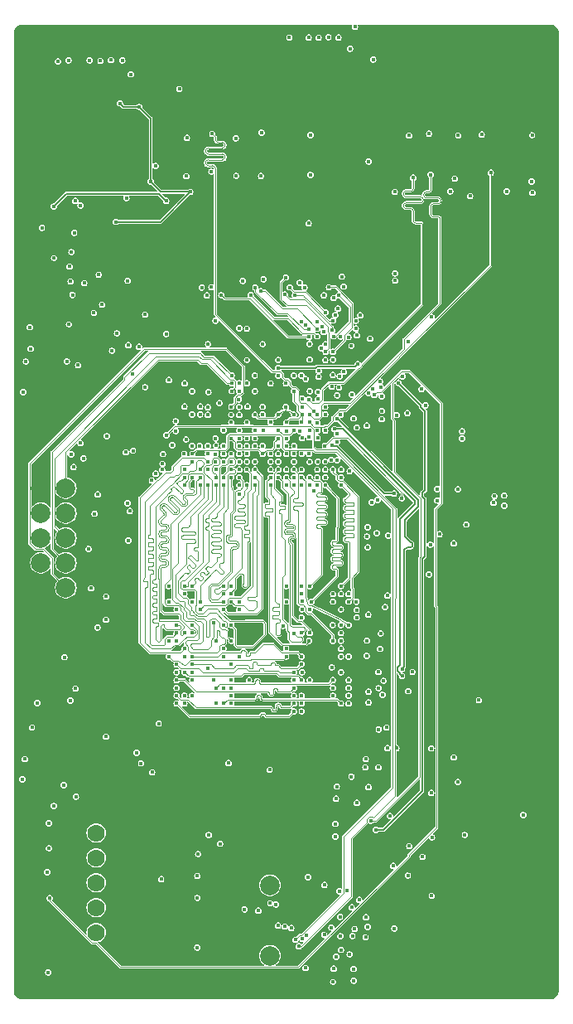
<source format=gbr>
G04 #@! TF.GenerationSoftware,KiCad,Pcbnew,7.0.1*
G04 #@! TF.CreationDate,2024-07-31T19:39:54-07:00*
G04 #@! TF.ProjectId,DFTBoard,44465442-6f61-4726-942e-6b696361645f,rev?*
G04 #@! TF.SameCoordinates,Original*
G04 #@! TF.FileFunction,Copper,L4,Inr*
G04 #@! TF.FilePolarity,Positive*
%FSLAX46Y46*%
G04 Gerber Fmt 4.6, Leading zero omitted, Abs format (unit mm)*
G04 Created by KiCad (PCBNEW 7.0.1) date 2024-07-31 19:39:54*
%MOMM*%
%LPD*%
G01*
G04 APERTURE LIST*
G04 #@! TA.AperFunction,ComponentPad*
%ADD10C,3.048000*%
G04 #@! TD*
G04 #@! TA.AperFunction,ComponentPad*
%ADD11C,2.000000*%
G04 #@! TD*
G04 #@! TA.AperFunction,ComponentPad*
%ADD12C,1.600000*%
G04 #@! TD*
G04 #@! TA.AperFunction,ComponentPad*
%ADD13C,0.500000*%
G04 #@! TD*
G04 #@! TA.AperFunction,ComponentPad*
%ADD14C,1.778000*%
G04 #@! TD*
G04 #@! TA.AperFunction,ViaPad*
%ADD15C,0.450000*%
G04 #@! TD*
G04 #@! TA.AperFunction,Conductor*
%ADD16C,0.102000*%
G04 #@! TD*
G04 #@! TA.AperFunction,Conductor*
%ADD17C,0.200000*%
G04 #@! TD*
G04 APERTURE END LIST*
D10*
X145645530Y-136085980D03*
X145645530Y-122944020D03*
D11*
X105450000Y-120845000D03*
X102910000Y-120845000D03*
X105450000Y-118305000D03*
X102910000Y-118305000D03*
X105450000Y-115765000D03*
X102910000Y-115765000D03*
X105450000Y-113225000D03*
X102910000Y-113225000D03*
X105450000Y-110685000D03*
X102910000Y-110685000D03*
D12*
X153290000Y-117340000D03*
X148340000Y-116740000D03*
X148340000Y-102240000D03*
X153290000Y-101640000D03*
D11*
X126325000Y-158437500D03*
X126325000Y-151237500D03*
D13*
X107000000Y-91797500D03*
X108180000Y-91797500D03*
X107000000Y-90617500D03*
X108180000Y-90617500D03*
D10*
X145520000Y-95691960D03*
X145520000Y-82550000D03*
D14*
X108550000Y-158600000D03*
X108550000Y-156060000D03*
X108550000Y-153520000D03*
X108550000Y-150980000D03*
X108550000Y-148440000D03*
X108550000Y-145900000D03*
D15*
X130270000Y-83640000D03*
X129547500Y-95974521D03*
X126375000Y-106375000D03*
X124830881Y-97975498D03*
X123975499Y-103192293D03*
X119536657Y-98831738D03*
X122372133Y-97592000D03*
X119975000Y-96892500D03*
X120775000Y-94375000D03*
X123154689Y-99198861D03*
X127878199Y-97962574D03*
X117820000Y-95780000D03*
X123275699Y-94931325D03*
X119975000Y-105592500D03*
X124775000Y-102375000D03*
X123992500Y-101560766D03*
X122360377Y-101564280D03*
X124017524Y-99132571D03*
X126377500Y-99172981D03*
X124758000Y-99983861D03*
X123975000Y-100773000D03*
X125567500Y-100794444D03*
X117591000Y-103960167D03*
X118642472Y-101896902D03*
X120791704Y-103175204D03*
X121569566Y-103182000D03*
X131490297Y-95646422D03*
X129033380Y-94788459D03*
X111895236Y-81861860D03*
X126375000Y-95975000D03*
X131173000Y-97606028D03*
X127975000Y-99175000D03*
X129598328Y-99968106D03*
X127173892Y-99992000D03*
X126387624Y-100817500D03*
X127189500Y-100830742D03*
X127977983Y-100792000D03*
X124714431Y-103999550D03*
X126360939Y-103155280D03*
X126475127Y-102030047D03*
X127175000Y-102375000D03*
X128788531Y-102379514D03*
X131190539Y-106357664D03*
X127976600Y-103185415D03*
X128775000Y-103975000D03*
X127180709Y-103984277D03*
X125589379Y-103960621D03*
X123959880Y-104783687D03*
X122376273Y-104786566D03*
X123203016Y-103972787D03*
X121560942Y-103972787D03*
X124775000Y-107175000D03*
X122376543Y-106375000D03*
X119192500Y-107172813D03*
X117575000Y-106375000D03*
X121575000Y-108775000D03*
X130374017Y-108783777D03*
X127975000Y-107975000D03*
X127175000Y-110375000D03*
X123975000Y-109575000D03*
X132775000Y-109575000D03*
X135175000Y-131075000D03*
X134375000Y-125475000D03*
X135175000Y-125475000D03*
X135175000Y-121475000D03*
X135175000Y-124675000D03*
X134375000Y-127075000D03*
X134375000Y-123875000D03*
X127975000Y-121475000D03*
X115975000Y-121475000D03*
X115975000Y-129475000D03*
X122375000Y-123075000D03*
X123175000Y-130275000D03*
X116215372Y-133234628D03*
X123175000Y-120675000D03*
X116775000Y-127075000D03*
X122375000Y-125475000D03*
X122375000Y-123875000D03*
X122375000Y-127075000D03*
X116775000Y-123875000D03*
X115975000Y-125475000D03*
X115975000Y-131075000D03*
X115975000Y-123875000D03*
X123175000Y-121475000D03*
X123175000Y-132675000D03*
X115975000Y-123075000D03*
X127975000Y-133475000D03*
X118375000Y-121475000D03*
X127975000Y-123875000D03*
X132375107Y-92267211D03*
X121558000Y-105573552D03*
X132792000Y-95975000D03*
X123821369Y-94982500D03*
X129589938Y-106382094D03*
X108707500Y-119540000D03*
X150580002Y-78508000D03*
X127940000Y-75020000D03*
X142796001Y-135286250D03*
X118560000Y-76900000D03*
X130375000Y-121475000D03*
X141920000Y-97610000D03*
X133192592Y-98759728D03*
X150340000Y-161680000D03*
X139100000Y-79300000D03*
X129150000Y-80330000D03*
X103960000Y-76200000D03*
X145510000Y-127330000D03*
X139747500Y-139051415D03*
X116987528Y-98023030D03*
X116730000Y-73140000D03*
X132010000Y-103975000D03*
X135175000Y-132675000D03*
X110340000Y-157960000D03*
X145447823Y-126450947D03*
X106450000Y-96830533D03*
X123704915Y-147992500D03*
X134820000Y-72900000D03*
X140930000Y-161530000D03*
X151030000Y-76200000D03*
X134375000Y-123075000D03*
X101150000Y-99960000D03*
X131225000Y-145525000D03*
X150040000Y-91170000D03*
X127950000Y-78200000D03*
X139834159Y-148410761D03*
X112600351Y-155974565D03*
X128380000Y-68840000D03*
X110387741Y-138232500D03*
X146790000Y-85265000D03*
X141200000Y-103910000D03*
X122230000Y-160820000D03*
X128451907Y-143413720D03*
X142050000Y-150027500D03*
X142490000Y-156900000D03*
X115140000Y-75250000D03*
X146220000Y-152200000D03*
X113360000Y-67690000D03*
X146127076Y-143462836D03*
X128795486Y-124469394D03*
X143765214Y-144082932D03*
X115290000Y-145840000D03*
X138420811Y-113008703D03*
X124905000Y-138915000D03*
X134713181Y-97109882D03*
X139299044Y-148586036D03*
X103800000Y-101375000D03*
X154080000Y-91290000D03*
X129367131Y-155917000D03*
X107198423Y-109042500D03*
X119480010Y-89623780D03*
X134375000Y-129475000D03*
X113140000Y-74880000D03*
X142729597Y-99251597D03*
X135470000Y-65427500D03*
X146271792Y-161351472D03*
X125695202Y-135117500D03*
X149910000Y-152150000D03*
X135310000Y-69270000D03*
X111982500Y-102027500D03*
X128776054Y-127881990D03*
X127305000Y-139515000D03*
X107475000Y-88025000D03*
X107927202Y-132835469D03*
X142796001Y-134475000D03*
X118926621Y-98221701D03*
X127975000Y-131876043D03*
X117780000Y-82020000D03*
X142342500Y-86741135D03*
X143432500Y-107510000D03*
X147670000Y-109748498D03*
X123168001Y-131875000D03*
X127981758Y-123049133D03*
X146780000Y-93025000D03*
X123730000Y-144247500D03*
X127975262Y-130281990D03*
X114790000Y-67140000D03*
X147670000Y-112748498D03*
X138164583Y-101681570D03*
X115810000Y-84070000D03*
X135089852Y-120653218D03*
X126375000Y-94375000D03*
X138059000Y-128375000D03*
X117010000Y-72080000D03*
X137319425Y-109283095D03*
X123750000Y-76850000D03*
X132420061Y-101126509D03*
X121076307Y-64277500D03*
X138581399Y-104035233D03*
X132680000Y-68500000D03*
X147006286Y-126394481D03*
X106555000Y-139415000D03*
X147380000Y-106748498D03*
X115750000Y-135800000D03*
X134550000Y-136820000D03*
X153080000Y-137520000D03*
X146258706Y-115159875D03*
X120720000Y-72150000D03*
X133084629Y-143535289D03*
X132010000Y-83540000D03*
X147420000Y-105248498D03*
X151175000Y-143275000D03*
X121330000Y-148265000D03*
X103190000Y-74750000D03*
X102524998Y-92762500D03*
X153850000Y-87090000D03*
X143400000Y-149152500D03*
X137445000Y-134193750D03*
X137416500Y-138292500D03*
X121375000Y-89425000D03*
X109560000Y-69070000D03*
X136320000Y-112735000D03*
X110917460Y-99597460D03*
X124775000Y-101559386D03*
X129980000Y-161460000D03*
X103410000Y-67000000D03*
X123805000Y-143520841D03*
X110929960Y-86345040D03*
X106680000Y-101250000D03*
X147790000Y-127410000D03*
X101495000Y-83875000D03*
X101370000Y-106280000D03*
X125650000Y-86040000D03*
X102471500Y-139275000D03*
X128170000Y-72130000D03*
X128392076Y-135097500D03*
X110620000Y-156280000D03*
X150180000Y-157080000D03*
X101500000Y-86175000D03*
X137945525Y-84208398D03*
X116970000Y-71040000D03*
X123168010Y-125479013D03*
X147300000Y-108231502D03*
X119880000Y-84350000D03*
X129890000Y-147110000D03*
X102805000Y-134131500D03*
X135510000Y-75360000D03*
X137825039Y-91919959D03*
X132330000Y-87420000D03*
X109079961Y-84495041D03*
X123974617Y-93645502D03*
X120360000Y-68440000D03*
X144292500Y-101471139D03*
X135627076Y-141337836D03*
X107460000Y-133980000D03*
X138552688Y-97292232D03*
X112450000Y-157960000D03*
X104200000Y-95525000D03*
X134596264Y-104355500D03*
X106820000Y-67050000D03*
X124110000Y-68350000D03*
X134836502Y-90600000D03*
X108761000Y-130115000D03*
X127090000Y-134480033D03*
X136314503Y-111653311D03*
X120280000Y-80340000D03*
X152710000Y-126870000D03*
X150410000Y-84330000D03*
X152541515Y-120294714D03*
X112082500Y-104314818D03*
X123660000Y-82780000D03*
X102020000Y-123830000D03*
X112250645Y-110323734D03*
X139730000Y-68270000D03*
X108575000Y-141850000D03*
X149970000Y-87090000D03*
X141620000Y-95740000D03*
X154250000Y-78590000D03*
X106555000Y-137340000D03*
X136464587Y-146272539D03*
X146320000Y-157160000D03*
X104360000Y-103120000D03*
X109992500Y-93875000D03*
X118393010Y-110377075D03*
X123175000Y-124680510D03*
X107575000Y-86350000D03*
X134650000Y-74740000D03*
X127875000Y-126075000D03*
X120110584Y-93693084D03*
X132050000Y-76000000D03*
X133557027Y-103187119D03*
X130375255Y-104809176D03*
X111651872Y-81061000D03*
X125589540Y-95977540D03*
X130362223Y-95957144D03*
X123189431Y-94356257D03*
X123972006Y-97592000D03*
X120038000Y-100884628D03*
X127155909Y-97587169D03*
X133553413Y-95186818D03*
X118348000Y-106375000D03*
X119174409Y-103145743D03*
X117577540Y-108777540D03*
X119992500Y-95975000D03*
X120760313Y-93589687D03*
X123975000Y-94375000D03*
X130467500Y-74608480D03*
X145122500Y-138181250D03*
X137830000Y-131790000D03*
X102529275Y-132625500D03*
X126280000Y-139440000D03*
X131170000Y-103170000D03*
X138100000Y-122820000D03*
X146410000Y-114390000D03*
X112294941Y-99049979D03*
X131281761Y-99292853D03*
X130087251Y-156379875D03*
X109000000Y-67040000D03*
X141925000Y-148325000D03*
X133652279Y-89077801D03*
X131958500Y-97592703D03*
X150260000Y-111430000D03*
X136100000Y-156525000D03*
X145545000Y-140681250D03*
X108707500Y-111315000D03*
X142796001Y-141801880D03*
X136090000Y-139187500D03*
X134236290Y-151778790D03*
X136388500Y-132560000D03*
X101850000Y-96450533D03*
X117590474Y-99974500D03*
X136360000Y-123600000D03*
X153070000Y-79371500D03*
X134470371Y-108939629D03*
X136399669Y-100977355D03*
X106230617Y-108528923D03*
X105775000Y-93950000D03*
X150280000Y-112470000D03*
X105912810Y-132362810D03*
X117574999Y-102339999D03*
X129580000Y-107182500D03*
X152224998Y-144059999D03*
X104250000Y-87175000D03*
X131120000Y-93680000D03*
X153120000Y-74646998D03*
X135436960Y-152727960D03*
X122091657Y-138761577D03*
X130467500Y-78699939D03*
X106450000Y-131150000D03*
X129637425Y-156707640D03*
X140565040Y-147240040D03*
X110675000Y-94875000D03*
X138582962Y-144154164D03*
X131190000Y-107970000D03*
X131192100Y-105557900D03*
X135224782Y-142819702D03*
X103000000Y-84100000D03*
X111742500Y-112211187D03*
X111979000Y-113012428D03*
X142861442Y-93204184D03*
X103655000Y-160125000D03*
X101980000Y-135115000D03*
X109650000Y-105375000D03*
X121206074Y-146997500D03*
X105950000Y-89575000D03*
X120066427Y-146099596D03*
X101000000Y-140410002D03*
X138330000Y-121649380D03*
X108405000Y-113290000D03*
X107325000Y-89745000D03*
X110167008Y-96647833D03*
X111842500Y-116020758D03*
X145130000Y-116320000D03*
X107780000Y-116890000D03*
X132619960Y-155544960D03*
X133480000Y-154450000D03*
X147695000Y-132330000D03*
X133530000Y-156430000D03*
X134750000Y-156425000D03*
X134982540Y-155682540D03*
X129955151Y-159682500D03*
X131866591Y-156298329D03*
X132825000Y-159752500D03*
X134673636Y-153491284D03*
X132780000Y-161090000D03*
X133150000Y-141150000D03*
X133575000Y-157825000D03*
X134875000Y-159775000D03*
X134482460Y-158282460D03*
X133100000Y-158525000D03*
X134900000Y-160975000D03*
X104216054Y-143128341D03*
X140456210Y-131408710D03*
X137760000Y-103631415D03*
X115975000Y-126275000D03*
X133575000Y-129475000D03*
X136305000Y-114665000D03*
X127175230Y-105601183D03*
X127977143Y-127081990D03*
X125575000Y-107175000D03*
X122381892Y-105592500D03*
X120575000Y-130275000D03*
X127175000Y-107975000D03*
X133575000Y-127075000D03*
X121575000Y-127075000D03*
X127175000Y-107175000D03*
X133575000Y-127875000D03*
X121575000Y-127875000D03*
X128759482Y-107175725D03*
X118375000Y-127875000D03*
X129570512Y-127881990D03*
X128775000Y-107975000D03*
X118375000Y-129475000D03*
X129600633Y-129481990D03*
X131174298Y-108783777D03*
X123175000Y-127875000D03*
X134375000Y-127875000D03*
X127975000Y-108775000D03*
X118375000Y-128675000D03*
X129575000Y-128650000D03*
X124775000Y-106375000D03*
X122375000Y-130275000D03*
X134375000Y-130275000D03*
X124769494Y-105595466D03*
X116775000Y-129475000D03*
X128775000Y-130281990D03*
X118375000Y-130275000D03*
X130375000Y-130275000D03*
X126369667Y-107968010D03*
X123975000Y-107975000D03*
X118375000Y-131875000D03*
X129575000Y-131875000D03*
X126375000Y-107175000D03*
X121575000Y-131075000D03*
X132781990Y-131076598D03*
X123175000Y-108775000D03*
X119975000Y-129075000D03*
X132648254Y-128988488D03*
X123975000Y-106375000D03*
X122375000Y-131075000D03*
X134375000Y-131075000D03*
X123175000Y-105592500D03*
X134375000Y-131875000D03*
X122375000Y-131875000D03*
X123975000Y-107175000D03*
X128775000Y-131876043D03*
X116775000Y-131075000D03*
X124775000Y-107975000D03*
X116775000Y-130275000D03*
X128774381Y-131081990D03*
X123175000Y-107175000D03*
X122375000Y-132675000D03*
X134375000Y-132675000D03*
X120775000Y-132675000D03*
X132775000Y-131875000D03*
X121586368Y-107175525D03*
X122375000Y-107175000D03*
X117575000Y-131875000D03*
X129575000Y-132675000D03*
X123175000Y-106375000D03*
X116775000Y-131875000D03*
X128775000Y-132675000D03*
X122375000Y-107975000D03*
X120775000Y-131075000D03*
X132775000Y-130275000D03*
X127975000Y-107175000D03*
X115975000Y-127875000D03*
X127975000Y-127875000D03*
X127175000Y-106375000D03*
X117575000Y-127875000D03*
X127975000Y-122275000D03*
X123175000Y-110375000D03*
X135175000Y-123875000D03*
X121557500Y-106362208D03*
X128775000Y-109575000D03*
X126375000Y-108775000D03*
X123975000Y-105592500D03*
X112308885Y-106856195D03*
X130775000Y-110975000D03*
X137450000Y-135314143D03*
X129575000Y-121475000D03*
X137255000Y-115275000D03*
X135172726Y-123121704D03*
X123175000Y-122275000D03*
X127975000Y-120675000D03*
X114625000Y-109200000D03*
X129581990Y-123068203D03*
X135168010Y-122281528D03*
X133575000Y-121475000D03*
X114938625Y-134711526D03*
X122375000Y-120675000D03*
X117579913Y-121468010D03*
X113575000Y-100375000D03*
X116781990Y-123062268D03*
X138343632Y-137222500D03*
X136399622Y-141208301D03*
X136300000Y-116725000D03*
X136255000Y-115615000D03*
X133575000Y-125475000D03*
X138420811Y-115530187D03*
X115975000Y-120675000D03*
X116775000Y-126275000D03*
X123175000Y-107975000D03*
X137416500Y-139187500D03*
X119975000Y-108775000D03*
X115975000Y-122275000D03*
X123175000Y-123093010D03*
X122377500Y-102375531D03*
X122405118Y-99174937D03*
X122405255Y-99983861D03*
X122392897Y-100768861D03*
X131836502Y-90990000D03*
X131957900Y-95992100D03*
X134658653Y-96152552D03*
X133840000Y-90100000D03*
X132010000Y-96775000D03*
X127970000Y-89160000D03*
X131538508Y-96396562D03*
X125680000Y-89350000D03*
X112084701Y-68419781D03*
X116692187Y-103847813D03*
X121170000Y-101990000D03*
X111220000Y-67000000D03*
X110050000Y-66970000D03*
X119960000Y-103190000D03*
X119162500Y-106355680D03*
X107880000Y-67000000D03*
X116690000Y-104850000D03*
X105730000Y-67000000D03*
X119982841Y-102418784D03*
X104660000Y-67110000D03*
X115990290Y-99635210D03*
X115700000Y-94950000D03*
X114630000Y-77780000D03*
X120576032Y-124393912D03*
X117557956Y-110377543D03*
X117575000Y-109575000D03*
X116775000Y-124675000D03*
X122375000Y-124675000D03*
X120775000Y-110375000D03*
X119175000Y-108775000D03*
X116775000Y-125475000D03*
X119975000Y-110375000D03*
X122375000Y-126275000D03*
X120775000Y-126275000D03*
X119179021Y-110375000D03*
X122375000Y-108775000D03*
X119175000Y-122275000D03*
X123975000Y-108775000D03*
X122375000Y-121475000D03*
X121575000Y-110375000D03*
X118375000Y-120675000D03*
X118375000Y-125475000D03*
X119175000Y-109575000D03*
X120775000Y-109575000D03*
X121575000Y-124675000D03*
X120775000Y-108775000D03*
X128775000Y-133475000D03*
X116775000Y-132675000D03*
X118375000Y-109575000D03*
X117575000Y-125475000D03*
X118375000Y-124675000D03*
X118380000Y-107990000D03*
X119975000Y-107975000D03*
X117569000Y-127075000D03*
X117575000Y-132675000D03*
X129575000Y-133475000D03*
X120763766Y-107979814D03*
X124775000Y-108775000D03*
X121575000Y-123075000D03*
X124775000Y-110375000D03*
X119175000Y-123075000D03*
X133387096Y-100412000D03*
X126930660Y-153187500D03*
X123175000Y-109575000D03*
X121575000Y-121475000D03*
X121575000Y-132675000D03*
X133575000Y-132675000D03*
X121579903Y-107975000D03*
X124775000Y-109575000D03*
X122375000Y-122275000D03*
X122375000Y-109575000D03*
X121575000Y-122275000D03*
X121575000Y-109575000D03*
X117575000Y-120675000D03*
X118375000Y-122275000D03*
X123175000Y-111275000D03*
X123975000Y-110375000D03*
X121575000Y-120675000D03*
X126375000Y-110375000D03*
X127650000Y-124750000D03*
X129575000Y-110375000D03*
X133575000Y-124675000D03*
X127175000Y-109575000D03*
X129575000Y-125475000D03*
X127979044Y-106376374D03*
X116775000Y-128675000D03*
X128768007Y-129487317D03*
X129578207Y-108773833D03*
X129575000Y-123875000D03*
X129575000Y-109575000D03*
X134375000Y-124675000D03*
X127975000Y-110375000D03*
X132725000Y-124675000D03*
X127975000Y-109575000D03*
X130375000Y-125475000D03*
X126375000Y-109575000D03*
X130338314Y-126268010D03*
X117575000Y-129475000D03*
X125575000Y-106375000D03*
X129575000Y-130275000D03*
X133879994Y-98790000D03*
X128500000Y-155600000D03*
X133464133Y-99273936D03*
X127850000Y-155450000D03*
X127130000Y-155340000D03*
X137583937Y-99788937D03*
X132634344Y-100330881D03*
X126361028Y-153070604D03*
X125575000Y-102375000D03*
X127975000Y-103975000D03*
X124037323Y-102342243D03*
X123975000Y-103972787D03*
X128775778Y-100802000D03*
X129587378Y-103182784D03*
X125588859Y-103154780D03*
X129575000Y-103975000D03*
X129589139Y-105558000D03*
X129379370Y-104858743D03*
X124777500Y-100772856D03*
X135298622Y-98014500D03*
X138907460Y-149257460D03*
X109567500Y-136054211D03*
X133065202Y-142399194D03*
X141810000Y-100560000D03*
X127166318Y-98400706D03*
X123172000Y-102410457D03*
X140419040Y-150246040D03*
X142207500Y-102226863D03*
X131878285Y-151197341D03*
X114267540Y-139702460D03*
X123145377Y-101625457D03*
X124775000Y-104785050D03*
X123980479Y-99983861D03*
X124758000Y-99187253D03*
X126376437Y-99992000D03*
X127958892Y-99992000D03*
X122375000Y-103972787D03*
X123194478Y-99983861D03*
X132788671Y-97560765D03*
X123177343Y-103195457D03*
X123175030Y-104779027D03*
X127175000Y-99186377D03*
X128762804Y-99192500D03*
X122375000Y-103175000D03*
X108675000Y-124900000D03*
X128774998Y-104775000D03*
X136560709Y-95424210D03*
X109580000Y-121740000D03*
X106480000Y-142190000D03*
X123148000Y-100770095D03*
X105250000Y-141000000D03*
X116318510Y-106289834D03*
X109567500Y-124125000D03*
X127187266Y-104787964D03*
X140447773Y-95701301D03*
X136321500Y-155475000D03*
X136157540Y-154507540D03*
X142896489Y-146350002D03*
X146255000Y-146090000D03*
X133005000Y-144965000D03*
X133003396Y-146241525D03*
X118402151Y-107178584D03*
X128925000Y-156800000D03*
X118374999Y-103142500D03*
X105290000Y-127940000D03*
X115720000Y-81350000D03*
X104230000Y-81920000D03*
X120337002Y-78358500D03*
X130333547Y-105497500D03*
X125604416Y-104798040D03*
X126383013Y-103950069D03*
X134877134Y-103562000D03*
X101244990Y-138344988D03*
X108025000Y-120900000D03*
X117556941Y-107174021D03*
X129580500Y-102368426D03*
X129549142Y-99166981D03*
X137642470Y-100367486D03*
X101775000Y-94250000D03*
X120773000Y-105600000D03*
X115378090Y-107196288D03*
X106950000Y-106075000D03*
X115296500Y-108800000D03*
X107250000Y-107650000D03*
X106700000Y-98125000D03*
X120761378Y-107194058D03*
X105550000Y-97750000D03*
X120795267Y-106316467D03*
X115332753Y-108184789D03*
X106003186Y-107213490D03*
X101092000Y-100875000D03*
X119972663Y-107172663D03*
X119957283Y-106368000D03*
X135191639Y-104486152D03*
X111590000Y-107020000D03*
X114250000Y-109875000D03*
X101375000Y-97750000D03*
X118895000Y-157585002D03*
X121567315Y-104757787D03*
X136809452Y-100564774D03*
X133405020Y-151840060D03*
X135200000Y-95080000D03*
X129370000Y-89710000D03*
X128852616Y-91007500D03*
X132797171Y-93562905D03*
X132022437Y-92729563D03*
X128337813Y-90177813D03*
X133270000Y-92360000D03*
X129850000Y-90190000D03*
X132670000Y-94570000D03*
X127852000Y-90920000D03*
X125351685Y-90576606D03*
X131150477Y-94412640D03*
X133336502Y-90990000D03*
X132813035Y-95177749D03*
X134340000Y-95260000D03*
X132820000Y-91260000D03*
X132770000Y-96766500D03*
X132350000Y-90150000D03*
X133160453Y-103612411D03*
X139827500Y-129150000D03*
X132891674Y-104652119D03*
X139827500Y-129880000D03*
X131175000Y-110375000D03*
X129581990Y-122206990D03*
X131975000Y-110375000D03*
X130575000Y-122275000D03*
X133575000Y-110360073D03*
X133575000Y-120675000D03*
X130375000Y-123075000D03*
X133575000Y-109575000D03*
X131175000Y-109575000D03*
X132775000Y-122275000D03*
X131975000Y-109575000D03*
X132775000Y-121475000D03*
X130375000Y-110375000D03*
X129575000Y-120675000D03*
X132757500Y-108777540D03*
X134375000Y-122275000D03*
X130375000Y-109575000D03*
X130375000Y-120675000D03*
X134375000Y-121475000D03*
X131975000Y-108783777D03*
X133592000Y-108781540D03*
X133575000Y-123075000D03*
X128775000Y-110375000D03*
X133575000Y-126275000D03*
X128775000Y-108775000D03*
X132768010Y-126281990D03*
X127175000Y-108775000D03*
X128775000Y-125525000D03*
X130810000Y-102810000D03*
X120430000Y-74500000D03*
X139050001Y-155637001D03*
X142592500Y-119487258D03*
X142870000Y-152310000D03*
X136622460Y-144652460D03*
X139874678Y-99250401D03*
X145550000Y-110800000D03*
X131952829Y-107962905D03*
X132582544Y-107791830D03*
X143432500Y-110771906D03*
X133171627Y-107832400D03*
X143432500Y-111940373D03*
X133190000Y-105970000D03*
X145978402Y-105605000D03*
X133180000Y-105160000D03*
X145978402Y-104875000D03*
X139240000Y-137222500D03*
X136105686Y-138348006D03*
X129289960Y-157464960D03*
X115725616Y-105257500D03*
X137432500Y-131112500D03*
X137941600Y-130352697D03*
X137421500Y-129450000D03*
X136388500Y-131460000D03*
X136215000Y-127810000D03*
X137585000Y-127090000D03*
X137630000Y-125530000D03*
X136260000Y-126250000D03*
X124175000Y-130275000D03*
X142796001Y-137250000D03*
X117737340Y-105717741D03*
X138219431Y-135123396D03*
X122375000Y-128675000D03*
X132999906Y-93006680D03*
X139137496Y-88755980D03*
X130370087Y-97545713D03*
X123560000Y-89510000D03*
X124350000Y-90970000D03*
X131151086Y-95174107D03*
X124836502Y-90200000D03*
X130333643Y-94461265D03*
X124768508Y-103189687D03*
X127175000Y-103175000D03*
X127962092Y-102392069D03*
X128762460Y-103187540D03*
X131958000Y-102377455D03*
X135106001Y-93599061D03*
X139137496Y-89485980D03*
X136740000Y-112120000D03*
X149300000Y-111480000D03*
X149173587Y-112162743D03*
X137330000Y-111880000D03*
X138989000Y-111245134D03*
X132690000Y-106280000D03*
X131950000Y-106373999D03*
X139812500Y-111730000D03*
X117773028Y-78822810D03*
X127987215Y-104823854D03*
X139465919Y-99948600D03*
X137163563Y-145573563D03*
X123735027Y-153692500D03*
X130200000Y-150400000D03*
X145580000Y-74670000D03*
X133205061Y-101196518D03*
X131173096Y-104807924D03*
X117830000Y-74920000D03*
X135102000Y-94393561D03*
X131834295Y-94737160D03*
X135547501Y-93025348D03*
X131681671Y-94176044D03*
X130332540Y-95246993D03*
X121352187Y-90977813D03*
X147970000Y-74580000D03*
X134692557Y-101123057D03*
X129634627Y-101521137D03*
X145219965Y-79064530D03*
X131174999Y-104010001D03*
X125420000Y-78800000D03*
X125480000Y-74380000D03*
X131193060Y-101587079D03*
X122890000Y-78790000D03*
X131957900Y-104792100D03*
X129994220Y-99542178D03*
X120336502Y-90170000D03*
X119853498Y-91010000D03*
X130003124Y-93995410D03*
X130390000Y-103180000D03*
X142753575Y-78688979D03*
X131970000Y-103140000D03*
X122830000Y-74960000D03*
X148891500Y-78470000D03*
X130410000Y-103975000D03*
X119337632Y-90187583D03*
X129519482Y-93667155D03*
X130298000Y-101610461D03*
X140952500Y-78971732D03*
X130407700Y-100783638D03*
X140560000Y-74680000D03*
X142593634Y-74483022D03*
X131227056Y-100862135D03*
X139080000Y-80430000D03*
X108825000Y-88875000D03*
X114130000Y-79380000D03*
X106300000Y-84600000D03*
X118170000Y-80430000D03*
X105825000Y-88050000D03*
X106025000Y-86575000D03*
X106127500Y-90957500D03*
X112970000Y-71760000D03*
X110960000Y-71380000D03*
X110546372Y-83488716D03*
X150530000Y-80368500D03*
X144760861Y-80365300D03*
X153160000Y-80520000D03*
X146780000Y-80860000D03*
X136877460Y-66922540D03*
X135010000Y-63579500D03*
X134500000Y-65820000D03*
X118910000Y-152530000D03*
X140368530Y-103013611D03*
X136416288Y-77331497D03*
X118890000Y-150272500D03*
X139290000Y-103220000D03*
X113150000Y-138775000D03*
X111850000Y-96075000D03*
X128310000Y-64670000D03*
X111790000Y-89500000D03*
X112952540Y-96252540D03*
X112700000Y-137700000D03*
X113560000Y-92960000D03*
X108326869Y-92791000D03*
X109150000Y-91950000D03*
X117050000Y-69930000D03*
X130280000Y-64670000D03*
X128050000Y-105630000D03*
X131280000Y-64680000D03*
X128807500Y-106377295D03*
X130325248Y-107187979D03*
X132300000Y-64640000D03*
X133320000Y-64670000D03*
X130368243Y-108002730D03*
X137790000Y-102800000D03*
X140920000Y-129430000D03*
X103710000Y-144890000D03*
X142720000Y-116460000D03*
X103560000Y-149880000D03*
X137739521Y-101284749D03*
X115190000Y-150610000D03*
X137000000Y-101158500D03*
X103800000Y-152540000D03*
X131320258Y-98712626D03*
X125120000Y-153830000D03*
X132730000Y-99120000D03*
X118990000Y-148050000D03*
X136230000Y-104290000D03*
X103730000Y-147460000D03*
X134660000Y-140140000D03*
X106950000Y-81820000D03*
X118375000Y-100775000D03*
X119180000Y-102340000D03*
X106410000Y-81350000D03*
X143645650Y-115390570D03*
D16*
X122769043Y-105979651D02*
X122381892Y-105592500D01*
X122999465Y-106768001D02*
X122769043Y-106537579D01*
X125168001Y-106768001D02*
X122999465Y-106768001D01*
X122769043Y-106537579D02*
X122769043Y-105979651D01*
X125968001Y-106781999D02*
X126549643Y-106781999D01*
X126549643Y-106781999D02*
X126781999Y-106549643D01*
X125575000Y-107175000D02*
X125168001Y-106768001D01*
X125575000Y-107175000D02*
X125968001Y-106781999D01*
X126781999Y-106549643D02*
X126781999Y-105994414D01*
X126781999Y-105994414D02*
X127175230Y-105601183D01*
X121400357Y-127468001D02*
X120993358Y-127875000D01*
X124000649Y-127832896D02*
X123961597Y-127819231D01*
X123350436Y-127444054D02*
X123329624Y-127457131D01*
X124152402Y-127819231D02*
X124113350Y-127832896D01*
X123402632Y-127310612D02*
X123394514Y-127333812D01*
X123394514Y-127333812D02*
X123389011Y-127382662D01*
X124072236Y-127837528D02*
X124041762Y-127837528D01*
X123681999Y-127248474D02*
X123501525Y-127248474D01*
X123501525Y-127248474D02*
X123477101Y-127251225D01*
X129163522Y-127475000D02*
X127475000Y-127475000D01*
X123281999Y-127468001D02*
X121400357Y-127468001D01*
X124441762Y-127468001D02*
X124400649Y-127472634D01*
X123367816Y-127426674D02*
X123350436Y-127444054D01*
X123477101Y-127251225D02*
X123453901Y-127259343D01*
X124326565Y-127508311D02*
X124297309Y-127537567D01*
X124252367Y-127693879D02*
X124238702Y-127732931D01*
X129570512Y-127881990D02*
X129163522Y-127475000D01*
X124041762Y-127837528D02*
X124000649Y-127832896D01*
X123861632Y-127693879D02*
X123861632Y-127383616D01*
X123729624Y-127259343D02*
X123706424Y-127251225D01*
X123453901Y-127259343D02*
X123433089Y-127272420D01*
X120993358Y-127875000D02*
X118375000Y-127875000D01*
X124275297Y-127572599D02*
X124261632Y-127611651D01*
X124113350Y-127832896D02*
X124072236Y-127837528D01*
X124361597Y-127486299D02*
X124326565Y-127508311D01*
X123961597Y-127819231D02*
X123926565Y-127797219D01*
X123389011Y-127382662D02*
X123380893Y-127405862D01*
X124261632Y-127611651D02*
X124252367Y-127693879D01*
X123926565Y-127797219D02*
X123897309Y-127767963D01*
X126625000Y-126625000D02*
X125675000Y-126625000D01*
X124238702Y-127732931D02*
X124216690Y-127767963D01*
X124297309Y-127537567D02*
X124275297Y-127572599D01*
X123380893Y-127405862D02*
X123367816Y-127426674D01*
X125675000Y-126625000D02*
X124831999Y-127468001D01*
X123433089Y-127272420D02*
X123415709Y-127289800D01*
X123750436Y-127272420D02*
X123729624Y-127259343D01*
X123875297Y-127732931D02*
X123861632Y-127693879D01*
X124216690Y-127767963D02*
X124187434Y-127797219D01*
X123329624Y-127457131D02*
X123306424Y-127465249D01*
X123306424Y-127465249D02*
X123281999Y-127468001D01*
X123861632Y-127383616D02*
X123750436Y-127272420D01*
X124400649Y-127472634D02*
X124361597Y-127486299D01*
X123415709Y-127289800D02*
X123402632Y-127310612D01*
X123706424Y-127251225D02*
X123681999Y-127248474D01*
X124831999Y-127468001D02*
X124441762Y-127468001D01*
X127475000Y-127475000D02*
X126625000Y-126625000D01*
X124187434Y-127797219D02*
X124152402Y-127819231D01*
X123897309Y-127767963D02*
X123875297Y-127732931D01*
X126944890Y-128771608D02*
X126975000Y-128775000D01*
X124207726Y-129018524D02*
X124231477Y-129042275D01*
X124730496Y-128380014D02*
X124775000Y-128375000D01*
X120275000Y-128675000D02*
X120668001Y-129068001D01*
X125050303Y-128731366D02*
X125088224Y-128755193D01*
X126516290Y-128517770D02*
X126544890Y-128507762D01*
X124955194Y-128488223D02*
X124969986Y-128530495D01*
X128825009Y-129074991D02*
X129150009Y-129074991D01*
X124090083Y-128789855D02*
X124118524Y-128807726D01*
X120668001Y-129068001D02*
X122563641Y-129068001D01*
X124688224Y-128394806D02*
X124730496Y-128380014D01*
X124650303Y-128418633D02*
X124688224Y-128394806D01*
X126810164Y-128555317D02*
X126826285Y-128580974D01*
X126490633Y-128533891D02*
X126516290Y-128517770D01*
X124994807Y-128661776D02*
X125018634Y-128699697D01*
X124969986Y-128530495D02*
X124980015Y-128619504D01*
X124575000Y-128575000D02*
X124580015Y-128530495D01*
X124618634Y-128450302D02*
X124650303Y-128418633D01*
X124025000Y-128775000D02*
X124058379Y-128778761D01*
X122856642Y-128775000D02*
X124025000Y-128775000D01*
X126869207Y-128724053D02*
X126890633Y-128745479D01*
X128825000Y-129075000D02*
X128825009Y-129074991D01*
X126304370Y-128775000D02*
X126334481Y-128771608D01*
X126843078Y-128669796D02*
X126853086Y-128698396D01*
X124575000Y-128925000D02*
X124575000Y-128575000D01*
X126788738Y-128533891D02*
X126810164Y-128555317D01*
X124980015Y-128619504D02*
X124994807Y-128661776D01*
X126388738Y-128745479D02*
X126410164Y-128724053D01*
X124775000Y-128375000D02*
X124819505Y-128380014D01*
X124571240Y-128958379D02*
X124575000Y-128925000D01*
X124291622Y-129071240D02*
X124325000Y-129075000D01*
X124231477Y-129042275D02*
X124259918Y-129060146D01*
X126890633Y-128745479D02*
X126916290Y-128761600D01*
X126410164Y-128724053D02*
X126426285Y-128698396D01*
X125130496Y-128769985D02*
X125175000Y-128775000D01*
X124160146Y-128859918D02*
X124171240Y-128891622D01*
X124189855Y-128990083D02*
X124207726Y-129018524D01*
X118375000Y-128675000D02*
X120275000Y-128675000D01*
X122563641Y-129068001D02*
X122856642Y-128775000D01*
X126443078Y-128609574D02*
X126453086Y-128580974D01*
X125175000Y-128775000D02*
X126304370Y-128775000D01*
X127425000Y-129075000D02*
X128825000Y-129075000D01*
X124118524Y-128807726D02*
X124142275Y-128831477D01*
X126826285Y-128580974D02*
X126836293Y-128609574D01*
X124058379Y-128778761D02*
X124090083Y-128789855D01*
X124518524Y-129042275D02*
X124542275Y-129018524D01*
X126363081Y-128761600D02*
X126388738Y-128745479D01*
X124178761Y-128958379D02*
X124189855Y-128990083D01*
X126436293Y-128669796D02*
X126443078Y-128609574D01*
X124458379Y-129071240D02*
X124490083Y-129060146D01*
X124542275Y-129018524D02*
X124560146Y-128990083D01*
X126453086Y-128580974D02*
X126469207Y-128555317D01*
X126469207Y-128555317D02*
X126490633Y-128533891D01*
X126544890Y-128507762D02*
X126575000Y-128504369D01*
X124171240Y-128891622D02*
X124178761Y-128958379D01*
X124580015Y-128530495D02*
X124594807Y-128488223D01*
X126575000Y-128504369D02*
X126704370Y-128504369D01*
X126763081Y-128517770D02*
X126788738Y-128533891D01*
X126975000Y-128775000D02*
X127125000Y-128775000D01*
X124931367Y-128450302D02*
X124955194Y-128488223D01*
X126426285Y-128698396D02*
X126436293Y-128669796D01*
X124899698Y-128418633D02*
X124931367Y-128450302D01*
X124490083Y-129060146D02*
X124518524Y-129042275D01*
X125018634Y-128699697D02*
X125050303Y-128731366D01*
X124819505Y-128380014D02*
X124861777Y-128394806D01*
X125088224Y-128755193D02*
X125130496Y-128769985D01*
X126916290Y-128761600D02*
X126944890Y-128771608D01*
X124259918Y-129060146D02*
X124291622Y-129071240D01*
X126334481Y-128771608D02*
X126363081Y-128761600D01*
X124142275Y-128831477D02*
X124160146Y-128859918D01*
X129575000Y-128650000D02*
X129150009Y-129074991D01*
X124560146Y-128990083D02*
X124571240Y-128958379D01*
X124325000Y-129075000D02*
X124425000Y-129075000D01*
X124425000Y-129075000D02*
X124458379Y-129071240D01*
X126853086Y-128698396D02*
X126869207Y-128724053D01*
X127125000Y-128775000D02*
X127425000Y-129075000D01*
X124861777Y-128394806D02*
X124899698Y-128418633D01*
X126734481Y-128507762D02*
X126763081Y-128517770D01*
X124594807Y-128488223D02*
X124618634Y-128450302D01*
X126704370Y-128504369D02*
X126734481Y-128507762D01*
X126836293Y-128609574D02*
X126843078Y-128669796D01*
X127037918Y-131199048D02*
X127011004Y-131172134D01*
X127138997Y-131437917D02*
X127112083Y-131411003D01*
X127207152Y-131470738D02*
X127171226Y-131458167D01*
X126679262Y-131267203D02*
X126675000Y-131305026D01*
X127070739Y-131267203D02*
X127058168Y-131231277D01*
X126691833Y-131231277D02*
X126679262Y-131267203D01*
X126675000Y-131305026D02*
X126675000Y-131475000D01*
X126308971Y-131777866D02*
X126282057Y-131750952D01*
X127091833Y-131378774D02*
X127079262Y-131342848D01*
X126414948Y-131814948D02*
X126377126Y-131810687D01*
X126075000Y-131475000D02*
X118775000Y-131475000D01*
X126675000Y-131475000D02*
X126644974Y-131475000D01*
X126240713Y-131607152D02*
X126228142Y-131571226D01*
X128774381Y-131081990D02*
X128381371Y-131475000D01*
X127058168Y-131231277D02*
X127037918Y-131199048D01*
X126112823Y-131479262D02*
X126075000Y-131475000D01*
X127112083Y-131411003D02*
X127091833Y-131378774D01*
X126261807Y-131718723D02*
X126249236Y-131682797D01*
X126807152Y-131139313D02*
X126771226Y-131151884D01*
X118775000Y-131475000D02*
X117575000Y-130275000D01*
X126228142Y-131571226D02*
X126207892Y-131538997D01*
X126512823Y-131810687D02*
X126475000Y-131814948D01*
X126738997Y-131172134D02*
X126712083Y-131199048D01*
X126978775Y-131151884D02*
X126942849Y-131139313D01*
X126475000Y-131814948D02*
X126414948Y-131814948D01*
X126249236Y-131682797D02*
X126240713Y-131607152D01*
X126180978Y-131512083D02*
X126148749Y-131491833D01*
X126644974Y-131475000D02*
X126644974Y-131644974D01*
X126282057Y-131750952D02*
X126261807Y-131718723D01*
X126905026Y-131135052D02*
X126844974Y-131135052D01*
X126580978Y-131777866D02*
X126548749Y-131798116D01*
X126148749Y-131491833D02*
X126112823Y-131479262D01*
X126548749Y-131798116D02*
X126512823Y-131810687D01*
X128381371Y-131475000D02*
X127244974Y-131475000D01*
X127171226Y-131458167D02*
X127138997Y-131437917D01*
X127244974Y-131475000D02*
X127207152Y-131470738D01*
X126644974Y-131644974D02*
X126640713Y-131682797D01*
X126771226Y-131151884D02*
X126738997Y-131172134D01*
X126607892Y-131750952D02*
X126580978Y-131777866D01*
X126942849Y-131139313D02*
X126905026Y-131135052D01*
X117575000Y-130275000D02*
X116775000Y-130275000D01*
X126628142Y-131718723D02*
X126607892Y-131750952D01*
X126341200Y-131798116D02*
X126308971Y-131777866D01*
X127011004Y-131172134D02*
X126978775Y-131151884D01*
X126207892Y-131538997D02*
X126180978Y-131512083D01*
X126640713Y-131682797D02*
X126628142Y-131718723D01*
X126377126Y-131810687D02*
X126341200Y-131798116D01*
X126844974Y-131135052D02*
X126807152Y-131139313D01*
X127079262Y-131342848D02*
X127070739Y-131267203D01*
X126712083Y-131199048D02*
X126691833Y-131231277D01*
X126548786Y-133282261D02*
X126561325Y-133318094D01*
X128375000Y-133075000D02*
X128775000Y-132675000D01*
X127070977Y-132752719D02*
X127106810Y-132740180D01*
X127506810Y-133070749D02*
X127544535Y-133075000D01*
X126880704Y-133377083D02*
X126907548Y-133350239D01*
X127311169Y-132772917D02*
X127338013Y-132799761D01*
X126907548Y-133350239D02*
X126927746Y-133318094D01*
X126812726Y-133409820D02*
X126848559Y-133397281D01*
X126944535Y-133075000D02*
X126975000Y-133075000D01*
X126412726Y-133079251D02*
X126448559Y-133091790D01*
X127470977Y-133058210D02*
X127506810Y-133070749D01*
X127038832Y-132772917D02*
X127070977Y-132752719D01*
X126979251Y-132867739D02*
X126991790Y-132831906D01*
X126775000Y-133414070D02*
X126812726Y-133409820D01*
X127544535Y-133075000D02*
X128375000Y-133075000D01*
X126375000Y-133075000D02*
X126412726Y-133079251D01*
X126714070Y-133414070D02*
X126775000Y-133414070D01*
X126581523Y-133350239D02*
X126608367Y-133377083D01*
X126927746Y-133318094D02*
X126940285Y-133282261D01*
X127379251Y-132943190D02*
X127391790Y-132979023D01*
X127370750Y-132867739D02*
X127379251Y-132943190D01*
X127243191Y-132740180D02*
X127279024Y-132752719D01*
X126561325Y-133318094D02*
X126581523Y-133350239D01*
X127279024Y-132752719D02*
X127311169Y-132772917D01*
X127205465Y-132735930D02*
X127243191Y-132740180D01*
X126527746Y-133170977D02*
X126540285Y-133206810D01*
X127106810Y-132740180D02*
X127144535Y-132735930D01*
X126640512Y-133397281D02*
X126676345Y-133409820D01*
X126507548Y-133138832D02*
X126527746Y-133170977D01*
X118775000Y-133075000D02*
X126375000Y-133075000D01*
X127391790Y-132979023D02*
X127411988Y-133011168D01*
X126608367Y-133377083D02*
X126640512Y-133397281D01*
X126540285Y-133206810D02*
X126548786Y-133282261D01*
X126480704Y-133111988D02*
X126507548Y-133138832D01*
X116775000Y-131875000D02*
X117175000Y-132275000D01*
X126991790Y-132831906D02*
X127011988Y-132799761D01*
X127011988Y-132799761D02*
X127038832Y-132772917D01*
X126944535Y-133244535D02*
X126944535Y-133075000D01*
X126848559Y-133397281D02*
X126880704Y-133377083D01*
X127358211Y-132831906D02*
X127370750Y-132867739D01*
X126676345Y-133409820D02*
X126714070Y-133414070D01*
X126448559Y-133091790D02*
X126480704Y-133111988D01*
X126975000Y-133075000D02*
X126975000Y-132905465D01*
X117975000Y-132275000D02*
X118775000Y-133075000D01*
X126940285Y-133282261D02*
X126944535Y-133244535D01*
X127144535Y-132735930D02*
X127205465Y-132735930D01*
X127411988Y-133011168D02*
X127438832Y-133038012D01*
X126975000Y-132905465D02*
X126979251Y-132867739D01*
X127338013Y-132799761D02*
X127358211Y-132831906D01*
X127438832Y-133038012D02*
X127470977Y-133058210D01*
X117175000Y-132275000D02*
X117975000Y-132275000D01*
X124669505Y-130669986D02*
X124625000Y-130675000D01*
X132367747Y-130682253D02*
X128969758Y-130682253D01*
X124749698Y-130631367D02*
X124711777Y-130655194D01*
X132775000Y-130275000D02*
X132367747Y-130682253D01*
X124711777Y-130655194D02*
X124669505Y-130669986D01*
X125338224Y-130655194D02*
X125300303Y-130631367D01*
X125268634Y-130599698D02*
X125244807Y-130561777D01*
X125111777Y-130230684D02*
X125069505Y-130215892D01*
X125069505Y-130215892D02*
X125025000Y-130210877D01*
X125244807Y-130561777D02*
X125230015Y-130519505D01*
X124781367Y-130599698D02*
X124749698Y-130631367D01*
X125225000Y-130475000D02*
X125225000Y-130410877D01*
X125149698Y-130254511D02*
X125111777Y-130230684D01*
X125380496Y-130669986D02*
X125338224Y-130655194D01*
X125300303Y-130631367D02*
X125268634Y-130599698D01*
X124805194Y-130561777D02*
X124781367Y-130599698D01*
X125230015Y-130519505D02*
X125225000Y-130475000D01*
X124625000Y-130675000D02*
X121175000Y-130675000D01*
X128963023Y-130688988D02*
X128578325Y-130688988D01*
X124980496Y-130215892D02*
X124938224Y-130230684D01*
X125205194Y-130324101D02*
X125181367Y-130286180D01*
X121175000Y-130675000D02*
X120775000Y-131075000D01*
X124844807Y-130324101D02*
X124830015Y-130366373D01*
X125025000Y-130210877D02*
X124980496Y-130215892D01*
X124900303Y-130254511D02*
X124868634Y-130286180D01*
X125219986Y-130366373D02*
X125205194Y-130324101D01*
X124825000Y-130410877D02*
X124825000Y-130475000D01*
X125225000Y-130410877D02*
X125219986Y-130366373D01*
X124938224Y-130230684D02*
X124900303Y-130254511D01*
X124830015Y-130366373D02*
X124825000Y-130410877D01*
X128564337Y-130675000D02*
X125425000Y-130675000D01*
X124819986Y-130519505D02*
X124805194Y-130561777D01*
X128969758Y-130682253D02*
X128963023Y-130688988D01*
X125425000Y-130675000D02*
X125380496Y-130669986D01*
X128578325Y-130688988D02*
X128564337Y-130675000D01*
X124868634Y-130286180D02*
X124844807Y-130324101D01*
X125181367Y-130286180D02*
X125149698Y-130254511D01*
X124825000Y-130475000D02*
X124819986Y-130519505D01*
X117693358Y-128775000D02*
X118193358Y-128275000D01*
X117186359Y-128486359D02*
X117475000Y-128775000D01*
X124325000Y-128275000D02*
X124475000Y-128125000D01*
X115975000Y-127875000D02*
X116381999Y-128281999D01*
X118193358Y-128275000D02*
X124325000Y-128275000D01*
X117168001Y-128486359D02*
X117186359Y-128486359D01*
X124475000Y-128125000D02*
X127725000Y-128125000D01*
X116963641Y-128281999D02*
X117168001Y-128486359D01*
X117475000Y-128775000D02*
X117693358Y-128775000D01*
X127725000Y-128125000D02*
X127975000Y-127875000D01*
X116381999Y-128281999D02*
X116963641Y-128281999D01*
X122752877Y-101462878D02*
X122752877Y-101788036D01*
X103153589Y-116918000D02*
X102393000Y-116918000D01*
X105450000Y-120845000D02*
X104063000Y-119458000D01*
X122784502Y-101968529D02*
X122377500Y-102375531D01*
X113459841Y-96500000D02*
X121835919Y-96500000D01*
X104063000Y-117827411D02*
X103153589Y-116918000D01*
X122752877Y-101788036D02*
X122784502Y-101819661D01*
X121835919Y-96500000D02*
X123586978Y-98251059D01*
X102393000Y-116918000D02*
X101757000Y-116282000D01*
X122784502Y-101819661D02*
X122784502Y-101968529D01*
X123310912Y-101165500D02*
X123050255Y-101165500D01*
X104063000Y-119458000D02*
X104063000Y-117827411D01*
X123050255Y-101165500D02*
X122752877Y-101462878D01*
X101757000Y-116282000D02*
X101757000Y-108202841D01*
X123586978Y-98251059D02*
X123586978Y-100140593D01*
X101757000Y-108202841D02*
X113459841Y-96500000D01*
X123573057Y-100903355D02*
X123310912Y-101165500D01*
X123573057Y-100154514D02*
X123573057Y-100903355D01*
X123586978Y-100140593D02*
X123573057Y-100154514D01*
X113918500Y-96870000D02*
X119168948Y-96870000D01*
X104063000Y-116918000D02*
X104063000Y-107007000D01*
X111446001Y-99623999D02*
X111446001Y-99342499D01*
X119588948Y-97290000D02*
X120520181Y-97290000D01*
X119168948Y-96870000D02*
X119588948Y-97290000D01*
X120520181Y-97290000D02*
X122405118Y-99174937D01*
X105450000Y-118305000D02*
X104063000Y-116918000D01*
X111446001Y-99342499D02*
X113918500Y-96870000D01*
X104063000Y-107007000D02*
X111446001Y-99623999D01*
X121923861Y-99983861D02*
X122405255Y-99983861D01*
X105450000Y-110685000D02*
X105450000Y-107005747D01*
X105450000Y-107005747D02*
X114858226Y-97597521D01*
X114858226Y-97597521D02*
X118917521Y-97597521D01*
X119893002Y-97953002D02*
X121923861Y-99983861D01*
X119273002Y-97953002D02*
X119893002Y-97953002D01*
X118917521Y-97597521D02*
X119273002Y-97953002D01*
X119370000Y-97540000D02*
X120201585Y-97540000D01*
X104266501Y-107633499D02*
X114662516Y-97237484D01*
X122240817Y-99579232D02*
X122567834Y-99579232D01*
X122567834Y-99579232D02*
X122797755Y-99809153D01*
X122788057Y-100144009D02*
X122788057Y-100373701D01*
X122797755Y-99809153D02*
X122797755Y-100134311D01*
X120201585Y-97540000D02*
X122240817Y-99579232D01*
X104266501Y-114581501D02*
X104266501Y-107633499D01*
X119067484Y-97237484D02*
X119370000Y-97540000D01*
X114662516Y-97237484D02*
X119067484Y-97237484D01*
X105450000Y-115765000D02*
X104266501Y-114581501D01*
X122788057Y-100373701D02*
X122392897Y-100768861D01*
X122797755Y-100134311D02*
X122788057Y-100144009D01*
X132350900Y-96434100D02*
X132350900Y-94800564D01*
X132350900Y-94800564D02*
X132230000Y-94679664D01*
X128080000Y-92010000D02*
X127459500Y-91389500D01*
X132230000Y-94679664D02*
X132230000Y-94168587D01*
X130071413Y-92010000D02*
X128080000Y-92010000D01*
X132230000Y-94168587D02*
X130071413Y-92010000D01*
X127459500Y-91389500D02*
X127459500Y-89670500D01*
X132010000Y-96775000D02*
X132350900Y-96434100D01*
X127459500Y-89670500D02*
X127970000Y-89160000D01*
X116950000Y-115015413D02*
X116962500Y-115027913D01*
X116962500Y-118312500D02*
X116370989Y-118904011D01*
X116944257Y-122355743D02*
X117494257Y-122905743D01*
X117930742Y-123980742D02*
X118569258Y-123980742D01*
X116962500Y-115027913D02*
X116962500Y-118312500D01*
X117975000Y-109393358D02*
X118193358Y-109175000D01*
X116370989Y-118904011D02*
X116370989Y-122070989D01*
X119425000Y-124475000D02*
X119425000Y-126325000D01*
X118175000Y-126825000D02*
X118475000Y-127125000D01*
X118193358Y-109175000D02*
X119356642Y-109175000D01*
X119200000Y-126550000D02*
X118300000Y-126550000D01*
X120576032Y-125873968D02*
X120576032Y-124393912D01*
X119356642Y-109175000D02*
X119572023Y-109390381D01*
X117975000Y-109761486D02*
X117975000Y-109393358D01*
X119975000Y-127125000D02*
X120275000Y-126825000D01*
X118869258Y-124280742D02*
X119230742Y-124280742D01*
X117744257Y-123294257D02*
X117744257Y-123794257D01*
X117557956Y-110178530D02*
X117975000Y-109761486D01*
X117557956Y-110377543D02*
X117557956Y-110178530D01*
X118300000Y-126550000D02*
X118175000Y-126675000D01*
X117494257Y-122905743D02*
X117494257Y-123044257D01*
X118175000Y-126675000D02*
X118175000Y-126825000D01*
X116370989Y-122070989D02*
X116655743Y-122355743D01*
X120275000Y-126825000D02*
X120275000Y-126175000D01*
X117744257Y-123794257D02*
X117930742Y-123980742D01*
X119425000Y-126325000D02*
X119200000Y-126550000D01*
X120275000Y-126175000D02*
X120576032Y-125873968D01*
X116950000Y-114300000D02*
X116950000Y-115015413D01*
X118569258Y-123980742D02*
X118869258Y-124280742D01*
X119572023Y-109390381D02*
X119572023Y-111677977D01*
X116655743Y-122355743D02*
X116944257Y-122355743D01*
X119572023Y-111677977D02*
X116950000Y-114300000D01*
X118475000Y-127125000D02*
X119975000Y-127125000D01*
X117494257Y-123044257D02*
X117744257Y-123294257D01*
X119230742Y-124280742D02*
X119425000Y-124475000D01*
X114342577Y-120054745D02*
X114325898Y-120081290D01*
X114364745Y-120832577D02*
X114342577Y-120854745D01*
X114803185Y-124405544D02*
X114832776Y-124415898D01*
X114315544Y-120110881D02*
X114312033Y-120142033D01*
X117428003Y-110885109D02*
X117447549Y-110909619D01*
X114664744Y-124832577D02*
X114642576Y-124854745D01*
X117290394Y-111201100D02*
X117259830Y-111208076D01*
X114608523Y-119893186D02*
X114598169Y-119922777D01*
X116984489Y-109938660D02*
X116970270Y-109950000D01*
X114707081Y-123973728D02*
X114701124Y-123983208D01*
X114342577Y-123254745D02*
X114325898Y-123281290D01*
X114452033Y-123202033D02*
X114420881Y-123205544D01*
X114452033Y-123602033D02*
X114662033Y-123602033D01*
X114391290Y-120015898D02*
X114364745Y-120032577D01*
X114391290Y-121615898D02*
X114364745Y-121632577D01*
X117318640Y-111187497D02*
X117290394Y-111201100D01*
X114710779Y-123640907D02*
X114712033Y-123652033D01*
X114707081Y-120430339D02*
X114710779Y-120440907D01*
X114662033Y-120802033D02*
X114452033Y-120802033D01*
X116790953Y-110132198D02*
X116783062Y-110148585D01*
X115725000Y-125075000D02*
X117075000Y-125075000D01*
X114881489Y-124454745D02*
X114898168Y-124481290D01*
X114364745Y-121632577D02*
X114342577Y-121654745D01*
X114683727Y-120406985D02*
X114693207Y-120412942D01*
X114325898Y-124081290D02*
X114315544Y-124110881D01*
X114701124Y-122020859D02*
X114707081Y-122030339D01*
X114452033Y-122802033D02*
X114662033Y-122802033D01*
X114710779Y-121240907D02*
X114712033Y-121252033D01*
X114673159Y-123200780D02*
X114662033Y-123202033D01*
X116246611Y-110878332D02*
X116242564Y-110896064D01*
X114710779Y-122363160D02*
X114707081Y-122373728D01*
X114693207Y-120791125D02*
X114683727Y-120797082D01*
X115425000Y-124550000D02*
X115475000Y-124600000D01*
X114342577Y-120349322D02*
X114364745Y-120371490D01*
X114712033Y-121252033D02*
X114712033Y-121552033D01*
X114662033Y-123202033D02*
X114452033Y-123202033D01*
X114712033Y-123652033D02*
X114712033Y-123952033D01*
X116859727Y-110290277D02*
X116846447Y-110303553D01*
X114391290Y-123588169D02*
X114420881Y-123598523D01*
X114707081Y-123630339D02*
X114710779Y-123640907D01*
X117175000Y-124763512D02*
X117086488Y-124675000D01*
X114662033Y-121202033D02*
X114673159Y-121203287D01*
X116802294Y-110232844D02*
X116859727Y-110290277D01*
X114662033Y-124002033D02*
X114452033Y-124002033D01*
X114315544Y-121093186D02*
X114325898Y-121122777D01*
X114707081Y-120773728D02*
X114701124Y-120783208D01*
X116506173Y-110528961D02*
X116491953Y-110517621D01*
X114364745Y-121171490D02*
X114391290Y-121188169D01*
X114391290Y-120815898D02*
X114364745Y-120832577D01*
X114673159Y-124000780D02*
X114662033Y-124002033D01*
X116223331Y-110696939D02*
X116211991Y-110711159D01*
X114673159Y-123603287D02*
X114683727Y-123606985D01*
X114325898Y-123522777D02*
X114342577Y-123549322D01*
X114673159Y-122803287D02*
X114683727Y-122806985D01*
X114312033Y-120142033D02*
X114312033Y-120262033D01*
X114391290Y-123215898D02*
X114364745Y-123232577D01*
X114859321Y-124432577D02*
X114881489Y-124454745D01*
X114908522Y-124510881D02*
X114912033Y-124542033D01*
X117145161Y-111167950D02*
X116506173Y-110528961D01*
X114693207Y-120412942D02*
X114701124Y-120420859D01*
X117259830Y-111208076D02*
X117228480Y-111208076D01*
X114693207Y-123191125D02*
X114683727Y-123197082D01*
X114701124Y-123183208D02*
X114693207Y-123191125D01*
X116200052Y-110763466D02*
X116204100Y-110781198D01*
X114559322Y-119971490D02*
X114532777Y-119988169D01*
X114452033Y-124002033D02*
X114420881Y-124005544D01*
X116783062Y-110148585D02*
X116779014Y-110166317D01*
X116223332Y-110926670D02*
X115850000Y-111300000D01*
X115850000Y-111350000D02*
X114612033Y-112587967D01*
X117175000Y-124975000D02*
X117175000Y-124763512D01*
X114710779Y-122840907D02*
X114712033Y-122852033D01*
X114701124Y-122383208D02*
X114693207Y-122391125D01*
X116846447Y-110303553D02*
X117428003Y-110885109D01*
X114701124Y-121220859D02*
X114707081Y-121230339D01*
X116204100Y-110727546D02*
X116200052Y-110745278D01*
X114803185Y-124798523D02*
X114772033Y-124802033D01*
X114712033Y-122852033D02*
X114712033Y-123152033D01*
X114710779Y-120440907D02*
X114712033Y-120452033D01*
X114683727Y-120797082D02*
X114673159Y-120800780D01*
X114712033Y-120752033D02*
X114710779Y-120763160D01*
X114832776Y-124415898D02*
X114859321Y-124432577D01*
X114720880Y-124805544D02*
X114691289Y-124815898D01*
X116234672Y-110912451D02*
X116223332Y-110926670D01*
X114391290Y-122788169D02*
X114420881Y-122798523D01*
X114315544Y-121710881D02*
X114312033Y-121742033D01*
X114912033Y-124662033D02*
X114908522Y-124693186D01*
X116405528Y-110517621D02*
X116391308Y-110528961D01*
X114693207Y-122391125D02*
X114683727Y-122397082D01*
X114662033Y-122802033D02*
X114673159Y-122803287D01*
X114420881Y-120805544D02*
X114391290Y-120815898D01*
X116211991Y-110797584D02*
X116234672Y-110826025D01*
X114391290Y-120388169D02*
X114420881Y-120398523D01*
X114673159Y-121600780D02*
X114662033Y-121602033D01*
X114364745Y-123232577D02*
X114342577Y-123254745D01*
X114612033Y-126112033D02*
X114850000Y-126350000D01*
X114325898Y-121681290D02*
X114315544Y-121710881D01*
X114691289Y-124815898D02*
X114664744Y-124832577D01*
X114325898Y-120081290D02*
X114315544Y-120110881D01*
X114325898Y-122722777D02*
X114342577Y-122749322D01*
X114452033Y-124402033D02*
X114772033Y-124402033D01*
X114662033Y-121602033D02*
X114452033Y-121602033D01*
X116242564Y-110842412D02*
X116246611Y-110860144D01*
X114710779Y-120763160D02*
X114707081Y-120773728D01*
X114315544Y-120293186D02*
X114325898Y-120322777D01*
X117468129Y-110999778D02*
X117461153Y-111030342D01*
X114693207Y-123612942D02*
X114701124Y-123620859D01*
X114312033Y-121862033D02*
X114315544Y-121893186D01*
X114701124Y-122820859D02*
X114707081Y-122830339D01*
X114898168Y-124722777D02*
X114881489Y-124749322D01*
X114712033Y-122352033D02*
X114710779Y-122363160D01*
X114325898Y-123281290D02*
X114315544Y-123310881D01*
X114342577Y-120854745D02*
X114325898Y-120881290D01*
X114693207Y-121212942D02*
X114701124Y-121220859D01*
X116246611Y-110860144D02*
X116246611Y-110878332D01*
X114325898Y-121922777D02*
X114342577Y-121949322D01*
X117115742Y-109969232D02*
X117099355Y-109961341D01*
X114683727Y-121597082D02*
X114673159Y-121600780D01*
X114391290Y-124388169D02*
X114420881Y-124398523D01*
X114342577Y-122454745D02*
X114325898Y-122481290D01*
X114420881Y-124398523D02*
X114452033Y-124402033D01*
X114364745Y-121971490D02*
X114391290Y-121988169D01*
X114712033Y-121552033D02*
X114710779Y-121563160D01*
X117018608Y-109926721D02*
X117000876Y-109930768D01*
X116783062Y-110202237D02*
X116790953Y-110218623D01*
X114712033Y-120452033D02*
X114712033Y-120752033D01*
X116779014Y-110166317D02*
X116779014Y-110184505D01*
X114712033Y-123152033D02*
X114710779Y-123163160D01*
X114452033Y-120802033D02*
X114420881Y-120805544D01*
X117086488Y-124675000D02*
X116775000Y-124675000D01*
X114712033Y-123952033D02*
X114710779Y-123963160D01*
X114342577Y-122749322D02*
X114364745Y-122771490D01*
X114315544Y-120910881D02*
X114312033Y-120942033D01*
X114315544Y-122510881D02*
X114312033Y-122542033D01*
X114701124Y-121583208D02*
X114693207Y-121591125D01*
X114683727Y-123997082D02*
X114673159Y-124000780D01*
X114420881Y-123205544D02*
X114391290Y-123215898D01*
X114342577Y-121949322D02*
X114364745Y-121971490D01*
X115475000Y-124600000D02*
X115475000Y-124825000D01*
X117428003Y-111083099D02*
X117343151Y-111167950D01*
X114315544Y-123310881D02*
X114312033Y-123342033D01*
X114312033Y-123342033D02*
X114312033Y-123462033D01*
X114612033Y-124942033D02*
X114612033Y-126112033D01*
X114581490Y-119949322D02*
X114559322Y-119971490D01*
X117461153Y-110937864D02*
X117468129Y-110968428D01*
X117169670Y-111187498D02*
X117145161Y-111167950D01*
X116970270Y-109950000D02*
X116802293Y-110117978D01*
X114772033Y-124402033D02*
X114803185Y-124405544D01*
X114707081Y-122830339D02*
X114710779Y-122840907D01*
X114342577Y-121149322D02*
X114364745Y-121171490D01*
X114472033Y-120002033D02*
X114452033Y-120002033D01*
X114420881Y-120398523D02*
X114452033Y-120402033D01*
X114452033Y-122002033D02*
X114662033Y-122002033D01*
X114325898Y-124322777D02*
X114342577Y-124349322D01*
X116779014Y-110184505D02*
X116783062Y-110202237D01*
X114532777Y-119988169D02*
X114503186Y-119998523D01*
X114683727Y-123606985D02*
X114693207Y-123612942D01*
X114673159Y-120403287D02*
X114683727Y-120406985D01*
X114772033Y-124802033D02*
X114752033Y-124802033D01*
X114312033Y-120262033D02*
X114315544Y-120293186D01*
X114503186Y-119998523D02*
X114472033Y-120002033D01*
X117468129Y-110968428D02*
X117468129Y-110999778D01*
X117185781Y-109961341D02*
X117169394Y-109969232D01*
X114312033Y-121062033D02*
X114315544Y-121093186D01*
X115175000Y-126175000D02*
X115175000Y-124725000D01*
X114315544Y-124293186D02*
X114325898Y-124322777D01*
X114701124Y-120420859D02*
X114707081Y-120430339D01*
X117200000Y-109950000D02*
X117185781Y-109961341D01*
X114707081Y-122373728D02*
X114701124Y-122383208D01*
X115850000Y-111300000D02*
X115850000Y-111350000D01*
X116790953Y-110218623D02*
X116802294Y-110232844D01*
X114312033Y-124262033D02*
X114315544Y-124293186D01*
X116234672Y-110826025D02*
X116242564Y-110842412D01*
X114325898Y-120322777D02*
X114342577Y-120349322D01*
X117228480Y-111208076D02*
X117197916Y-111201100D01*
X114693207Y-121591125D02*
X114683727Y-121597082D01*
X115000000Y-126350000D02*
X115175000Y-126175000D01*
X114420881Y-122405544D02*
X114391290Y-122415898D01*
X114912033Y-124542033D02*
X114912033Y-124662033D01*
X114908522Y-124693186D02*
X114898168Y-124722777D01*
X117000876Y-109930768D02*
X116984489Y-109938660D01*
X116457835Y-110505682D02*
X116439647Y-110505682D01*
X114707081Y-121573728D02*
X114701124Y-121583208D01*
X117036796Y-109926721D02*
X117018608Y-109926721D01*
X117197916Y-111201100D02*
X117169670Y-111187498D01*
X114342577Y-121654745D02*
X114325898Y-121681290D01*
X114701124Y-123983208D02*
X114693207Y-123991125D01*
X117447549Y-110909619D02*
X117461153Y-110937864D01*
X115175000Y-124725000D02*
X115350000Y-124550000D01*
X114612033Y-112587967D02*
X114612033Y-119862033D01*
X114898168Y-124481290D02*
X114908522Y-124510881D01*
X114420881Y-124005544D02*
X114391290Y-124015898D01*
X114312033Y-124142033D02*
X114312033Y-124262033D01*
X114452033Y-120402033D02*
X114662033Y-120402033D01*
X114701124Y-120783208D02*
X114693207Y-120791125D01*
X117343151Y-111167950D02*
X117318640Y-111187497D01*
X114420881Y-121998523D02*
X114452033Y-122002033D01*
X116200052Y-110745278D02*
X116200052Y-110763466D01*
X114673159Y-121203287D02*
X114683727Y-121206985D01*
X114391290Y-121188169D02*
X114420881Y-121198523D01*
X114710779Y-121563160D02*
X114707081Y-121573728D01*
X114452033Y-121202033D02*
X114662033Y-121202033D01*
X114364745Y-123571490D02*
X114391290Y-123588169D01*
X114364745Y-124032577D02*
X114342577Y-124054745D01*
X114364745Y-122432577D02*
X114342577Y-122454745D01*
X117075000Y-125075000D02*
X117175000Y-124975000D01*
X114364745Y-122771490D02*
X114391290Y-122788169D01*
X116491953Y-110517621D02*
X116475566Y-110509730D01*
X116439647Y-110505682D02*
X116421915Y-110509730D01*
X114364745Y-120371490D02*
X114391290Y-120388169D01*
X114325898Y-122481290D02*
X114315544Y-122510881D01*
X114342577Y-124349322D02*
X114364745Y-124371490D01*
X114710779Y-122040907D02*
X114712033Y-122052033D01*
X114420881Y-122798523D02*
X114452033Y-122802033D01*
X114752033Y-124802033D02*
X114720880Y-124805544D01*
X114312033Y-120942033D02*
X114312033Y-121062033D01*
X117151662Y-109973279D02*
X117133474Y-109973279D01*
X116475566Y-110509730D02*
X116457835Y-110505682D01*
X114832776Y-124788169D02*
X114803185Y-124798523D01*
X114452033Y-121602033D02*
X114420881Y-121605544D01*
X115350000Y-124550000D02*
X115425000Y-124550000D01*
X114850000Y-126350000D02*
X115000000Y-126350000D01*
X114598169Y-119922777D02*
X114581490Y-119949322D01*
X114325898Y-121122777D02*
X114342577Y-121149322D01*
X114391290Y-124015898D02*
X114364745Y-124032577D01*
X114642576Y-124854745D02*
X114625897Y-124881290D01*
X114315544Y-123493186D02*
X114325898Y-123522777D01*
X114673159Y-122003287D02*
X114683727Y-122006985D01*
X114881489Y-124749322D02*
X114859321Y-124771490D01*
X114673159Y-122400780D02*
X114662033Y-122402033D01*
X114312033Y-122542033D02*
X114312033Y-122662033D01*
X114710779Y-123963160D02*
X114707081Y-123973728D01*
X114420881Y-120005544D02*
X114391290Y-120015898D01*
X117133474Y-109973279D02*
X117115742Y-109969232D01*
X116242564Y-110896064D02*
X116234672Y-110912451D01*
X114693207Y-122012942D02*
X114701124Y-122020859D01*
X114683727Y-122397082D02*
X114673159Y-122400780D01*
X114662033Y-120402033D02*
X114673159Y-120403287D01*
X114452033Y-120002033D02*
X114420881Y-120005544D01*
X114612033Y-119862033D02*
X114608523Y-119893186D01*
X116204100Y-110781198D02*
X116211991Y-110797584D01*
X117099355Y-109961341D02*
X117070915Y-109938660D01*
X114312033Y-122662033D02*
X114315544Y-122693186D01*
X114420881Y-123598523D02*
X114452033Y-123602033D01*
X114683727Y-122806985D02*
X114693207Y-122812942D01*
X114625897Y-124881290D02*
X114615543Y-124910881D01*
X114452033Y-122402033D02*
X114420881Y-122405544D01*
X117461153Y-111030342D02*
X117447550Y-111058587D01*
X114701124Y-123620859D02*
X114707081Y-123630339D01*
X114342577Y-123549322D02*
X114364745Y-123571490D01*
X114315544Y-124110881D02*
X114312033Y-124142033D01*
X114707081Y-123173728D02*
X114701124Y-123183208D01*
X116391308Y-110528961D02*
X116223331Y-110696939D01*
X114673159Y-120800780D02*
X114662033Y-120802033D01*
X114364745Y-124371490D02*
X114391290Y-124388169D01*
X114712033Y-122052033D02*
X114712033Y-122352033D01*
X114662033Y-122002033D02*
X114673159Y-122003287D01*
X116211991Y-110711159D02*
X116204100Y-110727546D01*
X114364745Y-120032577D02*
X114342577Y-120054745D01*
X114683727Y-121206985D02*
X114693207Y-121212942D01*
X114693207Y-123991125D02*
X114683727Y-123997082D01*
X114859321Y-124771490D02*
X114832776Y-124788169D01*
X117575000Y-109575000D02*
X117200000Y-109950000D01*
X114315544Y-121893186D02*
X114325898Y-121922777D01*
X114312033Y-121742033D02*
X114312033Y-121862033D01*
X114615543Y-124910881D02*
X114612033Y-124942033D01*
X114710779Y-123163160D02*
X114707081Y-123173728D01*
X114420881Y-121605544D02*
X114391290Y-121615898D01*
X114683727Y-123197082D02*
X114673159Y-123200780D01*
X114391290Y-122415898D02*
X114364745Y-122432577D01*
X114707081Y-122030339D02*
X114710779Y-122040907D01*
X117169394Y-109969232D02*
X117151662Y-109973279D01*
X114325898Y-120881290D02*
X114315544Y-120910881D01*
X114420881Y-121198523D02*
X114452033Y-121202033D01*
X114315544Y-122693186D02*
X114325898Y-122722777D01*
X114693207Y-122812942D02*
X114701124Y-122820859D01*
X116802293Y-110117978D02*
X116790953Y-110132198D01*
X114683727Y-122006985D02*
X114693207Y-122012942D01*
X116421915Y-110509730D02*
X116405528Y-110517621D01*
X114707081Y-121230339D02*
X114710779Y-121240907D01*
X117070915Y-109938660D02*
X117054528Y-109930768D01*
X114662033Y-123602033D02*
X114673159Y-123603287D01*
X117054528Y-109930768D02*
X117036796Y-109926721D01*
X114662033Y-122402033D02*
X114452033Y-122402033D01*
X115475000Y-124825000D02*
X115725000Y-125075000D01*
X114342577Y-124054745D02*
X114325898Y-124081290D01*
X114391290Y-121988169D02*
X114420881Y-121998523D01*
X114312033Y-123462033D02*
X114315544Y-123493186D01*
X117447550Y-111058587D02*
X117428003Y-111083099D01*
X119966978Y-122975000D02*
X120875000Y-122975000D01*
X120875000Y-122975000D02*
X121359504Y-123459504D01*
X119470989Y-123470989D02*
X119966978Y-122975000D01*
X117393358Y-121075000D02*
X118625000Y-121075000D01*
X118925049Y-123470989D02*
X119470989Y-123470989D01*
X120775000Y-110375000D02*
X120775000Y-112075000D01*
X122135001Y-124246485D02*
X122221485Y-124246485D01*
X122221485Y-124246485D02*
X122262500Y-124287500D01*
X118775000Y-122625000D02*
X118727030Y-122672970D01*
X117600000Y-120100000D02*
X117350000Y-120100000D01*
X123800000Y-124275000D02*
X125625000Y-124275000D01*
X122775000Y-125075000D02*
X122375000Y-124675000D01*
X117350000Y-120100000D02*
X117181999Y-120268001D01*
X122975000Y-126875000D02*
X122775000Y-126675000D01*
X121359504Y-123459504D02*
X121359504Y-123470989D01*
X121359504Y-123470989D02*
X122135001Y-124246485D01*
X117181999Y-120268001D02*
X117181999Y-120863641D01*
X118727030Y-122672970D02*
X118727030Y-123272970D01*
X119450000Y-118250000D02*
X117600000Y-120100000D01*
X125625000Y-124275000D02*
X125825000Y-124475000D01*
X125825000Y-125625000D02*
X124575000Y-126875000D01*
X123787500Y-124287500D02*
X123800000Y-124275000D01*
X119450000Y-113400000D02*
X119450000Y-118250000D01*
X118775000Y-121225000D02*
X118775000Y-122625000D01*
X118625000Y-121075000D02*
X118775000Y-121225000D01*
X122775000Y-126675000D02*
X122775000Y-125075000D01*
X122262500Y-124287500D02*
X123787500Y-124287500D01*
X120775000Y-112075000D02*
X119450000Y-113400000D01*
X125825000Y-124475000D02*
X125825000Y-125625000D01*
X117181999Y-120863641D02*
X117393358Y-121075000D01*
X124575000Y-126875000D02*
X122975000Y-126875000D01*
X118727030Y-123272970D02*
X118925049Y-123470989D01*
X113912690Y-116622493D02*
X113891554Y-116615097D01*
X113934942Y-117825000D02*
X114265058Y-117825000D01*
X119575000Y-108075000D02*
X119575000Y-108275000D01*
X114355154Y-119368389D02*
X114362550Y-119347253D01*
X114265058Y-116225000D02*
X114287310Y-116222493D01*
X114096816Y-119462652D02*
X114112651Y-119446817D01*
X113834942Y-117125000D02*
X113837450Y-117102748D01*
X113834942Y-118725000D02*
X113837450Y-118702748D01*
X113856759Y-115462652D02*
X113872594Y-115446817D01*
X113891554Y-117034904D02*
X113912690Y-117027508D01*
X114343241Y-118587349D02*
X114355154Y-118568389D01*
X113834942Y-117325000D02*
X113834942Y-117125000D01*
X114362550Y-116702748D02*
X114355154Y-116681612D01*
X114355154Y-117481612D02*
X114343241Y-117462652D01*
X116159851Y-110359179D02*
X116209179Y-110359179D01*
X114287310Y-117022493D02*
X114308446Y-117015097D01*
X114343241Y-116987349D02*
X114355154Y-116968389D01*
X116775000Y-125475000D02*
X116375000Y-125875000D01*
X113834942Y-117925000D02*
X113837450Y-117902748D01*
X114287310Y-116627508D02*
X114265058Y-116625000D01*
X119575000Y-108275000D02*
X119175000Y-108675000D01*
X113856759Y-118662652D02*
X113872594Y-118646817D01*
X113934942Y-117425000D02*
X113912690Y-117422493D01*
X114034515Y-115184515D02*
X114034515Y-112484515D01*
X114308446Y-119415097D02*
X114327406Y-119403184D01*
X113912690Y-119022493D02*
X113891554Y-119015097D01*
X114308446Y-119034904D02*
X114287310Y-119027508D01*
X114308446Y-118234904D02*
X114287310Y-118227508D01*
X113872594Y-115446817D02*
X113891554Y-115434904D01*
X113834942Y-115725000D02*
X113834942Y-115525000D01*
X114343241Y-117462652D02*
X114327406Y-117446817D01*
X114343241Y-118262652D02*
X114327406Y-118246817D01*
X113912690Y-117827508D02*
X113934942Y-117825000D01*
X113837450Y-115747253D02*
X113834942Y-115725000D01*
X113844846Y-117881612D02*
X113856759Y-117862652D01*
X114343241Y-116187349D02*
X114355154Y-116168389D01*
X114343241Y-117787349D02*
X114355154Y-117768389D01*
X113912690Y-118222493D02*
X113891554Y-118215097D01*
X113912690Y-115822493D02*
X113891554Y-115815097D01*
X113844846Y-115481612D02*
X113856759Y-115462652D01*
X113837450Y-115502748D02*
X113844846Y-115481612D01*
X113872594Y-117403184D02*
X113856759Y-117387349D01*
X113837450Y-116302748D02*
X113844846Y-116281612D01*
X114343241Y-119062652D02*
X114327406Y-119046817D01*
X113834942Y-115525000D02*
X113837450Y-115502748D01*
X114287310Y-119027508D02*
X114265058Y-119025000D01*
X114362550Y-117502748D02*
X114355154Y-117481612D01*
X114365058Y-116125000D02*
X114365058Y-115925000D01*
X113891554Y-116234904D02*
X113912690Y-116227508D01*
X114265058Y-115825000D02*
X113934942Y-115825000D01*
X113856759Y-118987349D02*
X113844846Y-118968389D01*
X114265058Y-117425000D02*
X113934942Y-117425000D01*
X114365058Y-119325000D02*
X114365058Y-119125000D01*
X113844846Y-118681612D02*
X113856759Y-118662652D01*
X114075000Y-126575000D02*
X114075000Y-119525000D01*
X114265058Y-118225000D02*
X113934942Y-118225000D01*
X113975000Y-115425000D02*
X113997253Y-115422493D01*
X113872594Y-117846817D02*
X113891554Y-117834904D01*
X114327406Y-119046817D02*
X114308446Y-119034904D01*
X114362550Y-115902748D02*
X114355154Y-115881612D01*
X113834942Y-116325000D02*
X113837450Y-116302748D01*
X114355154Y-116681612D02*
X114343241Y-116662652D01*
X119325000Y-107825000D02*
X119575000Y-108075000D01*
X114287310Y-115827508D02*
X114265058Y-115825000D01*
X113891554Y-119015097D02*
X113872594Y-119003184D01*
X113891554Y-117415097D02*
X113872594Y-117403184D01*
X113837450Y-117347253D02*
X113834942Y-117325000D01*
X113856759Y-117862652D02*
X113872594Y-117846817D01*
X118775000Y-107975000D02*
X118925000Y-107825000D01*
X115575000Y-126625000D02*
X115525000Y-126675000D01*
X114327406Y-117803184D02*
X114343241Y-117787349D01*
X113912690Y-115427508D02*
X113934942Y-115425000D01*
X114265058Y-119025000D02*
X113934942Y-119025000D01*
X114365058Y-117525000D02*
X114362550Y-117502748D01*
X114327406Y-117003184D02*
X114343241Y-116987349D01*
X114365058Y-117725000D02*
X114365058Y-117525000D01*
X114355154Y-118568389D02*
X114362550Y-118547253D01*
X114175000Y-126675000D02*
X114075000Y-126575000D01*
X113934942Y-116625000D02*
X113912690Y-116622493D01*
X114131611Y-119434904D02*
X114152747Y-119427508D01*
X114287310Y-118227508D02*
X114265058Y-118225000D01*
X114355154Y-119081612D02*
X114343241Y-119062652D01*
X113834942Y-118125000D02*
X113834942Y-117925000D01*
X113934942Y-118225000D02*
X113912690Y-118222493D01*
X114175000Y-119425000D02*
X114265058Y-119425000D01*
X114355154Y-115881612D02*
X114343241Y-115862652D01*
X113872594Y-118646817D02*
X113891554Y-118634904D01*
X113934942Y-115825000D02*
X113912690Y-115822493D01*
X113872594Y-116603184D02*
X113856759Y-116587349D01*
X114343241Y-116662652D02*
X114327406Y-116646817D01*
X113844846Y-118968389D02*
X113837450Y-118947253D01*
X113934942Y-116225000D02*
X114265058Y-116225000D01*
X113856759Y-117387349D02*
X113844846Y-117368389D01*
X114327406Y-117446817D02*
X114308446Y-117434904D01*
X114018389Y-115415097D02*
X114037349Y-115403184D01*
X114265058Y-118625000D02*
X114287310Y-118622493D01*
X113872594Y-119003184D02*
X113856759Y-118987349D01*
X114362550Y-118547253D02*
X114365058Y-118525000D01*
X115525000Y-126675000D02*
X114175000Y-126675000D01*
X114327406Y-116646817D02*
X114308446Y-116634904D01*
X118108856Y-108970990D02*
X118529010Y-108970990D01*
X114265058Y-119425000D02*
X114287310Y-119422493D01*
X119175000Y-108675000D02*
X119175000Y-108775000D01*
X114327406Y-118246817D02*
X114308446Y-118234904D01*
X113837450Y-117902748D02*
X113844846Y-117881612D01*
X113891554Y-118634904D02*
X113912690Y-118627508D01*
X115793358Y-125875000D02*
X115575000Y-126093358D01*
X114355154Y-116968389D02*
X114362550Y-116947253D01*
X114362550Y-118302748D02*
X114355154Y-118281612D01*
X113872594Y-115803184D02*
X113856759Y-115787349D01*
X113912690Y-118627508D02*
X113934942Y-118625000D01*
X114362550Y-116147253D02*
X114365058Y-116125000D01*
X113891554Y-115434904D02*
X113912690Y-115427508D01*
X113834942Y-118925000D02*
X113834942Y-118725000D01*
X113934942Y-119025000D02*
X113912690Y-119022493D01*
X114343241Y-115862652D02*
X114327406Y-115846817D01*
X114365058Y-115925000D02*
X114362550Y-115902748D01*
X114053184Y-115387349D02*
X114065097Y-115368389D01*
X114365058Y-118525000D02*
X114365058Y-118325000D01*
X114362550Y-117747253D02*
X114365058Y-117725000D01*
X113837450Y-118702748D02*
X113844846Y-118681612D01*
X114037349Y-115403184D02*
X114053184Y-115387349D01*
X114327406Y-115846817D02*
X114308446Y-115834904D01*
X114308446Y-115834904D02*
X114287310Y-115827508D01*
X114327406Y-119403184D02*
X114343241Y-119387349D01*
X114362550Y-116947253D02*
X114365058Y-116925000D01*
X117386359Y-109181999D02*
X117897847Y-109181999D01*
X113912690Y-117027508D02*
X113934942Y-117025000D01*
X113837450Y-116547253D02*
X113834942Y-116525000D01*
X118529010Y-108970990D02*
X118775000Y-108725000D01*
X113856759Y-116587349D02*
X113844846Y-116568389D01*
X113912690Y-116227508D02*
X113934942Y-116225000D01*
X113844846Y-115768389D02*
X113837450Y-115747253D01*
X114343241Y-119387349D02*
X114355154Y-119368389D01*
X113844846Y-117081612D02*
X113856759Y-117062652D01*
X114365058Y-116925000D02*
X114365058Y-116725000D01*
X114287310Y-116222493D02*
X114308446Y-116215097D01*
X114327406Y-118603184D02*
X114343241Y-118587349D01*
X114112651Y-119446817D02*
X114131611Y-119434904D01*
X113891554Y-116615097D02*
X113872594Y-116603184D01*
X116209179Y-110359179D02*
X117386359Y-109181999D01*
X113834942Y-116525000D02*
X113834942Y-116325000D01*
X114075000Y-115325000D02*
X114075000Y-115225000D01*
X114265058Y-117825000D02*
X114287310Y-117822493D01*
X113934942Y-118625000D02*
X114265058Y-118625000D01*
X113891554Y-118215097D02*
X113872594Y-118203184D01*
X113872594Y-116246817D02*
X113891554Y-116234904D01*
X113844846Y-118168389D02*
X113837450Y-118147253D01*
X113934942Y-115425000D02*
X113975000Y-115425000D01*
X115575000Y-126093358D02*
X115575000Y-126625000D01*
X113856759Y-118187349D02*
X113844846Y-118168389D01*
X114152747Y-119427508D02*
X114175000Y-119425000D01*
X113856759Y-116262652D02*
X113872594Y-116246817D01*
X114308446Y-117815097D02*
X114327406Y-117803184D01*
X114084903Y-119481612D02*
X114096816Y-119462652D01*
X114355154Y-117768389D02*
X114362550Y-117747253D01*
X114077507Y-119502748D02*
X114084903Y-119481612D01*
X114265058Y-116625000D02*
X113934942Y-116625000D01*
X114308446Y-117015097D02*
X114327406Y-117003184D01*
X114287310Y-118622493D02*
X114308446Y-118615097D01*
X114362550Y-119347253D02*
X114365058Y-119325000D01*
X114065097Y-115368389D02*
X114072493Y-115347253D01*
X113856759Y-115787349D02*
X113844846Y-115768389D01*
X113837450Y-118147253D02*
X113834942Y-118125000D01*
X113872594Y-117046817D02*
X113891554Y-117034904D01*
X116375000Y-125875000D02*
X115793358Y-125875000D01*
X114308446Y-118615097D02*
X114327406Y-118603184D01*
X114327406Y-116203184D02*
X114343241Y-116187349D01*
X114355154Y-118281612D02*
X114343241Y-118262652D01*
X114265058Y-117025000D02*
X114287310Y-117022493D01*
X118925000Y-107825000D02*
X119325000Y-107825000D01*
X114308446Y-116634904D02*
X114287310Y-116627508D01*
X118775000Y-108725000D02*
X118775000Y-107975000D01*
X113891554Y-117834904D02*
X113912690Y-117827508D01*
X113837450Y-118947253D02*
X113834942Y-118925000D01*
X114365058Y-118325000D02*
X114362550Y-118302748D01*
X114075000Y-115225000D02*
X114034515Y-115184515D01*
X113997253Y-115422493D02*
X114018389Y-115415097D01*
X113844846Y-116281612D02*
X113856759Y-116262652D01*
X114355154Y-116168389D02*
X114362550Y-116147253D01*
X113872594Y-118203184D02*
X113856759Y-118187349D01*
X113934942Y-117025000D02*
X114265058Y-117025000D01*
X113891554Y-115815097D02*
X113872594Y-115803184D01*
X114287310Y-117822493D02*
X114308446Y-117815097D01*
X114362550Y-119102748D02*
X114355154Y-119081612D01*
X113856759Y-117062652D02*
X113872594Y-117046817D01*
X113912690Y-117422493D02*
X113891554Y-117415097D01*
X117897847Y-109181999D02*
X118108856Y-108970990D01*
X113844846Y-117368389D02*
X113837450Y-117347253D01*
X114365058Y-119125000D02*
X114362550Y-119102748D01*
X114287310Y-117427508D02*
X114265058Y-117425000D01*
X114365058Y-116725000D02*
X114362550Y-116702748D01*
X114072493Y-115347253D02*
X114075000Y-115325000D01*
X114308446Y-117434904D02*
X114287310Y-117427508D01*
X114075000Y-119525000D02*
X114077507Y-119502748D01*
X114287310Y-119422493D02*
X114308446Y-119415097D01*
X113837450Y-117102748D02*
X113844846Y-117081612D01*
X114308446Y-116215097D02*
X114327406Y-116203184D01*
X114034515Y-112484515D02*
X116159851Y-110359179D01*
X113844846Y-116568389D02*
X113837450Y-116547253D01*
X118670081Y-116030000D02*
X118670081Y-116150000D01*
X117332631Y-115059457D02*
X117359176Y-115076136D01*
X117536485Y-122236485D02*
X117613515Y-122313515D01*
X118666570Y-115198848D02*
X118670081Y-115230000D01*
X118225000Y-113575000D02*
X118225000Y-114375000D01*
X121175000Y-124425000D02*
X121175000Y-124875000D01*
X117359176Y-115076136D02*
X117388767Y-115086490D01*
X120075000Y-125875000D02*
X120175000Y-125775000D01*
X117753510Y-116398848D02*
X117750000Y-116430000D01*
X117310463Y-114742712D02*
X117293784Y-114769257D01*
X118670081Y-115350000D02*
X118666570Y-115381153D01*
X119975000Y-111836486D02*
X119155744Y-112655744D01*
X121175000Y-124875000D02*
X121375000Y-125075000D01*
X118639537Y-116237289D02*
X118617369Y-116259457D01*
X117359176Y-114703865D02*
X117332631Y-114720544D01*
X117283430Y-114981153D02*
X117293784Y-115010744D01*
X118666570Y-116181153D02*
X118656216Y-116210744D01*
X117279919Y-115750000D02*
X117283430Y-115781153D01*
X117858847Y-116293511D02*
X117829256Y-116303865D01*
X121375000Y-125075000D02*
X121775000Y-125075000D01*
X117332631Y-115520544D02*
X117310463Y-115542712D01*
X117279919Y-114830000D02*
X117279919Y-114950000D01*
X117419919Y-115090000D02*
X118530081Y-115090000D01*
X117279919Y-114950000D02*
X117283430Y-114981153D01*
X118561233Y-115893511D02*
X118590824Y-115903865D01*
X117332631Y-115859457D02*
X117359176Y-115876136D01*
X117419919Y-115890000D02*
X118530081Y-115890000D01*
X117359176Y-115876136D02*
X117388767Y-115886490D01*
X116638515Y-119511485D02*
X116638515Y-121761485D01*
X121975000Y-125275000D02*
X121975000Y-125875000D01*
X118656216Y-115169257D02*
X118666570Y-115198848D01*
X118088515Y-123211485D02*
X118088515Y-123538515D01*
X118617369Y-115120544D02*
X118639537Y-115142712D01*
X117780543Y-116342712D02*
X117763864Y-116369257D01*
X118530081Y-115090000D02*
X118561233Y-115093511D01*
X120175000Y-124175000D02*
X120375000Y-123975000D01*
X118617369Y-115459457D02*
X118590824Y-115476136D01*
X118561233Y-115486490D02*
X118530081Y-115490000D01*
X119975000Y-110375000D02*
X119975000Y-111836486D01*
X118538515Y-123661485D02*
X118852030Y-123975000D01*
X118590824Y-115903865D02*
X118617369Y-115920544D01*
X117388767Y-115493511D02*
X117359176Y-115503865D01*
X120725000Y-123975000D02*
X121175000Y-124425000D01*
X118670081Y-116150000D02*
X118666570Y-116181153D01*
X118617369Y-116259457D02*
X118590824Y-116276136D01*
X118530081Y-115890000D02*
X118561233Y-115893511D01*
X117763864Y-116369257D02*
X117753510Y-116398848D01*
X116638515Y-121761485D02*
X117113515Y-122236485D01*
X119155744Y-112655744D02*
X119144256Y-112655744D01*
X117283430Y-115781153D02*
X117293784Y-115810744D01*
X117310463Y-115837289D02*
X117332631Y-115859457D01*
X117293784Y-115569257D02*
X117283430Y-115598848D01*
X118225000Y-114375000D02*
X117910000Y-114690000D01*
X117293784Y-115810744D02*
X117310463Y-115837289D01*
X118530081Y-115490000D02*
X117419919Y-115490000D01*
X117802711Y-116320544D02*
X117780543Y-116342712D01*
X118590824Y-116276136D02*
X118561233Y-116286490D01*
X117613515Y-122736485D02*
X118088515Y-123211485D01*
X117310463Y-115542712D02*
X117293784Y-115569257D01*
X119525000Y-123975000D02*
X119775000Y-124225000D01*
X118530081Y-116290000D02*
X117890000Y-116290000D01*
X118211485Y-123661485D02*
X118538515Y-123661485D01*
X117890000Y-116290000D02*
X117858847Y-116293511D01*
X117829256Y-116303865D02*
X117802711Y-116320544D01*
X119775000Y-124225000D02*
X119775000Y-125825000D01*
X117310463Y-115037289D02*
X117332631Y-115059457D01*
X118561233Y-116286490D02*
X118530081Y-116290000D01*
X118656216Y-115969257D02*
X118666570Y-115998848D01*
X118639537Y-115142712D02*
X118656216Y-115169257D01*
X118666570Y-115381153D02*
X118656216Y-115410744D01*
X117419919Y-114690000D02*
X117388767Y-114693511D01*
X118656216Y-116210744D02*
X118639537Y-116237289D01*
X117332631Y-114720544D02*
X117310463Y-114742712D01*
X117613515Y-122313515D02*
X117613515Y-122736485D01*
X117293784Y-114769257D02*
X117283430Y-114798848D01*
X118656216Y-115410744D02*
X118639537Y-115437289D01*
X117113515Y-122236485D02*
X117536485Y-122236485D01*
X117750000Y-116430000D02*
X117750000Y-118400000D01*
X117293784Y-115010744D02*
X117310463Y-115037289D01*
X120175000Y-125775000D02*
X120175000Y-124175000D01*
X118617369Y-115920544D02*
X118639537Y-115942712D01*
X118561233Y-115093511D02*
X118590824Y-115103865D01*
X118666570Y-115998848D02*
X118670081Y-116030000D01*
X118852030Y-123975000D02*
X119525000Y-123975000D01*
X117750000Y-118400000D02*
X116638515Y-119511485D01*
X117910000Y-114690000D02*
X117419919Y-114690000D01*
X118639537Y-115942712D02*
X118656216Y-115969257D01*
X118590824Y-115476136D02*
X118561233Y-115486490D01*
X119144256Y-112655744D02*
X118225000Y-113575000D01*
X117388767Y-115086490D02*
X117419919Y-115090000D01*
X117419919Y-115490000D02*
X117388767Y-115493511D01*
X118088515Y-123538515D02*
X118211485Y-123661485D01*
X121775000Y-125075000D02*
X121975000Y-125275000D01*
X117279919Y-115630000D02*
X117279919Y-115750000D01*
X117283430Y-114798848D02*
X117279919Y-114830000D01*
X118590824Y-115103865D02*
X118617369Y-115120544D01*
X118639537Y-115437289D02*
X118617369Y-115459457D01*
X119775000Y-125825000D02*
X119825000Y-125875000D01*
X117388767Y-114693511D02*
X117359176Y-114703865D01*
X117283430Y-115598848D02*
X117279919Y-115630000D01*
X119825000Y-125875000D02*
X120075000Y-125875000D01*
X118670081Y-115230000D02*
X118670081Y-115350000D01*
X121975000Y-125875000D02*
X122375000Y-126275000D01*
X117388767Y-115886490D02*
X117419919Y-115890000D01*
X117359176Y-115503865D02*
X117332631Y-115520544D01*
X120375000Y-123975000D02*
X120725000Y-123975000D01*
X116965199Y-122669258D02*
X117195006Y-122899065D01*
X117195006Y-123155595D02*
X117469706Y-123430294D01*
X118525000Y-124225000D02*
X119075000Y-124775000D01*
X121775000Y-126125000D02*
X121575000Y-125925000D01*
X117975000Y-127225000D02*
X118225000Y-127475000D01*
X120875000Y-125275000D02*
X120875000Y-125925000D01*
X120875000Y-127475000D02*
X121175000Y-127175000D01*
X115769258Y-122669258D02*
X116965199Y-122669258D01*
X115533021Y-122433021D02*
X115769258Y-122669258D01*
X121775000Y-126475000D02*
X121775000Y-126125000D01*
X116137500Y-119937500D02*
X115533021Y-120541979D01*
X117656642Y-126379360D02*
X117656642Y-126575000D01*
X118881999Y-126218001D02*
X117818001Y-126218001D01*
X117725000Y-124225000D02*
X118525000Y-124225000D01*
X121575000Y-125925000D02*
X121425000Y-125925000D01*
X121175000Y-125675000D02*
X121175000Y-125325000D01*
X116175000Y-114325000D02*
X116175000Y-117925000D01*
X119179021Y-111329021D02*
X119170979Y-111329021D01*
X119075000Y-126025000D02*
X118881999Y-126218001D01*
X117195006Y-122899065D02*
X117195006Y-123155595D01*
X121175000Y-127175000D02*
X121175000Y-126825000D01*
X120925000Y-125225000D02*
X120875000Y-125275000D01*
X118225000Y-127475000D02*
X120875000Y-127475000D01*
X119075000Y-124775000D02*
X119075000Y-126025000D01*
X121425000Y-125925000D02*
X121175000Y-125675000D01*
X120875000Y-125925000D02*
X120775000Y-126025000D01*
X117469706Y-123430294D02*
X117469706Y-123969706D01*
X117656642Y-126575000D02*
X117975000Y-126893358D01*
X121175000Y-126825000D02*
X121375000Y-126625000D01*
X121175000Y-125325000D02*
X121075000Y-125225000D01*
X117469706Y-123969706D02*
X117725000Y-124225000D01*
X119179021Y-110375000D02*
X119179021Y-111329021D01*
X116175000Y-117925000D02*
X116137500Y-117962500D01*
X121625000Y-126625000D02*
X121775000Y-126475000D01*
X121075000Y-125225000D02*
X120925000Y-125225000D01*
X117975000Y-126893358D02*
X117975000Y-127225000D01*
X121375000Y-126625000D02*
X121625000Y-126625000D01*
X116137500Y-117962500D02*
X116137500Y-119937500D01*
X120775000Y-126025000D02*
X120775000Y-126275000D01*
X115533021Y-120541979D02*
X115533021Y-122433021D01*
X117818001Y-126218001D02*
X117656642Y-126379360D01*
X119170979Y-111329021D02*
X116175000Y-114325000D01*
X121582069Y-119236237D02*
X121582070Y-119281021D01*
X120861982Y-119048138D02*
X120818320Y-119038171D01*
X121572104Y-119192573D02*
X121582069Y-119236237D01*
X120818320Y-119038171D02*
X120773534Y-119038171D01*
X120902332Y-119067570D02*
X120861982Y-119048138D01*
X122375000Y-108775000D02*
X122714411Y-108775000D01*
X121975000Y-109393358D02*
X121975000Y-112775000D01*
X122714411Y-108775000D02*
X122781999Y-108842588D01*
X121524748Y-119117208D02*
X121552673Y-119152222D01*
X120654505Y-119095493D02*
X119175000Y-120575000D01*
X120729870Y-119048138D02*
X120689520Y-119067569D01*
X121265151Y-118300000D02*
X121450000Y-118300000D01*
X121524749Y-119400050D02*
X121489734Y-119427973D01*
X121449382Y-119447406D02*
X121405720Y-119457371D01*
X120773534Y-119038171D02*
X120729870Y-119048138D01*
X122781999Y-109081999D02*
X122681999Y-109181999D01*
X121489734Y-119427973D02*
X121449382Y-119447406D01*
X121132575Y-118725035D02*
X121524748Y-119117208D01*
X121582070Y-119281021D02*
X121572103Y-119324685D01*
X122681999Y-109181999D02*
X122186359Y-109181999D01*
X121276920Y-119427974D02*
X121241905Y-119400051D01*
X121360934Y-119457371D02*
X121317270Y-119447406D01*
X120689520Y-119067569D02*
X120654505Y-119095493D01*
X122186359Y-109181999D02*
X121975000Y-109393358D01*
X122781999Y-108842588D02*
X122781999Y-109081999D01*
X120937347Y-119095493D02*
X120902332Y-119067570D01*
X121552673Y-119152222D02*
X121572104Y-119192573D01*
X121450000Y-118300000D02*
X121537500Y-118212500D01*
X121265151Y-118300000D02*
X121132575Y-118432575D01*
X119175000Y-120575000D02*
X119175000Y-122275000D01*
X121317270Y-119447406D02*
X121276920Y-119427974D01*
X121537500Y-113212500D02*
X121537500Y-118212500D01*
X121241905Y-119400051D02*
X120937347Y-119095493D01*
X121405720Y-119457371D02*
X121360934Y-119457371D01*
X121552672Y-119365036D02*
X121524749Y-119400050D01*
X121975000Y-112775000D02*
X121537500Y-113212500D01*
X121572103Y-119324685D02*
X121552672Y-119365036D01*
X121132575Y-118432575D02*
X121132575Y-118725035D01*
X124025000Y-111125000D02*
X124025000Y-114325000D01*
X123665475Y-114765509D02*
X123678939Y-114803987D01*
X124198786Y-114948354D02*
X124215736Y-114965304D01*
X124228489Y-115785600D02*
X124236406Y-115808226D01*
X123956459Y-114467329D02*
X123921942Y-114489017D01*
X124215736Y-115765304D02*
X124228489Y-115785600D01*
X123763969Y-115343029D02*
X123729452Y-115364717D01*
X123225000Y-119425000D02*
X122768001Y-119881999D01*
X124368001Y-109168001D02*
X124368001Y-110781999D01*
X123665475Y-115583464D02*
X123678939Y-115621942D01*
X124178490Y-116114400D02*
X124155864Y-116122317D01*
X124085599Y-116135601D02*
X124065303Y-116148354D01*
X123921942Y-114489017D02*
X123883464Y-114502481D01*
X124228489Y-115264401D02*
X124215736Y-115284697D01*
X124236406Y-116041775D02*
X124228489Y-116064401D01*
X123700627Y-114838504D02*
X123729452Y-114867329D01*
X124228489Y-116064401D02*
X124215736Y-116084697D01*
X124048353Y-116165304D02*
X124035600Y-116185600D01*
X124155864Y-114927684D02*
X124178490Y-114935601D01*
X124239090Y-115032045D02*
X124239090Y-115217955D01*
X123729452Y-114546762D02*
X123700627Y-114575587D01*
X123700627Y-115393542D02*
X123678939Y-115428059D01*
X124025000Y-114925000D02*
X124132045Y-114925000D01*
X123763969Y-115706972D02*
X123802447Y-115720436D01*
X124198786Y-115301647D02*
X124178490Y-115314400D01*
X123660910Y-115507045D02*
X123660910Y-115542955D01*
X124236406Y-115241775D02*
X124228489Y-115264401D01*
X123985284Y-114438504D02*
X123956459Y-114467329D01*
X122768001Y-120729487D02*
X122769257Y-120730743D01*
X124178490Y-115314400D02*
X124155864Y-115322317D01*
X124178490Y-115735601D02*
X124198786Y-115748354D01*
X123842955Y-115325000D02*
X123802447Y-115329565D01*
X123700627Y-115656459D02*
X123729452Y-115685284D01*
X123763969Y-114889017D02*
X123802447Y-114902481D01*
X123568001Y-120431999D02*
X123575000Y-120425000D01*
X124025000Y-120625000D02*
X123875000Y-120775000D01*
X124155864Y-116122317D02*
X124108225Y-116127684D01*
X123665475Y-115466537D02*
X123660910Y-115507045D01*
X124239090Y-115832045D02*
X124239090Y-116017955D01*
X124065303Y-116148354D02*
X124048353Y-116165304D01*
X122768001Y-119881999D02*
X122768001Y-120729487D01*
X123875000Y-120775000D02*
X123675000Y-120775000D01*
X122769257Y-120917229D02*
X122375000Y-121311486D01*
X123700627Y-114575587D02*
X123678939Y-114610104D01*
X123575000Y-120425000D02*
X123575000Y-119525000D01*
X124006972Y-114403987D02*
X123985284Y-114438504D01*
X123665475Y-114648582D02*
X123660910Y-114689090D01*
X123660910Y-115542955D02*
X123665475Y-115583464D01*
X124236406Y-115008226D02*
X124239090Y-115032045D01*
X124198786Y-115748354D02*
X124215736Y-115765304D01*
X124239090Y-116017955D02*
X124236406Y-116041775D01*
X123660910Y-114689090D02*
X123660910Y-114725000D01*
X123568001Y-120668001D02*
X123568001Y-120431999D01*
X124228489Y-114985600D02*
X124236406Y-115008226D01*
X123729452Y-115685284D02*
X123763969Y-115706972D01*
X123678939Y-115428059D02*
X123665475Y-115466537D01*
X124215736Y-115284697D02*
X124198786Y-115301647D01*
X122375000Y-121311486D02*
X122375000Y-121475000D01*
X123475000Y-119425000D02*
X123225000Y-119425000D01*
X124108225Y-116127684D02*
X124085599Y-116135601D01*
X124025000Y-114907045D02*
X124025000Y-114925000D01*
X123802447Y-114511610D02*
X123763969Y-114525074D01*
X124020436Y-114365509D02*
X124006972Y-114403987D01*
X123678939Y-115621942D02*
X123700627Y-115656459D01*
X124155864Y-115727684D02*
X124178490Y-115735601D01*
X123802447Y-115720436D02*
X123842955Y-115725000D01*
X124178490Y-114935601D02*
X124198786Y-114948354D01*
X124368001Y-110781999D02*
X124025000Y-111125000D01*
X124035600Y-116185600D02*
X124027683Y-116208226D01*
X124132045Y-115325000D02*
X123842955Y-115325000D01*
X123842955Y-114907045D02*
X124025000Y-114907045D01*
X124215736Y-116084697D02*
X124198786Y-116101647D01*
X123729452Y-114867329D02*
X123763969Y-114889017D01*
X123729452Y-115364717D02*
X123700627Y-115393542D01*
X124132045Y-114925000D02*
X124155864Y-114927684D01*
X123678939Y-114610104D02*
X123665475Y-114648582D01*
X123660910Y-114725000D02*
X123665475Y-114765509D01*
X122769257Y-120730743D02*
X122769257Y-120917229D01*
X123802447Y-114902481D02*
X123842955Y-114907045D01*
X123675000Y-120775000D02*
X123568001Y-120668001D01*
X124025000Y-114325000D02*
X124020436Y-114365509D01*
X124215736Y-114965304D02*
X124228489Y-114985600D01*
X123678939Y-114803987D02*
X123700627Y-114838504D01*
X124155864Y-115322317D02*
X124132045Y-115325000D01*
X124027683Y-116208226D02*
X124025000Y-116232045D01*
X124132045Y-115725000D02*
X124155864Y-115727684D01*
X124025000Y-116232045D02*
X124025000Y-120625000D01*
X123763969Y-114525074D02*
X123729452Y-114546762D01*
X123883464Y-114502481D02*
X123802447Y-114511610D01*
X124239090Y-115217955D02*
X124236406Y-115241775D01*
X124198786Y-116101647D02*
X124178490Y-116114400D01*
X123802447Y-115329565D02*
X123763969Y-115343029D01*
X123975000Y-108775000D02*
X124368001Y-109168001D01*
X123842955Y-115725000D02*
X124132045Y-115725000D01*
X123575000Y-119525000D02*
X123475000Y-119425000D01*
X124236406Y-115808226D02*
X124239090Y-115832045D01*
X120440241Y-114099451D02*
X120482513Y-114114243D01*
X119922700Y-119127303D02*
X119918414Y-119131586D01*
X120370651Y-116443955D02*
X120402320Y-116475624D01*
X120482513Y-116514243D02*
X120527017Y-116519257D01*
X120527017Y-116919257D02*
X120482513Y-116924272D01*
X121189557Y-117339064D02*
X121227478Y-117362891D01*
X119876741Y-118701413D02*
X119847164Y-118725000D01*
X121282974Y-114232481D02*
X121297766Y-114274753D01*
X120709404Y-113714243D02*
X120664899Y-113719257D01*
X121282974Y-116806034D02*
X121259147Y-116843955D01*
X120440241Y-116499451D02*
X120482513Y-116514243D01*
X120789597Y-113675624D02*
X120751676Y-113699451D01*
X120440241Y-113739064D02*
X120402320Y-113762891D01*
X120002517Y-119215689D02*
X120019125Y-119236512D01*
X120527017Y-116519257D02*
X121102781Y-116519257D01*
X120872443Y-113497698D02*
X120864899Y-113519257D01*
X119415568Y-119246551D02*
X119377737Y-119246551D01*
X119754821Y-118869468D02*
X119754821Y-118907299D01*
X120370651Y-115643955D02*
X120402320Y-115675624D01*
X120402320Y-113762891D02*
X120370651Y-113794560D01*
X120440241Y-117299451D02*
X120482513Y-117314243D01*
X121302781Y-115919257D02*
X121297766Y-115963762D01*
X119322197Y-120064216D02*
X119301373Y-120080822D01*
X120527017Y-114919257D02*
X121102781Y-114919257D01*
X120186626Y-118773420D02*
X120149743Y-118765002D01*
X120346824Y-114806034D02*
X120370651Y-114843955D01*
X121147285Y-114124272D02*
X121189557Y-114139064D01*
X121259147Y-117643955D02*
X121227478Y-117675624D01*
X121147285Y-114514243D02*
X121102781Y-114519257D01*
X119779653Y-118978266D02*
X119803240Y-119007843D01*
X119790462Y-119532619D02*
X119764494Y-119526694D01*
X121297766Y-114363762D02*
X121282974Y-114406034D01*
X121297766Y-115963762D02*
X121282974Y-116006034D01*
X120440241Y-116939064D02*
X120402320Y-116962891D01*
X121102781Y-114519257D02*
X120527017Y-114519257D01*
X121227478Y-114962891D02*
X121259147Y-114994560D01*
X120821266Y-113643955D02*
X120789597Y-113675624D01*
X121102781Y-116119257D02*
X120527017Y-116119257D01*
X120295423Y-118748588D02*
X120261339Y-118765002D01*
X120327017Y-115519257D02*
X120332032Y-115563762D01*
X119754821Y-118907299D02*
X119763239Y-118944182D01*
X120346824Y-113832481D02*
X120332032Y-113874753D01*
X121147285Y-116914243D02*
X121102781Y-116919257D01*
X120332032Y-117163762D02*
X120346824Y-117206034D01*
X119719675Y-119498530D02*
X119635571Y-119414426D01*
X120332032Y-115474753D02*
X120327017Y-115519257D01*
X121282974Y-116632481D02*
X121297766Y-116674753D01*
X120402320Y-114075624D02*
X120440241Y-114099451D01*
X120482513Y-115324272D02*
X120440241Y-115339064D01*
X119803240Y-118768925D02*
X119779653Y-118798502D01*
X119436831Y-119949583D02*
X119322197Y-120064216D01*
X121297766Y-117474753D02*
X121302781Y-117519257D01*
X120346824Y-114006034D02*
X120370651Y-114043955D01*
X121282974Y-117432481D02*
X121297766Y-117474753D01*
X120402320Y-116162891D02*
X120370651Y-116194560D01*
X121189557Y-114139064D02*
X121227478Y-114162891D01*
X120527017Y-114119257D02*
X121102781Y-114119257D01*
X119985539Y-118676581D02*
X119947708Y-118676581D01*
X121259147Y-116843955D02*
X121227478Y-116875624D01*
X120022421Y-118684999D02*
X119985539Y-118676581D01*
X118716004Y-120244043D02*
X118716004Y-120281874D01*
X119193269Y-119514152D02*
X119209683Y-119548236D01*
X118627583Y-120079838D02*
X118643997Y-120113922D01*
X119740497Y-119515137D02*
X119719675Y-119498530D01*
X120482513Y-114914243D02*
X120527017Y-114919257D01*
X121227478Y-116875624D02*
X121189557Y-116899451D01*
X120370651Y-117243955D02*
X120402320Y-117275624D01*
X119464994Y-119826196D02*
X119470922Y-119852161D01*
X120370651Y-113794560D02*
X120346824Y-113832481D01*
X121147285Y-117714243D02*
X121102781Y-117719257D01*
X118716004Y-120281874D02*
X118707586Y-120318757D01*
X120402320Y-116475624D02*
X120440241Y-116499451D01*
X119436831Y-119781375D02*
X119453439Y-119802198D01*
X119277194Y-119294970D02*
X119233270Y-119338895D01*
X119843062Y-119526693D02*
X119817096Y-119532619D01*
X120002517Y-119383897D02*
X119887883Y-119498530D01*
X121102781Y-115319257D02*
X120527017Y-115319257D01*
X120884705Y-117832481D02*
X120869913Y-117874753D01*
X120440241Y-114539064D02*
X120402320Y-114562891D01*
X118920849Y-119837069D02*
X118886765Y-119820655D01*
X118711508Y-119860656D02*
X118667584Y-119904581D01*
X120019124Y-119363074D02*
X120002517Y-119383897D01*
X121189557Y-115299451D02*
X121147285Y-115314243D01*
X119763239Y-118944182D02*
X119779653Y-118978266D01*
X118812051Y-119812237D02*
X118775169Y-119820655D01*
X121147285Y-115724272D02*
X121189557Y-115739064D01*
X120527017Y-113719257D02*
X120482513Y-113724272D01*
X120332032Y-115563762D02*
X120346824Y-115606034D01*
X119910825Y-118684999D02*
X119876741Y-118701413D01*
X121297766Y-114274753D02*
X121302781Y-114319257D01*
X118691172Y-120173077D02*
X118707586Y-120207161D01*
X120482513Y-117314243D02*
X120527017Y-117319257D01*
X121282974Y-115032481D02*
X121297766Y-115074753D01*
X120030680Y-119260510D02*
X120036608Y-119286475D01*
X121259147Y-115794560D02*
X121282974Y-115832481D01*
X120036608Y-119286475D02*
X120036607Y-119313111D01*
X118667584Y-119904581D02*
X118643997Y-119934158D01*
X120019125Y-119236512D02*
X120030680Y-119260510D01*
X121282974Y-115206034D02*
X121259147Y-115243955D01*
X121189557Y-114499451D02*
X121147285Y-114514243D01*
X121020394Y-117724272D02*
X120978122Y-117739064D01*
X121227478Y-114475624D02*
X121189557Y-114499451D01*
X120346824Y-116406034D02*
X120370651Y-116443955D01*
X120482513Y-114524272D02*
X120440241Y-114539064D01*
X120527017Y-117319257D02*
X121102781Y-117319257D01*
X121102781Y-115719257D02*
X121147285Y-115724272D01*
X121297766Y-117563762D02*
X121282974Y-117606034D01*
X119069885Y-119980115D02*
X118950426Y-119860656D01*
X120346824Y-116232481D02*
X120332032Y-116274753D01*
X121102781Y-116519257D02*
X121147285Y-116524272D01*
X121064899Y-117719257D02*
X121020394Y-117724272D01*
X118741085Y-119837069D02*
X118711508Y-119860656D01*
X120115659Y-118748588D02*
X120056505Y-118701413D01*
X120482513Y-114114243D02*
X120527017Y-114119257D01*
X121575000Y-112575000D02*
X120875000Y-113275000D01*
X120440241Y-115699451D02*
X120482513Y-115714243D01*
X119174811Y-120080823D02*
X119153989Y-120064216D01*
X120402320Y-116962891D02*
X120370651Y-116994560D01*
X121259147Y-116594560D02*
X121282974Y-116632481D01*
X121282974Y-115832481D02*
X121297766Y-115874753D01*
X119453438Y-119928760D02*
X119436831Y-119949583D01*
X120149743Y-118765002D02*
X120115659Y-118748588D01*
X120440241Y-114899451D02*
X120482513Y-114914243D01*
X120346824Y-117206034D02*
X120370651Y-117243955D01*
X121227478Y-117362891D02*
X121259147Y-117394560D01*
X119452451Y-119254969D02*
X119415568Y-119246551D01*
X119069885Y-119980112D02*
X119069885Y-119980115D01*
X121227478Y-117675624D02*
X121189557Y-117699451D01*
X120346824Y-114632481D02*
X120332032Y-114674753D01*
X121227478Y-114162891D02*
X121259147Y-114194560D01*
X121302781Y-117519257D02*
X121297766Y-117563762D01*
X119464995Y-119904762D02*
X119453438Y-119928760D01*
X120332032Y-113874753D02*
X120327017Y-113919257D01*
X121147285Y-114924272D02*
X121189557Y-114939064D01*
X120859885Y-113563762D02*
X120845093Y-113606034D01*
X121282974Y-116006034D02*
X121259147Y-116043955D01*
X120346824Y-115432481D02*
X120332032Y-115474753D01*
X121297766Y-115874753D02*
X121302781Y-115919257D01*
X121259147Y-115243955D02*
X121227478Y-115275624D01*
X121227478Y-115275624D02*
X121189557Y-115299451D01*
X119470922Y-119852161D02*
X119470921Y-119878797D01*
X120875000Y-113275000D02*
X120875000Y-113475000D01*
X120332032Y-114763762D02*
X120346824Y-114806034D01*
X118707586Y-120207161D02*
X118716004Y-120244043D01*
X118667584Y-120382418D02*
X118375000Y-120675000D01*
X120370651Y-116994560D02*
X120346824Y-117032481D01*
X120875000Y-113475000D02*
X120872443Y-113497698D01*
X119817096Y-119532619D02*
X119790462Y-119532619D01*
X121259147Y-116043955D02*
X121227478Y-116075624D01*
X120370651Y-116194560D02*
X120346824Y-116232481D01*
X118643997Y-119934158D02*
X118627583Y-119968242D01*
X119779653Y-118798502D02*
X119763239Y-118832586D01*
X120482513Y-113724272D02*
X120440241Y-113739064D01*
X119184851Y-119439438D02*
X119184851Y-119477269D01*
X119209683Y-119368472D02*
X119193269Y-119402556D01*
X120056505Y-118701413D02*
X120022421Y-118684999D01*
X121147285Y-117324272D02*
X121189557Y-117339064D01*
X119233270Y-119338895D02*
X119209683Y-119368472D01*
X118849882Y-119812237D02*
X118812051Y-119812237D01*
X120864899Y-117919257D02*
X120864899Y-118185101D01*
X119251410Y-120098305D02*
X119224776Y-120098305D01*
X121297766Y-115163762D02*
X121282974Y-115206034D01*
X119764494Y-119526694D02*
X119740497Y-119515137D01*
X119233270Y-119577813D02*
X119436831Y-119781375D01*
X120370651Y-114043955D02*
X120402320Y-114075624D01*
X119306771Y-119271383D02*
X119277194Y-119294970D01*
X121102781Y-116919257D02*
X120527017Y-116919257D01*
X119486535Y-119271383D02*
X119452451Y-119254969D01*
X121102781Y-114119257D02*
X121147285Y-114124272D01*
X119635571Y-119414429D02*
X119516112Y-119294970D01*
X120332032Y-114674753D02*
X120327017Y-114719257D01*
X119847164Y-118725000D02*
X119803240Y-118768925D01*
X119887883Y-119498530D02*
X119867059Y-119515136D01*
X120370651Y-114843955D02*
X120402320Y-114875624D01*
X118619165Y-120005124D02*
X118619165Y-120042955D01*
X119635571Y-119414426D02*
X119635571Y-119414429D01*
X118691172Y-120352841D02*
X118667584Y-120382418D01*
X121227478Y-116562891D02*
X121259147Y-116594560D01*
X121297766Y-116763762D02*
X121282974Y-116806034D01*
X121102781Y-117719257D02*
X121064899Y-117719257D01*
X119516112Y-119294970D02*
X119486535Y-119271383D01*
X119224776Y-120098305D02*
X119198808Y-120092380D01*
X121102781Y-114919257D02*
X121147285Y-114924272D01*
X119153989Y-120064216D02*
X119069885Y-119980112D01*
X120869913Y-117874753D02*
X120864899Y-117919257D01*
X121259147Y-114994560D02*
X121282974Y-115032481D01*
X120482513Y-116124272D02*
X120440241Y-116139064D01*
X121227478Y-116075624D02*
X121189557Y-116099451D01*
X118619165Y-120042955D02*
X118627583Y-120079838D01*
X120327017Y-116319257D02*
X120332032Y-116363762D01*
X120527017Y-116119257D02*
X120482513Y-116124272D01*
X121102781Y-117319257D02*
X121147285Y-117324272D01*
X119918414Y-119131586D02*
X120002517Y-119215689D01*
X121227478Y-115762891D02*
X121259147Y-115794560D01*
X120908532Y-117794560D02*
X120884705Y-117832481D01*
X120030681Y-119339076D02*
X120019124Y-119363074D01*
X118775169Y-119820655D02*
X118741085Y-119837069D01*
X119301373Y-120080822D02*
X119277376Y-120092379D01*
X119277376Y-120092379D02*
X119251410Y-120098305D01*
X121259147Y-114443955D02*
X121227478Y-114475624D01*
X119867059Y-119515136D02*
X119843062Y-119526693D01*
X120751676Y-113699451D02*
X120709404Y-113714243D01*
X121189557Y-116099451D02*
X121147285Y-116114243D01*
X119209683Y-119548236D02*
X119233270Y-119577813D01*
X121147285Y-115314243D02*
X121102781Y-115319257D01*
X119803240Y-119007843D02*
X119922700Y-119127303D01*
X120940201Y-117762891D02*
X120908532Y-117794560D01*
X121282974Y-117606034D02*
X121259147Y-117643955D01*
X121189557Y-116899451D02*
X121147285Y-116914243D01*
X120402320Y-114875624D02*
X120440241Y-114899451D01*
X120864899Y-113519257D02*
X120859885Y-113563762D01*
X119198808Y-120092380D02*
X119174811Y-120080823D01*
X120332032Y-116363762D02*
X120346824Y-116406034D01*
X120346824Y-115606034D02*
X120370651Y-115643955D01*
X120402320Y-115675624D02*
X120440241Y-115699451D01*
X121302781Y-115119257D02*
X121297766Y-115163762D01*
X121575000Y-110375000D02*
X121575000Y-112575000D01*
X120402320Y-117275624D02*
X120440241Y-117299451D01*
X120482513Y-115714243D02*
X120527017Y-115719257D01*
X120327017Y-117119257D02*
X120332032Y-117163762D01*
X120346824Y-117032481D02*
X120332032Y-117074753D01*
X118627583Y-119968242D02*
X118619165Y-120005124D01*
X120332032Y-116274753D02*
X120327017Y-116319257D01*
X120325000Y-118725000D02*
X120295423Y-118748588D01*
X120527017Y-115719257D02*
X121102781Y-115719257D01*
X120845093Y-113606034D02*
X120821266Y-113643955D01*
X120327017Y-113919257D02*
X120332032Y-113963762D01*
X120440241Y-115339064D02*
X120402320Y-115362891D01*
X118886765Y-119820655D02*
X118849882Y-119812237D01*
X120332032Y-113963762D02*
X120346824Y-114006034D01*
X119193269Y-119402556D02*
X119184851Y-119439438D01*
X120332032Y-117074753D02*
X120327017Y-117119257D01*
X118643997Y-120113922D02*
X118691172Y-120173077D01*
X121147285Y-116114243D02*
X121102781Y-116119257D01*
X120036607Y-119313111D02*
X120030681Y-119339076D01*
X119947708Y-118676581D02*
X119910825Y-118684999D01*
X120224457Y-118773420D02*
X120186626Y-118773420D01*
X120440241Y-116139064D02*
X120402320Y-116162891D01*
X121297766Y-115074753D02*
X121302781Y-115119257D01*
X120370651Y-114594560D02*
X120346824Y-114632481D01*
X120402320Y-114562891D02*
X120370651Y-114594560D01*
X121302781Y-114319257D02*
X121297766Y-114363762D01*
X119470921Y-119878797D02*
X119464995Y-119904762D01*
X118950426Y-119860656D02*
X118920849Y-119837069D01*
X120664899Y-113719257D02*
X120527017Y-113719257D01*
X119340855Y-119254969D02*
X119306771Y-119271383D01*
X120978122Y-117739064D02*
X120940201Y-117762891D01*
X121259147Y-117394560D02*
X121282974Y-117432481D01*
X120527017Y-114519257D02*
X120482513Y-114524272D01*
X120482513Y-116924272D02*
X120440241Y-116939064D01*
X120402320Y-115362891D02*
X120370651Y-115394560D01*
X120864899Y-118185101D02*
X120325000Y-118725000D01*
X120327017Y-114719257D02*
X120332032Y-114763762D01*
X119763239Y-118832586D02*
X119754821Y-118869468D01*
X120527017Y-115319257D02*
X120482513Y-115324272D01*
X121189557Y-115739064D02*
X121227478Y-115762891D01*
X121189557Y-116539064D02*
X121227478Y-116562891D01*
X118707586Y-120318757D02*
X118691172Y-120352841D01*
X119184851Y-119477269D02*
X119193269Y-119514152D01*
X120261339Y-118765002D02*
X120224457Y-118773420D01*
X121297766Y-116674753D02*
X121302781Y-116719257D01*
X121302781Y-116719257D02*
X121297766Y-116763762D01*
X121259147Y-114194560D02*
X121282974Y-114232481D01*
X120370651Y-115394560D02*
X120346824Y-115432481D01*
X121147285Y-116524272D02*
X121189557Y-116539064D01*
X121282974Y-114406034D02*
X121259147Y-114443955D01*
X121189557Y-114939064D02*
X121227478Y-114962891D01*
X119377737Y-119246551D02*
X119340855Y-119254969D01*
X119453439Y-119802198D02*
X119464994Y-119826196D01*
X121189557Y-117699451D02*
X121147285Y-117714243D01*
X115916821Y-114916317D02*
X115870795Y-114989569D01*
X115216580Y-115176474D02*
X115186500Y-115206554D01*
X116096560Y-111768194D02*
X116096560Y-111812531D01*
X115916821Y-114533684D02*
X115945394Y-114615340D01*
X116915025Y-112692088D02*
X116967909Y-112758402D01*
X115163867Y-116442574D02*
X115149817Y-116482728D01*
X116915026Y-113227756D02*
X116882176Y-113260605D01*
X115216580Y-117576474D02*
X115186500Y-117606554D01*
X115163867Y-116607427D02*
X115186500Y-116643447D01*
X115584787Y-112498885D02*
X115550123Y-112471241D01*
X117420458Y-112520637D02*
X117337766Y-112501763D01*
X115186500Y-118806554D02*
X115163867Y-118842574D01*
X117195033Y-112412078D02*
X116433314Y-111650358D01*
X117647358Y-111509661D02*
X117628119Y-111549609D01*
X115186500Y-115206554D02*
X115163867Y-115242574D01*
X115945394Y-117234661D02*
X115916821Y-117316317D01*
X115335027Y-117914973D02*
X115518746Y-117914973D01*
X115736370Y-114353233D02*
X115809622Y-114399259D01*
X116153306Y-111650358D02*
X116125663Y-111685023D01*
X115216580Y-117873527D02*
X115252600Y-117896160D01*
X115149817Y-114167273D02*
X115163867Y-114207427D01*
X115145054Y-123152480D02*
X115467574Y-123475000D01*
X116227916Y-111603477D02*
X116187970Y-111622714D01*
X115736370Y-115553233D02*
X115809622Y-115599259D01*
X115186500Y-117606554D02*
X115163867Y-117642574D01*
X117023585Y-113002331D02*
X117004711Y-113085023D01*
X115277136Y-112533550D02*
X115257899Y-112573496D01*
X116153306Y-111930367D02*
X116915025Y-112692088D01*
X116975000Y-123475000D02*
X117175000Y-123675000D01*
X118625000Y-125475000D02*
X118375000Y-125475000D01*
X115292754Y-118739791D02*
X115252600Y-118753841D01*
X115335027Y-114314973D02*
X115568746Y-114314973D01*
X115304779Y-112778894D02*
X115570109Y-113044224D01*
X115568746Y-115514973D02*
X115654714Y-115524660D01*
X115252600Y-116353841D02*
X115216580Y-116376474D01*
X115145054Y-118925000D02*
X115145054Y-123152480D01*
X115654714Y-115524660D02*
X115736370Y-115553233D01*
X115145054Y-114004946D02*
X115145054Y-114125000D01*
X115252600Y-114296160D02*
X115292754Y-114310210D01*
X115916821Y-116116317D02*
X115870795Y-116189569D01*
X115510177Y-112452004D02*
X115466952Y-112442138D01*
X115149817Y-117682728D02*
X115145054Y-117725000D01*
X115149817Y-116567273D02*
X115163867Y-116607427D01*
X117587968Y-112501764D02*
X117505276Y-112520638D01*
X115257899Y-112573496D02*
X115248033Y-112616721D01*
X115916821Y-115733684D02*
X115945394Y-115815340D01*
X115654714Y-115125341D02*
X115568746Y-115135027D01*
X117261347Y-112464962D02*
X117195033Y-112412078D01*
X115678668Y-113269649D02*
X115678668Y-113354468D01*
X116315479Y-111593611D02*
X116271141Y-111593611D01*
X118666980Y-125433020D02*
X118625000Y-125475000D01*
X115870795Y-114989569D02*
X115809622Y-115050742D01*
X115759622Y-118650742D02*
X115686370Y-118696768D01*
X115895394Y-118434661D02*
X115866821Y-118516317D01*
X115467574Y-123475000D02*
X116975000Y-123475000D01*
X116815862Y-113313489D02*
X116739443Y-113350290D01*
X115149817Y-117767273D02*
X115163867Y-117807427D01*
X115870795Y-114460432D02*
X115916821Y-114533684D01*
X116106426Y-111855757D02*
X116125663Y-111895703D01*
X115335027Y-118735027D02*
X115292754Y-118739791D01*
X115292754Y-114310210D02*
X115335027Y-114314973D01*
X115518746Y-118735027D02*
X115335027Y-118735027D01*
X115622993Y-113110538D02*
X115659794Y-113186957D01*
X115248033Y-112661058D02*
X115257899Y-112704284D01*
X115870795Y-116860432D02*
X115916821Y-116933684D01*
X116045824Y-112959921D02*
X115584787Y-112498885D01*
X115335027Y-116335027D02*
X115292754Y-116339791D01*
X115216580Y-116673527D02*
X115252600Y-116696160D01*
X116967909Y-112758402D02*
X117004710Y-112834821D01*
X115736370Y-116296768D02*
X115654714Y-116325341D01*
X116571931Y-113369165D02*
X116489239Y-113350291D01*
X116187970Y-111622714D02*
X116153306Y-111650358D01*
X115570109Y-113579893D02*
X115145054Y-114004946D01*
X118786011Y-111186011D02*
X118572022Y-111400000D01*
X115186500Y-116643447D02*
X115216580Y-116673527D01*
X115659794Y-113186957D02*
X115678668Y-113269649D01*
X115518746Y-117914973D02*
X115604714Y-117924660D01*
X115252600Y-117553841D02*
X115216580Y-117576474D01*
X115809622Y-117450742D02*
X115736370Y-117496768D01*
X117647357Y-111720343D02*
X117675001Y-111755006D01*
X115252600Y-116696160D02*
X115292754Y-116710210D01*
X116096560Y-111812531D02*
X116106426Y-111855757D01*
X115654714Y-116724660D02*
X115736370Y-116753233D01*
X116882176Y-113260605D02*
X116815862Y-113313489D01*
X115568746Y-114314973D02*
X115654714Y-114324660D01*
X115905081Y-118301308D02*
X115905081Y-118348693D01*
X117023584Y-112917513D02*
X117023585Y-113002331D01*
X117763554Y-111843559D02*
X117816436Y-111909874D01*
X117004711Y-113085023D02*
X116967910Y-113161442D01*
X117618254Y-111592833D02*
X117618253Y-111637171D01*
X115809622Y-116250742D02*
X115736370Y-116296768D01*
X117730701Y-112412079D02*
X117664387Y-112464963D01*
X116433314Y-111650358D02*
X116398650Y-111622714D01*
X115163867Y-115407427D02*
X115186500Y-115443447D01*
X115570109Y-113044224D02*
X115622993Y-113110538D01*
X115955081Y-114748693D02*
X115945394Y-114834661D01*
X115149817Y-115367273D02*
X115163867Y-115407427D01*
X116739443Y-113350290D02*
X116656751Y-113369164D01*
X115163867Y-118842574D02*
X115149817Y-118882728D01*
X115292754Y-115139791D02*
X115252600Y-115153841D01*
X115678668Y-113354468D02*
X115659794Y-113437160D01*
X115379389Y-112452004D02*
X115339443Y-112471241D01*
X117872113Y-112153802D02*
X117853239Y-112236494D01*
X115145054Y-117725000D02*
X115149817Y-117767273D01*
X115604714Y-118725341D02*
X115518746Y-118735027D01*
X118666980Y-125255492D02*
X118666980Y-125433020D01*
X117628119Y-111549609D02*
X117618254Y-111592833D01*
X115163867Y-115242574D02*
X115149817Y-115282728D01*
X115955081Y-117148693D02*
X115945394Y-117234661D01*
X115916821Y-117316317D02*
X115870795Y-117389569D01*
X115145054Y-115325000D02*
X115149817Y-115367273D01*
X116358704Y-111603477D02*
X116315479Y-111593611D01*
X115759622Y-117999259D02*
X115820795Y-118060432D01*
X115292754Y-116710210D02*
X115335027Y-116714973D01*
X115252600Y-118753841D02*
X115216580Y-118776474D01*
X115945394Y-115815340D02*
X115955081Y-115901308D01*
X118786011Y-109963989D02*
X118786011Y-111186011D01*
X115335027Y-116714973D02*
X115568746Y-116714973D01*
X115252600Y-117896160D02*
X115292754Y-117910210D01*
X115216580Y-118776474D02*
X115186500Y-118806554D01*
X115820795Y-118060432D02*
X115866821Y-118133684D01*
X117664387Y-112464963D02*
X117587968Y-112501764D01*
X117004710Y-112834821D02*
X117023584Y-112917513D01*
X115335027Y-115514973D02*
X115568746Y-115514973D01*
X115186500Y-114243447D02*
X115216580Y-114273527D01*
X115870795Y-116189569D02*
X115809622Y-116250742D01*
X115895394Y-118215340D02*
X115905081Y-118301308D01*
X115568746Y-117535027D02*
X115335027Y-117535027D01*
X115292754Y-117910210D02*
X115335027Y-117914973D01*
X115292754Y-117539791D02*
X115252600Y-117553841D01*
X117872113Y-112068984D02*
X117872113Y-112153802D01*
X115145054Y-114125000D02*
X115149817Y-114167273D01*
X116412820Y-113313490D02*
X116346506Y-113260606D01*
X116125663Y-111685023D02*
X116106426Y-111724969D01*
X117816436Y-112312914D02*
X117763554Y-112379227D01*
X115622993Y-113513579D02*
X115570109Y-113579893D01*
X115809622Y-116799259D02*
X115870795Y-116860432D01*
X115186500Y-115443447D02*
X115216580Y-115473527D01*
X115654714Y-114324660D02*
X115736370Y-114353233D01*
X115339443Y-112471241D02*
X115304779Y-112498885D01*
X117816436Y-111909874D02*
X117853239Y-111986292D01*
X115736370Y-117496768D02*
X115654714Y-117525341D01*
X115163867Y-117807427D02*
X115186500Y-117843447D01*
X118175000Y-125075000D02*
X118486488Y-125075000D01*
X115809622Y-114399259D02*
X115870795Y-114460432D01*
X115292754Y-116339791D02*
X115252600Y-116353841D01*
X115870795Y-115660432D02*
X115916821Y-115733684D01*
X115149817Y-118882728D02*
X115145054Y-118925000D01*
X117853239Y-112236494D02*
X117816436Y-112312914D01*
X115304779Y-112498885D02*
X115277136Y-112533550D01*
X115568746Y-116714973D02*
X115654714Y-116724660D01*
X115145054Y-116525000D02*
X115149817Y-116567273D01*
X116346506Y-113260606D02*
X116045821Y-112959921D01*
X115422614Y-112442138D02*
X115379389Y-112452004D01*
X115292754Y-115510210D02*
X115335027Y-115514973D01*
X115659794Y-113437160D02*
X115622993Y-113513579D01*
X115163867Y-114207427D02*
X115186500Y-114243447D01*
X115149817Y-116482728D02*
X115145054Y-116525000D01*
X117763554Y-112379227D02*
X117730701Y-112412079D01*
X115686370Y-118696768D02*
X115604714Y-118725341D01*
X116106426Y-111724969D02*
X116096560Y-111768194D01*
X115568746Y-115135027D02*
X115335027Y-115135027D01*
X115866821Y-118133684D02*
X115895394Y-118215340D01*
X115905081Y-118348693D02*
X115895394Y-118434661D01*
X115945394Y-114615340D02*
X115955081Y-114701308D01*
X115568746Y-116335027D02*
X115335027Y-116335027D01*
X117853239Y-111986292D02*
X117872113Y-112068984D01*
X115257899Y-112704284D02*
X115277136Y-112744230D01*
X115955081Y-115948693D02*
X115945394Y-116034661D01*
X115736370Y-115096768D02*
X115654714Y-115125341D01*
X117628120Y-111680395D02*
X117647357Y-111720343D01*
X115736370Y-116753233D02*
X115809622Y-116799259D01*
X115945394Y-116034661D02*
X115916821Y-116116317D01*
X115809622Y-115599259D02*
X115870795Y-115660432D01*
X116045821Y-112959921D02*
X116045824Y-112959921D01*
X115945394Y-114834661D02*
X115916821Y-114916317D01*
X115186500Y-116406554D02*
X115163867Y-116442574D01*
X118486488Y-125075000D02*
X118666980Y-125255492D01*
X117675001Y-111755006D02*
X117763554Y-111843559D01*
X115870795Y-117389569D02*
X115809622Y-117450742D01*
X116967910Y-113161442D02*
X116915026Y-113227756D01*
X116656751Y-113369164D02*
X116571931Y-113369165D01*
X117750000Y-111400000D02*
X117675000Y-111474998D01*
X117337766Y-112501763D02*
X117261347Y-112464962D01*
X116489239Y-113350291D02*
X116412820Y-113313490D01*
X115866821Y-118516317D02*
X115820795Y-118589569D01*
X115335027Y-115135027D02*
X115292754Y-115139791D01*
X117505276Y-112520638D02*
X117420458Y-112520637D01*
X115809622Y-115050742D02*
X115736370Y-115096768D01*
X115252600Y-115153841D02*
X115216580Y-115176474D01*
X115955081Y-114701308D02*
X115955081Y-114748693D01*
X115686370Y-117953233D02*
X115759622Y-117999259D01*
X116125663Y-111895703D02*
X116153306Y-111930367D01*
X115216580Y-114273527D02*
X115252600Y-114296160D01*
X115163867Y-117642574D02*
X115149817Y-117682728D01*
X115248033Y-112616721D02*
X115248033Y-112661058D01*
X119175000Y-109575000D02*
X118786011Y-109963989D01*
X115945394Y-117015340D02*
X115955081Y-117101308D01*
X115550123Y-112471241D02*
X115510177Y-112452004D01*
X117675000Y-111474998D02*
X117647358Y-111509661D01*
X115820795Y-118589569D02*
X115759622Y-118650742D01*
X115335027Y-117535027D02*
X115292754Y-117539791D01*
X115466952Y-112442138D02*
X115422614Y-112442138D01*
X115654714Y-117525341D02*
X115568746Y-117535027D01*
X117618253Y-111637171D02*
X117628120Y-111680395D01*
X117175000Y-124075000D02*
X118175000Y-125075000D01*
X115216580Y-115473527D02*
X115252600Y-115496160D01*
X115277136Y-112744230D02*
X115304779Y-112778894D01*
X115604714Y-117924660D02*
X115686370Y-117953233D01*
X115149817Y-115282728D02*
X115145054Y-115325000D01*
X116398650Y-111622714D02*
X116358704Y-111603477D01*
X115955081Y-117101308D02*
X115955081Y-117148693D01*
X118572022Y-111400000D02*
X117750000Y-111400000D01*
X115252600Y-115496160D02*
X115292754Y-115510210D01*
X117175000Y-123675000D02*
X117175000Y-124075000D01*
X115654714Y-116325341D02*
X115568746Y-116335027D01*
X115916821Y-116933684D02*
X115945394Y-117015340D01*
X115216580Y-116376474D02*
X115186500Y-116406554D01*
X115955081Y-115901308D02*
X115955081Y-115948693D01*
X115186500Y-117843447D02*
X115216580Y-117873527D01*
X116271141Y-111593611D02*
X116227916Y-111603477D01*
X118566362Y-116778716D02*
X118594803Y-116760845D01*
X118626507Y-116749751D02*
X118659885Y-116745990D01*
X120586359Y-109168001D02*
X120707412Y-109168001D01*
X118837389Y-117049751D02*
X118804010Y-117045990D01*
X118123268Y-119209343D02*
X118129432Y-119182334D01*
X118939156Y-116661073D02*
X118950250Y-116629369D01*
X118169397Y-117533911D02*
X118200747Y-117533911D01*
X120381999Y-108586359D02*
X120381999Y-108963641D01*
X118142645Y-118563985D02*
X118289330Y-118710670D01*
X118804010Y-116745990D02*
X118837389Y-116742230D01*
X118954010Y-117195990D02*
X118950250Y-117162612D01*
X119793358Y-108375000D02*
X120156642Y-108375000D01*
X121156767Y-108093233D02*
X121156767Y-108168455D01*
X118950250Y-117162612D02*
X118939156Y-117130908D01*
X118509885Y-116895990D02*
X118513646Y-116862612D01*
X118376816Y-118798153D02*
X118398476Y-118815427D01*
X118524740Y-116961073D02*
X118513646Y-116929369D01*
X118059325Y-118523860D02*
X118089889Y-118530836D01*
X121175000Y-108075000D02*
X121156767Y-108093233D01*
X118450447Y-118833613D02*
X118478153Y-118833612D01*
X117912468Y-119399297D02*
X117939477Y-119393133D01*
X117997411Y-118530836D02*
X118027975Y-118523860D01*
X117857753Y-119393132D02*
X117884762Y-119399298D01*
X118659659Y-118690280D02*
X118676933Y-118668620D01*
X118089889Y-118530836D02*
X118118134Y-118544438D01*
X120593358Y-108375000D02*
X120381999Y-108586359D01*
X119779011Y-123770989D02*
X118936533Y-123770989D01*
X118659658Y-118515312D02*
X118001225Y-117856879D01*
X117709792Y-119328378D02*
X117737498Y-119328377D01*
X120368001Y-107793937D02*
X120575125Y-107586813D01*
X118839341Y-118086115D02*
X118870691Y-118086115D01*
X118626507Y-117042230D02*
X118594803Y-117031136D01*
X118950250Y-116629369D02*
X118954010Y-116595990D01*
X116890130Y-121359870D02*
X116890130Y-120109870D01*
X118513646Y-116862612D02*
X118524740Y-116830908D01*
X117961100Y-117773559D02*
X117961100Y-117742209D01*
X118524740Y-116830908D02*
X118542611Y-116802467D01*
X117969165Y-118544438D02*
X117997411Y-118530836D01*
X117859803Y-118846828D02*
X117840256Y-118822318D01*
X121737500Y-124212500D02*
X121562500Y-124212500D01*
X118289330Y-118710667D02*
X118376816Y-118798153D01*
X120368001Y-111881999D02*
X120368001Y-109868001D01*
X117957772Y-122442228D02*
X117957772Y-122057772D01*
X118869093Y-117060845D02*
X118837389Y-117049751D01*
X118123267Y-119127619D02*
X118111247Y-119102657D01*
X118111247Y-119102657D02*
X118093973Y-119080997D01*
X120575125Y-107586813D02*
X120952407Y-107586813D01*
X118478153Y-118833612D02*
X118505162Y-118827448D01*
X117964439Y-119381113D02*
X117986099Y-119363839D01*
X118530124Y-118815428D02*
X118551784Y-118798154D01*
X118129432Y-119182334D02*
X118129433Y-119154628D01*
X121156767Y-108168455D02*
X120950222Y-108375000D01*
X118292525Y-122774167D02*
X117960586Y-122442228D01*
X117657820Y-119346564D02*
X117682781Y-119334543D01*
X118939156Y-117130908D02*
X118921285Y-117102467D01*
X118808776Y-118079139D02*
X118839341Y-118086115D01*
X119581999Y-109068001D02*
X119581999Y-108586359D01*
X117957772Y-122057772D02*
X117775000Y-121875000D01*
X120775000Y-109235589D02*
X120775000Y-109575000D01*
X117826654Y-118701594D02*
X117840256Y-118673349D01*
X117884762Y-119399298D02*
X117912468Y-119399297D01*
X118921285Y-116689514D02*
X118939156Y-116661073D01*
X118954010Y-113295990D02*
X120368001Y-111881999D01*
X117819678Y-118732158D02*
X117826654Y-118701594D01*
X118505162Y-118827448D02*
X118530124Y-118815428D01*
X118323022Y-123157475D02*
X118292525Y-123157475D01*
X116890130Y-120109870D02*
X117636160Y-119363837D01*
X120707412Y-109168001D02*
X120775000Y-109235589D01*
X118623018Y-123457475D02*
X118623018Y-123457471D01*
X117405261Y-121875000D02*
X116890130Y-121359870D01*
X117737498Y-119328377D02*
X117764507Y-119334543D01*
X117944655Y-118563985D02*
X117969165Y-118544438D01*
X118688953Y-118643658D02*
X118695117Y-118616649D01*
X118093974Y-119255965D02*
X118111248Y-119234305D01*
X118542611Y-116802467D02*
X118566362Y-116778716D01*
X118659885Y-116745990D02*
X118804010Y-116745990D01*
X118870691Y-118086115D02*
X118901255Y-118079139D01*
X118897534Y-116713265D02*
X118921285Y-116689514D01*
X118284067Y-117574036D02*
X118756021Y-118045990D01*
X117840256Y-118673349D02*
X117859803Y-118648838D01*
X117859803Y-118648838D02*
X117944655Y-118563985D01*
X118921285Y-117102467D02*
X118897534Y-117078716D01*
X121950000Y-124425000D02*
X121737500Y-124212500D01*
X118929500Y-118065537D02*
X118954010Y-118045990D01*
X121562500Y-124212500D02*
X120775000Y-123425000D01*
X118129433Y-119154628D02*
X118123267Y-119127619D01*
X121575000Y-124675000D02*
X121725000Y-124825000D01*
X117968076Y-117711645D02*
X117981678Y-117683400D01*
X120368001Y-108163641D02*
X120368001Y-107793937D01*
X117968076Y-117804123D02*
X117961100Y-117773559D01*
X118118134Y-118544438D02*
X118142645Y-118563985D01*
X118086077Y-117574036D02*
X118110587Y-117554489D01*
X118200747Y-117533911D02*
X118231311Y-117540887D01*
X121725000Y-124825000D02*
X121900000Y-124825000D01*
X118780531Y-118065537D02*
X118808776Y-118079139D01*
X118837389Y-116742230D02*
X118869093Y-116731136D01*
X118001225Y-117658889D02*
X118086077Y-117574036D01*
X118695117Y-118616649D02*
X118695118Y-118588943D01*
X118869093Y-116731136D02*
X118897534Y-116713265D01*
X121950000Y-124775000D02*
X121950000Y-124425000D01*
X118901255Y-118079139D02*
X118929500Y-118065537D01*
X118231311Y-117540887D02*
X118259556Y-117554489D01*
X120156642Y-108375000D02*
X120368001Y-108163641D01*
X120368001Y-109868001D02*
X119575000Y-109075000D01*
X118289330Y-118710670D02*
X118289330Y-118710667D01*
X120950222Y-108375000D02*
X120593358Y-108375000D01*
X118659885Y-117045990D02*
X118626507Y-117042230D01*
X117840256Y-118822318D02*
X117826654Y-118794072D01*
X117981678Y-117832369D02*
X117968076Y-117804123D01*
X118676933Y-118668620D02*
X118688953Y-118643658D01*
X121900000Y-124825000D02*
X121950000Y-124775000D01*
X118398476Y-118815427D02*
X118423438Y-118827447D01*
X120952407Y-107586813D02*
X121175000Y-107809406D01*
X117981678Y-117683400D02*
X118001225Y-117658889D01*
X119575000Y-109075000D02*
X119581999Y-109068001D01*
X118542611Y-116989514D02*
X118524740Y-116961073D01*
X118676932Y-118536972D02*
X118659658Y-118515312D01*
X118688952Y-118561934D02*
X118676932Y-118536972D01*
X118259556Y-117554489D02*
X118284067Y-117574036D01*
X117960586Y-122442228D02*
X117957772Y-122442228D01*
X118756021Y-118045990D02*
X118780531Y-118065537D01*
X117789468Y-119346564D02*
X117832791Y-119381112D01*
X118138833Y-117540887D02*
X118169397Y-117533911D01*
X117832791Y-119381112D02*
X117857753Y-119393132D01*
X118936533Y-123770989D02*
X118623018Y-123457475D01*
X118594803Y-116760845D02*
X118626507Y-116749751D01*
X118954010Y-118045990D02*
X118954010Y-117195990D01*
X118804010Y-117045990D02*
X118659885Y-117045990D01*
X118954010Y-116595990D02*
X118954010Y-113295990D01*
X118292525Y-123157475D02*
X118292525Y-122774167D01*
X118897534Y-117078716D02*
X118869093Y-117060845D01*
X120125000Y-123425000D02*
X119779011Y-123770989D01*
X118001225Y-117856879D02*
X117981678Y-117832369D01*
X121175000Y-107809406D02*
X121175000Y-108075000D01*
X117682781Y-119334543D02*
X117709792Y-119328378D01*
X119581999Y-108586359D02*
X119793358Y-108375000D01*
X118695118Y-118588943D02*
X118688952Y-118561934D01*
X117961100Y-117742209D02*
X117968076Y-117711645D01*
X118513646Y-116929369D02*
X118509885Y-116895990D01*
X118551784Y-118798154D02*
X118659659Y-118690280D01*
X117819678Y-118763508D02*
X117819678Y-118732158D01*
X118093973Y-119080997D02*
X117859803Y-118846828D01*
X118423438Y-118827447D02*
X118450447Y-118833613D01*
X118594803Y-117031136D02*
X118566362Y-117013265D01*
X118566362Y-117013265D02*
X118542611Y-116989514D01*
X117775000Y-121875000D02*
X117405261Y-121875000D01*
X118110587Y-117554489D02*
X118138833Y-117540887D01*
X120381999Y-108963641D02*
X120586359Y-109168001D01*
X120775000Y-123425000D02*
X120125000Y-123425000D01*
X118027975Y-118523860D02*
X118059325Y-118523860D01*
X117939477Y-119393133D02*
X117964439Y-119381113D01*
X117764507Y-119334543D02*
X117789468Y-119346564D01*
X118623018Y-123457471D02*
X118323022Y-123157475D01*
X117986099Y-119363839D02*
X118093974Y-119255965D01*
X118111248Y-119234305D02*
X118123268Y-119209343D01*
X117826654Y-118794072D02*
X117819678Y-118763508D01*
X117636160Y-119363837D02*
X117657820Y-119346564D01*
X125740980Y-133736795D02*
X125715633Y-133720868D01*
X125340980Y-133945834D02*
X125315633Y-133961761D01*
X125420481Y-133757963D02*
X125404554Y-133783310D01*
X125495253Y-133710980D02*
X125466996Y-133720868D01*
X125866996Y-133961761D02*
X125841649Y-133945834D01*
X125315633Y-133961761D02*
X125287376Y-133971649D01*
X125441649Y-133736795D02*
X125420481Y-133757963D01*
X125925000Y-133975000D02*
X125895253Y-133971649D01*
X125841649Y-133945834D02*
X125820481Y-133924666D01*
X125715633Y-133720868D02*
X125687376Y-133710980D01*
X125687376Y-133710980D02*
X125657628Y-133707628D01*
X125362148Y-133924666D02*
X125340980Y-133945834D01*
X125378075Y-133899319D02*
X125362148Y-133924666D01*
X128775000Y-133475000D02*
X128275000Y-133975000D01*
X125387963Y-133871062D02*
X125378075Y-133899319D01*
X125466996Y-133720868D02*
X125441649Y-133736795D01*
X125787963Y-133811567D02*
X125778075Y-133783310D01*
X125762148Y-133757963D02*
X125740980Y-133736795D01*
X125657628Y-133707628D02*
X125525000Y-133707628D01*
X118075000Y-133975000D02*
X116775000Y-132675000D01*
X125778075Y-133783310D02*
X125762148Y-133757963D01*
X125404554Y-133783310D02*
X125394666Y-133811567D01*
X125820481Y-133924666D02*
X125804554Y-133899319D01*
X125794666Y-133871062D02*
X125787963Y-133811567D01*
X125525000Y-133707628D02*
X125495253Y-133710980D01*
X125804554Y-133899319D02*
X125794666Y-133871062D01*
X125257628Y-133975000D02*
X118075000Y-133975000D01*
X125394666Y-133811567D02*
X125387963Y-133871062D01*
X125287376Y-133971649D02*
X125257628Y-133975000D01*
X128275000Y-133975000D02*
X125925000Y-133975000D01*
X125895253Y-133971649D02*
X125866996Y-133961761D01*
X115009285Y-115060432D02*
X114963259Y-115133684D01*
X115143710Y-114953233D02*
X115070458Y-114999259D01*
X115693580Y-117243447D02*
X115663500Y-117273527D01*
X114925000Y-116501308D02*
X114925000Y-116548693D01*
X115666213Y-118407427D02*
X115643580Y-118443447D01*
X115577480Y-118496160D02*
X115537326Y-118510210D01*
X117514319Y-111882837D02*
X117530746Y-111899261D01*
X115143710Y-117353233D02*
X115070458Y-117399259D01*
X115070458Y-116850742D02*
X115143710Y-116896768D01*
X117530746Y-111899261D02*
X117602873Y-111971388D01*
X115537326Y-118510210D02*
X115495054Y-118514973D01*
X115009285Y-117460432D02*
X114963259Y-117533684D01*
X117568207Y-112279041D02*
X117528262Y-112298277D01*
X115884066Y-111747953D02*
X115884066Y-111832772D01*
X115070458Y-118050742D02*
X115143710Y-118096768D01*
X115643580Y-118443447D02*
X115613500Y-118473527D01*
X117405761Y-111572592D02*
X117405760Y-111657412D01*
X115716213Y-117207427D02*
X115693580Y-117243447D01*
X115225366Y-114924660D02*
X115143710Y-114953233D01*
X115143710Y-118096768D02*
X115225366Y-118125341D01*
X115311334Y-118135027D02*
X115495054Y-118135027D01*
X115569884Y-112248519D02*
X115487192Y-112229645D01*
X115627480Y-116096160D02*
X115587326Y-116110210D01*
X114925000Y-113936487D02*
X114925000Y-114148693D01*
X117665497Y-111195990D02*
X117514320Y-111347167D01*
X115311334Y-114535027D02*
X115545054Y-114535027D01*
X115643580Y-118206554D02*
X115666213Y-118242574D01*
X117168001Y-125270512D02*
X117168001Y-125568001D01*
X115735027Y-115925000D02*
X115730263Y-115967273D01*
X115311334Y-116114973D02*
X115225366Y-116124660D01*
X117397474Y-112298277D02*
X117357527Y-112279041D01*
X115402374Y-112229645D02*
X115319682Y-112248519D01*
X115143710Y-116153233D02*
X115070458Y-116199259D01*
X117461436Y-111413482D02*
X117424635Y-111489900D01*
X115070458Y-114450742D02*
X115143710Y-114496768D01*
X115613500Y-118473527D02*
X115577480Y-118496160D01*
X115456309Y-113377452D02*
X115437072Y-113417398D01*
X115730263Y-117167273D02*
X115716213Y-117207427D01*
X115225366Y-116925341D02*
X115311334Y-116935027D01*
X115716213Y-114807427D02*
X115693580Y-114843447D01*
X115035539Y-112596480D02*
X115035539Y-112681299D01*
X115712617Y-112338204D02*
X115646303Y-112285320D01*
X115680263Y-118367273D02*
X115666213Y-118407427D01*
X115035539Y-112681299D02*
X115054413Y-112763991D01*
X115466175Y-113289890D02*
X115466175Y-113334227D01*
X116679736Y-113146805D02*
X116636510Y-113156672D01*
X115730263Y-117082728D02*
X115735027Y-117125000D01*
X115495054Y-118135027D02*
X115537326Y-118139791D01*
X115730263Y-114682728D02*
X115735027Y-114725000D01*
X114925000Y-115301308D02*
X114925000Y-115348693D01*
X115693580Y-114843447D02*
X115663500Y-114873527D01*
X115225366Y-118125341D02*
X115311334Y-118135027D01*
X114925000Y-117701308D02*
X114925000Y-117748693D01*
X117424634Y-111740104D02*
X117461437Y-111816522D01*
X115311334Y-118514973D02*
X115225366Y-118524660D01*
X117659619Y-112089225D02*
X117659620Y-112133561D01*
X115054413Y-112763991D02*
X115091214Y-112840410D01*
X115693580Y-115806554D02*
X115716213Y-115842574D01*
X115054413Y-112513788D02*
X115035539Y-112596480D01*
X114963259Y-114316317D02*
X115009285Y-114389569D01*
X116754347Y-112819916D02*
X116781989Y-112854581D01*
X117275000Y-125675000D02*
X117375000Y-125675000D01*
X114963259Y-118733684D02*
X114934686Y-118815340D01*
X115225366Y-118524660D02*
X115143710Y-118553233D01*
X116754346Y-113099926D02*
X116719681Y-113127569D01*
X115587326Y-114910210D02*
X115545054Y-114914973D01*
X114934686Y-117834661D02*
X114963259Y-117916317D01*
X115663500Y-114873527D02*
X115627480Y-114896160D01*
X114934686Y-118815340D02*
X114925000Y-118901308D01*
X115545054Y-114914973D02*
X115311334Y-114914973D01*
X115144098Y-112906724D02*
X115409428Y-113172054D01*
X114934686Y-114234661D02*
X114963259Y-114316317D01*
X115070458Y-115650742D02*
X115143710Y-115696768D01*
X115409428Y-113452063D02*
X114925000Y-113936487D01*
X115009285Y-116260432D02*
X114963259Y-116333684D01*
X117649753Y-112176787D02*
X117630516Y-112216734D01*
X117602872Y-112251398D02*
X117568207Y-112279041D01*
X117168001Y-125568001D02*
X117275000Y-125675000D01*
X115627480Y-115753841D02*
X115663500Y-115776474D01*
X116801227Y-113025314D02*
X116781990Y-113065261D01*
X115009285Y-118660432D02*
X114963259Y-118733684D01*
X115663500Y-116073527D02*
X115627480Y-116096160D01*
X115730263Y-115967273D02*
X115716213Y-116007427D01*
X115646303Y-112285320D02*
X115569884Y-112248519D01*
X116781989Y-112854581D02*
X116801227Y-112894526D01*
X118525000Y-110875000D02*
X118525000Y-111025000D01*
X115243263Y-112285320D02*
X115176949Y-112338204D01*
X115144098Y-112371055D02*
X115091214Y-112437369D01*
X116335719Y-111381118D02*
X116250901Y-111381118D01*
X118375000Y-109575000D02*
X118375000Y-109650000D01*
X115716213Y-115842574D02*
X115730263Y-115882728D01*
X115587326Y-116939791D02*
X115627480Y-116953841D01*
X116091790Y-111436793D02*
X116025476Y-111489677D01*
X114963259Y-116333684D02*
X114934686Y-116415340D01*
X117440700Y-112308143D02*
X117397474Y-112298277D01*
X115537326Y-118139791D02*
X115577480Y-118153841D01*
X118000000Y-110565707D02*
X118209293Y-110775000D01*
X117375000Y-125675000D02*
X117575000Y-125475000D01*
X116025476Y-111489677D02*
X115992625Y-111522528D01*
X114925000Y-114148693D02*
X114934686Y-114234661D01*
X115070458Y-117399259D02*
X115009285Y-117460432D01*
X118354010Y-111195990D02*
X117665497Y-111195990D01*
X114934686Y-115215340D02*
X114925000Y-115301308D01*
X117528262Y-112298277D02*
X117485036Y-112308144D01*
X115311334Y-115735027D02*
X115545054Y-115735027D01*
X117602873Y-111971388D02*
X117630517Y-112006052D01*
X114925000Y-116548693D02*
X114934686Y-116634661D01*
X115143710Y-118553233D02*
X115070458Y-118599259D01*
X114963259Y-115133684D02*
X114934686Y-115215340D01*
X115735027Y-114725000D02*
X115730263Y-114767273D01*
X115693580Y-117006554D02*
X115716213Y-117042574D01*
X115225366Y-116124660D02*
X115143710Y-116153233D01*
X118000000Y-110025000D02*
X118000000Y-110565707D01*
X115902940Y-111665261D02*
X115884066Y-111747953D01*
X115577480Y-118153841D02*
X115613500Y-118176474D01*
X118209293Y-110775000D02*
X118425000Y-110775000D01*
X117322864Y-112251397D02*
X116561144Y-111489677D01*
X115143710Y-115696768D02*
X115225366Y-115725341D01*
X116801227Y-112894526D02*
X116811093Y-112937752D01*
X114963259Y-117533684D02*
X114934686Y-117615340D01*
X115409428Y-113172054D02*
X115437072Y-113206718D01*
X115311334Y-117314973D02*
X115225366Y-117324660D01*
X115070458Y-118599259D02*
X115009285Y-118660432D01*
X115716213Y-117042574D02*
X115730263Y-117082728D01*
X115992625Y-112058197D02*
X116470087Y-112535659D01*
X116494830Y-111436793D02*
X116418411Y-111399992D01*
X115495054Y-118514973D02*
X115311334Y-118514973D01*
X116250901Y-111381118D02*
X116168209Y-111399992D01*
X115663500Y-115776474D02*
X115693580Y-115806554D01*
X116781990Y-113065261D02*
X116754346Y-113099926D01*
X116168209Y-111399992D02*
X116091790Y-111436793D01*
X115627480Y-114553841D02*
X115663500Y-114576474D01*
X114925000Y-115348693D02*
X114934686Y-115434661D01*
X115311334Y-114914973D02*
X115225366Y-114924660D01*
X115627480Y-117296160D02*
X115587326Y-117310210D01*
X115009285Y-114389569D02*
X115070458Y-114450742D01*
X115666213Y-118242574D02*
X115680263Y-118282728D01*
X116418411Y-111399992D02*
X116335719Y-111381118D01*
X117485036Y-112308144D02*
X117440700Y-112308143D01*
X115437072Y-113206718D02*
X115456309Y-113246664D01*
X115070458Y-114999259D02*
X115009285Y-115060432D01*
X115319682Y-112248519D02*
X115243263Y-112285320D01*
X114934686Y-117615340D02*
X114925000Y-117701308D01*
X116719681Y-113127569D02*
X116679736Y-113146805D01*
X115437072Y-113417398D02*
X115409428Y-113452063D01*
X116636510Y-113156672D02*
X116592174Y-113156671D01*
X115311334Y-116935027D02*
X115545054Y-116935027D01*
X115663500Y-116976474D02*
X115693580Y-117006554D01*
X115716213Y-114642574D02*
X115730263Y-114682728D01*
X115487192Y-112229645D02*
X115402374Y-112229645D01*
X115456309Y-113246664D02*
X115466175Y-113289890D01*
X115000000Y-124275000D02*
X116975000Y-124275000D01*
X115730263Y-115882728D02*
X115735027Y-115925000D01*
X115009285Y-117989569D02*
X115070458Y-118050742D01*
X116470087Y-112535659D02*
X116470087Y-112535656D01*
X114963259Y-117916317D02*
X115009285Y-117989569D01*
X114934686Y-116634661D02*
X114963259Y-116716317D01*
X118375000Y-109650000D02*
X118000000Y-110025000D01*
X115939741Y-111588842D02*
X115902940Y-111665261D01*
X115545054Y-116114973D02*
X115311334Y-116114973D01*
X115091214Y-112437369D02*
X115054413Y-112513788D01*
X114934686Y-116415340D02*
X114925000Y-116501308D01*
X115716213Y-116007427D02*
X115693580Y-116043447D01*
X114941043Y-124216043D02*
X115000000Y-124275000D01*
X116561144Y-111489677D02*
X116494830Y-111436793D01*
X115545054Y-114535027D02*
X115587326Y-114539791D01*
X115587326Y-115739791D02*
X115627480Y-115753841D01*
X118425000Y-110775000D02*
X118525000Y-110875000D01*
X115143710Y-116896768D02*
X115225366Y-116925341D01*
X114941043Y-119958957D02*
X114941043Y-124216043D01*
X116975000Y-124275000D02*
X117475000Y-124775000D01*
X117405760Y-111657412D02*
X117424634Y-111740104D01*
X115587326Y-114539791D02*
X115627480Y-114553841D01*
X115009285Y-115589569D02*
X115070458Y-115650742D01*
X114934686Y-115434661D02*
X114963259Y-115516317D01*
X115225366Y-114525341D02*
X115311334Y-114535027D01*
X115730263Y-114767273D02*
X115716213Y-114807427D01*
X116811092Y-112982090D02*
X116801227Y-113025314D01*
X115939741Y-111991883D02*
X115992625Y-112058197D01*
X116592174Y-113156671D02*
X116548948Y-113146805D01*
X115545054Y-115735027D02*
X115587326Y-115739791D01*
X114963259Y-115516317D02*
X115009285Y-115589569D01*
X115992625Y-111522528D02*
X115939741Y-111588842D01*
X118525000Y-111025000D02*
X118354010Y-111195990D01*
X115884066Y-111832772D02*
X115902940Y-111915464D01*
X116548948Y-113146805D02*
X116509001Y-113127569D01*
X117630517Y-112006052D02*
X117649754Y-112045999D01*
X117357527Y-112279041D02*
X117322864Y-112251397D01*
X115225366Y-115725341D02*
X115311334Y-115735027D01*
X115070458Y-116199259D02*
X115009285Y-116260432D01*
X115091214Y-112840410D02*
X115144098Y-112906724D01*
X115545054Y-117314973D02*
X115311334Y-117314973D01*
X115587326Y-117310210D02*
X115545054Y-117314973D01*
X114925000Y-118901308D02*
X114925000Y-119942914D01*
X116811093Y-112937752D02*
X116811092Y-112982090D01*
X114925000Y-119942914D02*
X114941043Y-119958957D01*
X115663500Y-114576474D02*
X115693580Y-114606554D01*
X115693580Y-114606554D02*
X115716213Y-114642574D01*
X115627480Y-114896160D02*
X115587326Y-114910210D01*
X114925000Y-117748693D02*
X114934686Y-117834661D01*
X115685027Y-118325000D02*
X115680263Y-118367273D01*
X115735027Y-117125000D02*
X115730263Y-117167273D01*
X115902940Y-111915464D02*
X115939741Y-111991883D01*
X115545054Y-116935027D02*
X115587326Y-116939791D01*
X115143710Y-114496768D02*
X115225366Y-114525341D01*
X117424635Y-111489900D02*
X117405761Y-111572592D01*
X117475000Y-124775000D02*
X117475000Y-124963514D01*
X115009285Y-116789569D02*
X115070458Y-116850742D01*
X115225366Y-117324660D02*
X115143710Y-117353233D01*
X115466175Y-113334227D02*
X115456309Y-113377452D01*
X117475000Y-124963514D02*
X117168001Y-125270512D01*
X116509001Y-113127569D02*
X116474338Y-113099925D01*
X115613500Y-118176474D02*
X115643580Y-118206554D01*
X117461437Y-111816522D02*
X117514319Y-111882837D01*
X115680263Y-118282728D02*
X115685027Y-118325000D01*
X117630516Y-112216734D02*
X117602872Y-112251398D01*
X115587326Y-116110210D02*
X115545054Y-116114973D01*
X116470087Y-112535656D02*
X116754347Y-112819916D01*
X117514320Y-111347167D02*
X117461436Y-111413482D01*
X115176949Y-112338204D02*
X115144098Y-112371055D01*
X115663500Y-117273527D02*
X115627480Y-117296160D01*
X114963259Y-116716317D02*
X115009285Y-116789569D01*
X117659620Y-112133561D02*
X117649753Y-112176787D01*
X115693580Y-116043447D02*
X115663500Y-116073527D01*
X115627480Y-116953841D02*
X115663500Y-116976474D01*
X116474338Y-113099925D02*
X115712617Y-112338204D01*
X117649754Y-112045999D02*
X117659619Y-112089225D01*
X116082500Y-109517500D02*
X115400000Y-110200000D01*
X118001999Y-108368001D02*
X117820000Y-108368001D01*
X117781999Y-125868001D02*
X118563641Y-125868001D01*
X118870990Y-125170990D02*
X118375000Y-124675000D01*
X113575000Y-119760140D02*
X113331477Y-120003663D01*
X116537579Y-109517500D02*
X116082500Y-109517500D01*
X113797728Y-120220064D02*
X113812621Y-120243765D01*
X117175000Y-109104846D02*
X116904846Y-109375000D01*
X115400000Y-110200000D02*
X115399996Y-110200000D01*
X113391622Y-120169240D02*
X113425000Y-120173000D01*
X113331477Y-120003663D02*
X113331477Y-120140275D01*
X113812621Y-120702236D02*
X113797728Y-120725937D01*
X113754235Y-120760622D02*
X113727815Y-120769866D01*
X113622063Y-120800272D02*
X113602271Y-120820064D01*
X113645764Y-120785379D02*
X113622063Y-120800272D01*
X113425000Y-120173000D02*
X113700000Y-120173000D01*
X113575000Y-112025000D02*
X113575000Y-119760140D01*
X113821865Y-120270185D02*
X113825000Y-120298000D01*
X113825000Y-120648000D02*
X113821865Y-120675816D01*
X117643358Y-126006642D02*
X117781999Y-125868001D01*
X118380000Y-107990000D02*
X118001999Y-108368001D01*
X113797728Y-120725937D02*
X113777936Y-120745729D01*
X113700000Y-120173000D02*
X113727815Y-120176135D01*
X113754235Y-120185379D02*
X113777936Y-120200272D01*
X117625000Y-126006642D02*
X117643358Y-126006642D01*
X117175000Y-108445154D02*
X117175000Y-109104846D01*
X117252153Y-108368001D02*
X117175000Y-108445154D01*
X113727815Y-120176135D02*
X113754235Y-120185379D01*
X115399996Y-110200000D02*
X113575000Y-112025000D01*
X113821865Y-120675816D02*
X113812621Y-120702236D01*
X113777936Y-120200272D02*
X113797728Y-120220064D01*
X113331477Y-120140275D02*
X113359918Y-120158146D01*
X116680079Y-109375000D02*
X116537579Y-109517500D01*
X116600357Y-126668001D02*
X116963641Y-126668001D01*
X116193358Y-127075000D02*
X116600357Y-126668001D01*
X113825000Y-120298000D02*
X113825000Y-120648000D01*
X113727815Y-120769866D02*
X113672184Y-120776135D01*
X114175000Y-127075000D02*
X116193358Y-127075000D01*
X113672184Y-120776135D02*
X113645764Y-120785379D01*
X113812621Y-120243765D02*
X113821865Y-120270185D01*
X113575000Y-120898000D02*
X113575000Y-126475000D01*
X113587378Y-120843765D02*
X113578134Y-120870185D01*
X116963641Y-126668001D02*
X117625000Y-126006642D01*
X113777936Y-120745729D02*
X113754235Y-120760622D01*
X116904846Y-109375000D02*
X116680079Y-109375000D01*
X117820000Y-108368001D02*
X117252153Y-108368001D01*
X118018001Y-108368001D02*
X117820000Y-108368001D01*
X118563641Y-125868001D02*
X118870990Y-125560652D01*
X118870990Y-125560652D02*
X118870990Y-125170990D01*
X113578134Y-120870185D02*
X113575000Y-120898000D01*
X113602271Y-120820064D02*
X113587378Y-120843765D01*
X113575000Y-126475000D02*
X114175000Y-127075000D01*
X113359918Y-120158146D02*
X113391622Y-120169240D01*
X116187579Y-109067500D02*
X115682500Y-109067500D01*
X116417500Y-108837579D02*
X116187579Y-109067500D01*
X114881999Y-109868001D02*
X114829116Y-109868001D01*
X115682500Y-109067500D02*
X114881999Y-109868001D01*
X113025000Y-111672117D02*
X113025000Y-126475000D01*
X117169000Y-127475000D02*
X117569000Y-127075000D01*
X119575000Y-107575000D02*
X117354921Y-107575000D01*
X114025000Y-127475000D02*
X117169000Y-127475000D01*
X119975000Y-107975000D02*
X119575000Y-107575000D01*
X113025000Y-126475000D02*
X114025000Y-127475000D01*
X116417500Y-108512421D02*
X116417500Y-108837579D01*
X117354921Y-107575000D02*
X116417500Y-108512421D01*
X114829116Y-109868001D02*
X113025000Y-111672117D01*
X124986011Y-123486011D02*
X122986359Y-123486011D01*
X125487500Y-109487500D02*
X125487500Y-122984522D01*
X122975348Y-123475000D02*
X121975000Y-123475000D01*
X121975000Y-123475000D02*
X121575000Y-123075000D01*
X125487500Y-122984522D02*
X124986011Y-123486011D01*
X124775000Y-108775000D02*
X125487500Y-109487500D01*
X122986359Y-123486011D02*
X122975348Y-123475000D01*
X124512500Y-111212500D02*
X124512500Y-120719142D01*
X124512500Y-120719142D02*
X123349643Y-121881999D01*
X121968001Y-122086359D02*
X121968001Y-122463641D01*
X122172361Y-121881999D02*
X121968001Y-122086359D01*
X119568001Y-122681999D02*
X119175000Y-123075000D01*
X124775000Y-110375000D02*
X124775000Y-110950000D01*
X124775000Y-110950000D02*
X124512500Y-111212500D01*
X121968001Y-122463641D02*
X121749643Y-122681999D01*
X121749643Y-122681999D02*
X119568001Y-122681999D01*
X123349643Y-121881999D02*
X122172361Y-121881999D01*
X122066081Y-115647601D02*
X122074188Y-115642508D01*
X122446340Y-117018376D02*
X122460596Y-116977635D01*
X123249643Y-110881999D02*
X123568001Y-110563641D01*
X120229010Y-120759502D02*
X120356528Y-120631984D01*
X122418483Y-115506648D02*
X122435679Y-115457505D01*
X122514082Y-116910567D02*
X122550629Y-116887602D01*
X122441508Y-115405767D02*
X122441508Y-113347004D01*
X123123660Y-116577862D02*
X123133033Y-116494675D01*
X123133033Y-116494675D02*
X123133033Y-116438342D01*
X120229010Y-121890498D02*
X120229010Y-120759502D01*
X123096011Y-116276140D02*
X123051473Y-116205258D01*
X122390783Y-115550733D02*
X122418483Y-115506648D01*
X122992278Y-116786954D02*
X123051473Y-116727759D01*
X122550629Y-116887602D02*
X122591370Y-116873346D01*
X122992278Y-116146063D02*
X122921396Y-116101525D01*
X122842381Y-116859141D02*
X122921396Y-116831492D01*
X120979010Y-122070990D02*
X120409502Y-122070990D01*
X123123660Y-116355155D02*
X123096011Y-116276140D01*
X123568001Y-110563641D02*
X123568001Y-109968001D01*
X120409502Y-122070990D02*
X120229010Y-121890498D01*
X122164503Y-116064503D02*
X122049983Y-115949983D01*
X122054218Y-115662478D02*
X122059311Y-115654371D01*
X123051473Y-116727759D02*
X123096011Y-116656877D01*
X121575000Y-121475000D02*
X120979010Y-122070990D01*
X123051473Y-116205258D02*
X122992278Y-116146063D01*
X122209002Y-115638273D02*
X122260740Y-115632444D01*
X122083225Y-115639345D02*
X122092738Y-115638273D01*
X122634263Y-116868513D02*
X122759194Y-116868513D01*
X122759194Y-116868513D02*
X122842381Y-116859141D01*
X122441508Y-117061268D02*
X122446340Y-117018376D01*
X122051055Y-115671515D02*
X122054218Y-115662478D01*
X122441508Y-113347004D02*
X122781999Y-113006513D01*
X122092738Y-115638273D02*
X122209002Y-115638273D01*
X122986359Y-110881999D02*
X123249643Y-110881999D01*
X122591370Y-116873346D02*
X122634263Y-116868513D01*
X122921396Y-116831492D02*
X122992278Y-116786954D01*
X122781999Y-111086359D02*
X122986359Y-110881999D01*
X122049983Y-115681028D02*
X122051055Y-115671515D01*
X122059311Y-115654371D02*
X122066081Y-115647601D01*
X122049983Y-115949983D02*
X122049983Y-115681028D01*
X122483561Y-116941088D02*
X122514082Y-116910567D01*
X121059503Y-120631984D02*
X122441508Y-119249978D01*
X122781999Y-113006513D02*
X122781999Y-111086359D01*
X122309883Y-115615248D02*
X122353968Y-115587548D01*
X123133033Y-116438342D02*
X123123660Y-116355155D01*
X123096011Y-116656877D02*
X123123660Y-116577862D01*
X122435679Y-115457505D02*
X122441508Y-115405767D01*
X122460596Y-116977635D02*
X122483561Y-116941088D01*
X122074188Y-115642508D02*
X122083225Y-115639345D01*
X122353968Y-115587548D02*
X122390783Y-115550733D01*
X120356528Y-120631984D02*
X121059503Y-120631984D01*
X122260740Y-115632444D02*
X122309883Y-115615248D01*
X123568001Y-109968001D02*
X123175000Y-109575000D01*
X122759194Y-116064503D02*
X122164503Y-116064503D01*
X122842381Y-116073876D02*
X122759194Y-116064503D01*
X122441508Y-119249978D02*
X122441508Y-117061268D01*
X122921396Y-116101525D02*
X122842381Y-116073876D01*
X133575000Y-132675000D02*
X133175000Y-132275000D01*
X125375000Y-132075000D02*
X125375000Y-132000521D01*
X124775000Y-132275000D02*
X121975000Y-132275000D01*
X125130496Y-131805536D02*
X125088224Y-131820328D01*
X125088224Y-131820328D02*
X125050303Y-131844155D01*
X125331367Y-131875824D02*
X125299698Y-131844155D01*
X125394807Y-132161777D02*
X125380015Y-132119505D01*
X124899698Y-132231367D02*
X124861777Y-132255194D01*
X125050303Y-131844155D02*
X125018634Y-131875824D01*
X125219505Y-131805536D02*
X125175000Y-131800521D01*
X125530496Y-132269986D02*
X125488224Y-132255194D01*
X121975000Y-132275000D02*
X121575000Y-132675000D01*
X125175000Y-131800521D02*
X125130496Y-131805536D01*
X124980015Y-131956017D02*
X124975000Y-132000521D01*
X125299698Y-131844155D02*
X125261777Y-131820328D01*
X124994807Y-131913745D02*
X124980015Y-131956017D01*
X125355194Y-131913745D02*
X125331367Y-131875824D01*
X124861777Y-132255194D02*
X124819505Y-132269986D01*
X125375000Y-132000521D02*
X125369986Y-131956017D01*
X124975000Y-132000521D02*
X124975000Y-132075000D01*
X124931367Y-132199698D02*
X124899698Y-132231367D01*
X125369986Y-131956017D02*
X125355194Y-131913745D01*
X125418634Y-132199698D02*
X125394807Y-132161777D01*
X124955194Y-132161777D02*
X124931367Y-132199698D01*
X125488224Y-132255194D02*
X125450303Y-132231367D01*
X125380015Y-132119505D02*
X125375000Y-132075000D01*
X125018634Y-131875824D02*
X124994807Y-131913745D01*
X125261777Y-131820328D02*
X125219505Y-131805536D01*
X125575000Y-132275000D02*
X125530496Y-132269986D01*
X124969986Y-132119505D02*
X124955194Y-132161777D01*
X124819505Y-132269986D02*
X124775000Y-132275000D01*
X125450303Y-132231367D02*
X125418634Y-132199698D01*
X133175000Y-132275000D02*
X125575000Y-132275000D01*
X124975000Y-132075000D02*
X124969986Y-132119505D01*
X124205483Y-121762500D02*
X124160979Y-121767515D01*
X124010498Y-121917996D02*
X124005483Y-121962500D01*
X124138998Y-123175000D02*
X123631999Y-122668001D01*
X124160979Y-122157486D02*
X124205483Y-122162500D01*
X124912198Y-122206134D02*
X124943867Y-122237803D01*
X124982486Y-122317996D02*
X124987500Y-122362500D01*
X124118707Y-121782307D02*
X124080786Y-121806134D01*
X124205483Y-122162500D02*
X124787500Y-122162500D01*
X124982486Y-121607005D02*
X124967694Y-121649277D01*
X124625000Y-123175000D02*
X124138998Y-123175000D01*
X124787500Y-121762500D02*
X124205483Y-121762500D01*
X124943867Y-122237803D02*
X124967694Y-122275724D01*
X124874277Y-122182307D02*
X124912198Y-122206134D01*
X124118707Y-122142694D02*
X124160979Y-122157486D01*
X124775000Y-109575000D02*
X125175000Y-109975000D01*
X124967694Y-121649277D02*
X124943867Y-121687198D01*
X124025290Y-121875724D02*
X124010498Y-121917996D01*
X124832005Y-122167515D02*
X124874277Y-122182307D01*
X124874277Y-121742694D02*
X124832005Y-121757486D01*
X125175000Y-111275000D02*
X124987500Y-111462500D01*
X125175000Y-109975000D02*
X125175000Y-111275000D01*
X122768001Y-122668001D02*
X122375000Y-122275000D01*
X124987500Y-111462500D02*
X124987500Y-121562500D01*
X124987500Y-122812500D02*
X124625000Y-123175000D01*
X124049117Y-122087198D02*
X124080786Y-122118867D01*
X124010498Y-122007005D02*
X124025290Y-122049277D01*
X123631999Y-122668001D02*
X122768001Y-122668001D01*
X124049117Y-121837803D02*
X124025290Y-121875724D01*
X124967694Y-122275724D02*
X124982486Y-122317996D01*
X124943867Y-121687198D02*
X124912198Y-121718867D01*
X124912198Y-121718867D02*
X124874277Y-121742694D01*
X124005483Y-121962500D02*
X124010498Y-122007005D01*
X124832005Y-121757486D02*
X124787500Y-121762500D01*
X124987500Y-122362500D02*
X124987500Y-122812500D01*
X124160979Y-121767515D02*
X124118707Y-121782307D01*
X124787500Y-122162500D02*
X124832005Y-122167515D01*
X124025290Y-122049277D02*
X124049117Y-122087198D01*
X124080786Y-121806134D02*
X124049117Y-121837803D01*
X124080786Y-122118867D02*
X124118707Y-122142694D01*
X124987500Y-121562500D02*
X124982486Y-121607005D01*
X121933514Y-115484989D02*
X121977599Y-115457289D01*
X122576487Y-112923513D02*
X122575000Y-110950000D01*
X121845973Y-116005767D02*
X121845973Y-115666770D01*
X122909934Y-116377635D02*
X122886969Y-116341088D01*
X122237498Y-117038342D02*
X122246870Y-116955155D01*
X122924190Y-116514641D02*
X122929023Y-116471748D01*
X122274519Y-116876140D02*
X122319057Y-116805258D01*
X122014479Y-116268513D02*
X121896699Y-116150733D01*
X121977599Y-115457289D02*
X122026742Y-115440093D01*
X122237498Y-115391508D02*
X122237498Y-113262501D01*
X122319057Y-116805258D02*
X122378252Y-116746063D01*
X122233264Y-115410059D02*
X122236427Y-115401022D01*
X120325000Y-122275000D02*
X120025000Y-121975000D01*
X122779160Y-116659671D02*
X122819901Y-116645415D01*
X121851803Y-116057505D02*
X121845973Y-116005767D01*
X122221401Y-115424936D02*
X122228171Y-115418166D01*
X122924190Y-116418376D02*
X122909934Y-116377635D01*
X122246870Y-116955155D02*
X122274519Y-116876140D01*
X122449134Y-116701525D02*
X122528149Y-116673876D01*
X122929023Y-116461268D02*
X122924190Y-116418376D01*
X120025000Y-120675000D02*
X120272026Y-120427974D01*
X122237498Y-119165476D02*
X122237498Y-117038342D01*
X122026742Y-115440093D02*
X122078480Y-115434263D01*
X122611336Y-116664503D02*
X122736268Y-116664503D01*
X122204257Y-115433192D02*
X122213294Y-115430029D01*
X122236427Y-115401022D02*
X122237498Y-115391508D01*
X121845973Y-115666770D02*
X121851803Y-115615032D01*
X122237498Y-113262501D02*
X122576487Y-112923513D01*
X122819901Y-116287602D02*
X122779160Y-116273346D01*
X122213294Y-115430029D02*
X122221401Y-115424936D01*
X121868999Y-115565889D02*
X121896699Y-115521804D01*
X122575000Y-110950000D02*
X122437500Y-110812500D01*
X122886969Y-116591929D02*
X122909934Y-116555382D01*
X121896699Y-116150733D02*
X121868999Y-116106648D01*
X122194743Y-115434263D02*
X122204257Y-115433192D01*
X122856448Y-116622450D02*
X122886969Y-116591929D01*
X122736268Y-116268513D02*
X122014479Y-116268513D01*
X122078480Y-115434263D02*
X122194743Y-115434263D01*
X122886969Y-116341088D02*
X122856448Y-116310567D01*
X122779160Y-116273346D02*
X122736268Y-116268513D01*
X121851803Y-115615032D02*
X121868999Y-115565889D01*
X121896699Y-115521804D02*
X121933514Y-115484989D01*
X121868999Y-116106648D02*
X121851803Y-116057505D01*
X122437500Y-110812500D02*
X122437500Y-110587500D01*
X122375000Y-110525000D02*
X122375000Y-109575000D01*
X122528149Y-116673876D02*
X122611336Y-116664503D01*
X122856448Y-116310567D02*
X122819901Y-116287602D01*
X122909934Y-116555382D02*
X122924190Y-116514641D01*
X122736268Y-116664503D02*
X122779160Y-116659671D01*
X120025000Y-121975000D02*
X120025000Y-120675000D01*
X122437500Y-110587500D02*
X122375000Y-110525000D01*
X121575000Y-122275000D02*
X120325000Y-122275000D01*
X122819901Y-116645415D02*
X122856448Y-116622450D01*
X122228171Y-115418166D02*
X122233264Y-115410059D01*
X120975000Y-120427974D02*
X122237498Y-119165476D01*
X122929023Y-116471748D02*
X122929023Y-116461268D01*
X120272026Y-120427974D02*
X120975000Y-120427974D01*
X122378252Y-116746063D02*
X122449134Y-116701525D01*
X119995744Y-113751136D02*
X119966153Y-113761490D01*
X122768001Y-107786359D02*
X122563641Y-107581999D01*
X119935000Y-114165000D02*
X119966153Y-114168511D01*
X119995744Y-114551136D02*
X119966153Y-114561490D01*
X121175000Y-112325000D02*
X120075000Y-113425000D01*
X121972904Y-108163641D02*
X121768544Y-108368001D01*
X117925000Y-120675000D02*
X117575000Y-120675000D01*
X119804705Y-114134457D02*
X119831250Y-114151136D01*
X119831250Y-114578865D02*
X119804705Y-114595544D01*
X119966153Y-114561490D02*
X119935000Y-114565000D01*
X120075000Y-114425000D02*
X120071490Y-114456153D01*
X121400357Y-108368001D02*
X121175000Y-108593358D01*
X120044457Y-114512289D02*
X120022289Y-114534457D01*
X119782537Y-114617712D02*
X119765858Y-114644257D01*
X120071490Y-114456153D02*
X120061136Y-114485744D01*
X121575000Y-109575000D02*
X121575000Y-109356642D01*
X119891993Y-113765000D02*
X119860841Y-113768511D01*
X119782537Y-113817712D02*
X119765858Y-113844257D01*
X122200357Y-108368001D02*
X122563641Y-108368001D01*
X120061136Y-114244257D02*
X120071490Y-114273848D01*
X120061136Y-114485744D02*
X120044457Y-114512289D01*
X120044457Y-114217712D02*
X120061136Y-114244257D01*
X122177264Y-107581999D02*
X121972904Y-107786359D01*
X120075000Y-113625000D02*
X120071490Y-113656153D01*
X119751993Y-113905000D02*
X119751993Y-114025000D01*
X120071490Y-115073848D02*
X120075000Y-115105000D01*
X119891993Y-114165000D02*
X119935000Y-114165000D01*
X119804705Y-114595544D02*
X119782537Y-114617712D01*
X121981999Y-108586359D02*
X122200357Y-108368001D01*
X119765858Y-114644257D02*
X119755504Y-114673848D01*
X119782537Y-114112289D02*
X119804705Y-114134457D01*
X119935000Y-114565000D02*
X119891993Y-114565000D01*
X119995744Y-114178865D02*
X120022289Y-114195544D01*
X119831250Y-114951136D02*
X119860841Y-114961490D01*
X119765858Y-113844257D02*
X119755504Y-113873848D01*
X120075000Y-118175002D02*
X117975001Y-120275001D01*
X119935000Y-113765000D02*
X119891993Y-113765000D01*
X119804705Y-114934457D02*
X119831250Y-114951136D01*
X121981999Y-108949643D02*
X121981999Y-108586359D01*
X119751993Y-114025000D02*
X119755504Y-114056153D01*
X119751993Y-114705000D02*
X119751993Y-114825000D01*
X119860841Y-113768511D02*
X119831250Y-113778865D01*
X120061136Y-113685744D02*
X120044457Y-113712289D01*
X119966153Y-114168511D02*
X119995744Y-114178865D01*
X119831250Y-113778865D02*
X119804705Y-113795544D01*
X119966153Y-113761490D02*
X119935000Y-113765000D01*
X120044457Y-115017712D02*
X120061136Y-115044257D01*
X120022289Y-114195544D02*
X120044457Y-114217712D01*
X119755504Y-114856153D02*
X119765858Y-114885744D01*
X120075000Y-114305000D02*
X120075000Y-114425000D01*
X121175000Y-108593358D02*
X121175000Y-112325000D01*
X119891993Y-114965000D02*
X119935000Y-114965000D01*
X119860841Y-114161490D02*
X119891993Y-114165000D01*
X120022289Y-114995544D02*
X120044457Y-115017712D01*
X119765858Y-114085744D02*
X119782537Y-114112289D01*
X119765858Y-114885744D02*
X119782537Y-114912289D01*
X119860841Y-114961490D02*
X119891993Y-114965000D01*
X117975001Y-120275001D02*
X117975001Y-120624999D01*
X120071490Y-113656153D02*
X120061136Y-113685744D01*
X119860841Y-114568511D02*
X119831250Y-114578865D01*
X119755504Y-114673848D02*
X119751993Y-114705000D01*
X122563641Y-107581999D02*
X122177264Y-107581999D01*
X121972904Y-107786359D02*
X121972904Y-108163641D01*
X120075000Y-113425000D02*
X120075000Y-113625000D01*
X119755504Y-113873848D02*
X119751993Y-113905000D01*
X120022289Y-114534457D02*
X119995744Y-114551136D01*
X121768544Y-108368001D02*
X121400357Y-108368001D01*
X119995744Y-114978865D02*
X120022289Y-114995544D01*
X119804705Y-113795544D02*
X119782537Y-113817712D01*
X119755504Y-114056153D02*
X119765858Y-114085744D01*
X122563641Y-108368001D02*
X122768001Y-108163641D01*
X122768001Y-108163641D02*
X122768001Y-107786359D01*
X120071490Y-114273848D02*
X120075000Y-114305000D01*
X119935000Y-114965000D02*
X119966153Y-114968511D01*
X120044457Y-113712289D02*
X120022289Y-113734457D01*
X119751993Y-114825000D02*
X119755504Y-114856153D01*
X121575000Y-109356642D02*
X121981999Y-108949643D01*
X119891993Y-114565000D02*
X119860841Y-114568511D01*
X119966153Y-114968511D02*
X119995744Y-114978865D01*
X117975001Y-120624999D02*
X117925000Y-120675000D01*
X120022289Y-113734457D02*
X119995744Y-113751136D01*
X120061136Y-115044257D02*
X120071490Y-115073848D01*
X119831250Y-114151136D02*
X119860841Y-114161490D01*
X120075000Y-115105000D02*
X120075000Y-118175002D01*
X119782537Y-114912289D02*
X119804705Y-114934457D01*
X123733577Y-114229514D02*
X123703934Y-114259157D01*
X122695386Y-114413224D02*
X122680594Y-114455496D01*
X123044119Y-111993193D02*
X123030273Y-112032762D01*
X123131562Y-112718540D02*
X123096066Y-112740844D01*
X123096066Y-111928054D02*
X123066423Y-111957697D01*
X123668438Y-112318540D02*
X123703934Y-112340844D01*
X123587211Y-112700000D02*
X123212789Y-112700000D01*
X123735001Y-110985001D02*
X123735001Y-111364999D01*
X123400000Y-118850000D02*
X121975000Y-120275000D01*
X123774421Y-113312790D02*
X123769727Y-113354449D01*
X123171131Y-112282517D02*
X123212790Y-112287210D01*
X122750882Y-114656367D02*
X122788803Y-114680194D01*
X120675000Y-121025000D02*
X120725000Y-120975000D01*
X123400000Y-112287210D02*
X123400000Y-112300000D01*
X123329514Y-111846367D02*
X123294018Y-111868671D01*
X121975000Y-120870640D02*
X121763641Y-121081999D01*
X121025000Y-120975000D02*
X121325000Y-120675000D01*
X123066423Y-113029514D02*
X123096066Y-113059157D01*
X123769727Y-113354449D02*
X123755881Y-113394018D01*
X123380194Y-114813224D02*
X123394986Y-114855496D01*
X123171131Y-111891904D02*
X123131562Y-111905750D01*
X123025579Y-112912790D02*
X123030273Y-112954449D01*
X123774421Y-114112790D02*
X123769727Y-114154449D01*
X120725000Y-120975000D02*
X121025000Y-120975000D01*
X122788803Y-114680194D02*
X122831075Y-114694986D01*
X123703934Y-113459157D02*
X123668438Y-113481461D01*
X123769727Y-114154449D02*
X123755881Y-114194018D01*
X123774421Y-114087210D02*
X123774421Y-114112790D01*
X120675000Y-121275000D02*
X120675000Y-121025000D01*
X123066423Y-112770487D02*
X123044119Y-112805983D01*
X123769727Y-113245552D02*
X123774421Y-113287210D01*
X123733577Y-112370487D02*
X123755881Y-112405983D01*
X122750882Y-113856367D02*
X122788803Y-113880194D01*
X123066423Y-112216724D02*
X123096066Y-112246367D01*
X123703934Y-112340844D02*
X123733577Y-112370487D01*
X122680594Y-114455496D02*
X122675579Y-114500000D01*
X122719213Y-114624698D02*
X122750882Y-114656367D01*
X123030273Y-112954449D02*
X123044119Y-112994018D01*
X123030273Y-112141659D02*
X123044119Y-112181228D01*
X123096066Y-112740844D02*
X123066423Y-112770487D01*
X123755881Y-113394018D02*
X123733577Y-113429514D01*
X123733577Y-113429514D02*
X123703934Y-113459157D01*
X122831075Y-114694986D02*
X122875579Y-114700000D01*
X123131562Y-111905750D02*
X123096066Y-111928054D01*
X122831075Y-114305015D02*
X122788803Y-114319807D01*
X123668438Y-114281461D02*
X123628869Y-114295307D01*
X123587211Y-113100000D02*
X123628869Y-113104694D01*
X122875579Y-113500000D02*
X122831075Y-113505015D01*
X122875579Y-114300000D02*
X122831075Y-114305015D01*
X123030273Y-112032762D02*
X123025579Y-112074420D01*
X123395307Y-111741659D02*
X123381461Y-111781228D01*
X121386359Y-121081999D02*
X121043358Y-121425000D01*
X122788803Y-113519807D02*
X122750882Y-113543634D01*
X123628869Y-112304694D02*
X123668438Y-112318540D01*
X122750882Y-113543634D02*
X122719213Y-113575303D01*
X123400000Y-111700000D02*
X123395307Y-111741659D01*
X123774421Y-113287210D02*
X123774421Y-113312790D01*
X123668438Y-113481461D02*
X123628869Y-113495307D01*
X123755881Y-114194018D02*
X123733577Y-114229514D01*
X123244505Y-114705015D02*
X123286777Y-114719807D01*
X123668438Y-113118540D02*
X123703934Y-113140844D01*
X123703934Y-112659157D02*
X123668438Y-112681461D01*
X122695386Y-113786777D02*
X122719213Y-113824698D01*
X123774421Y-112487210D02*
X123774421Y-112512790D01*
X123400000Y-114900000D02*
X123400000Y-118850000D01*
X122750882Y-114343634D02*
X122719213Y-114375303D01*
X123131562Y-113081461D02*
X123171131Y-113095307D01*
X123975000Y-110745002D02*
X123735001Y-110985001D01*
X123381461Y-111781228D02*
X123359157Y-111816724D01*
X123096066Y-112246367D02*
X123131562Y-112268671D01*
X123025579Y-112100000D02*
X123030273Y-112141659D01*
X123394986Y-114855496D02*
X123400000Y-114900000D01*
X123975000Y-110375000D02*
X123975000Y-110745002D01*
X123628869Y-113104694D02*
X123668438Y-113118540D01*
X122680594Y-113655496D02*
X122675579Y-113700000D01*
X123587211Y-113500000D02*
X122875579Y-113500000D01*
X120825000Y-121425000D02*
X120675000Y-121275000D01*
X123755881Y-112594018D02*
X123733577Y-112629514D01*
X123096066Y-113059157D02*
X123131562Y-113081461D01*
X123668438Y-112681461D02*
X123628869Y-112695307D01*
X123171131Y-113095307D02*
X123212789Y-113100000D01*
X123755881Y-114005983D02*
X123769727Y-114045552D01*
X122680594Y-114544505D02*
X122695386Y-114586777D01*
X122831075Y-113505015D02*
X122788803Y-113519807D01*
X123324698Y-114743634D02*
X123356367Y-114775303D01*
X123703934Y-114259157D02*
X123668438Y-114281461D01*
X122695386Y-114586777D02*
X122719213Y-114624698D01*
X123254449Y-111882517D02*
X123171131Y-111891904D01*
X123733577Y-112629514D02*
X123703934Y-112659157D01*
X123628869Y-113904694D02*
X123668438Y-113918540D01*
X123171131Y-112704694D02*
X123131562Y-112718540D01*
X123030273Y-112845552D02*
X123025579Y-112887210D01*
X123733577Y-113970487D02*
X123755881Y-114005983D01*
X123025579Y-112887210D02*
X123025579Y-112912790D01*
X123044119Y-112994018D02*
X123066423Y-113029514D01*
X122875579Y-113900000D02*
X123587211Y-113900000D01*
X123587211Y-112300000D02*
X123628869Y-112304694D01*
X123356367Y-114775303D02*
X123380194Y-114813224D01*
X123286777Y-114719807D02*
X123324698Y-114743634D01*
X122695386Y-113613224D02*
X122680594Y-113655496D01*
X123044119Y-112181228D02*
X123066423Y-112216724D01*
X123628869Y-112695307D02*
X123587211Y-112700000D01*
X121763641Y-121081999D02*
X121386359Y-121081999D01*
X123025579Y-112074420D02*
X123025579Y-112100000D01*
X123755881Y-113205983D02*
X123769727Y-113245552D01*
X123212789Y-112700000D02*
X123171131Y-112704694D01*
X122680594Y-113744505D02*
X122695386Y-113786777D01*
X123359157Y-111816724D02*
X123329514Y-111846367D01*
X122719213Y-114375303D02*
X122695386Y-114413224D01*
X121975000Y-120275000D02*
X121975000Y-120870640D01*
X123400000Y-112300000D02*
X123587211Y-112300000D01*
X121325000Y-120675000D02*
X121575000Y-120675000D01*
X122788803Y-113880194D02*
X122831075Y-113894986D01*
X123212789Y-113100000D02*
X123587211Y-113100000D01*
X123755881Y-112405983D02*
X123769727Y-112445552D01*
X123044119Y-112805983D02*
X123030273Y-112845552D01*
X122675579Y-114500000D02*
X122680594Y-114544505D01*
X123294018Y-111868671D02*
X123254449Y-111882517D01*
X122719213Y-113824698D02*
X122750882Y-113856367D01*
X123131562Y-112268671D02*
X123171131Y-112282517D01*
X123774421Y-112512790D02*
X123769727Y-112554449D01*
X123200000Y-114700000D02*
X123244505Y-114705015D01*
X122788803Y-114319807D02*
X122750882Y-114343634D01*
X123735001Y-111364999D02*
X123400000Y-111700000D01*
X122831075Y-113894986D02*
X122875579Y-113900000D01*
X123628869Y-114295307D02*
X123587211Y-114300000D01*
X123628869Y-113495307D02*
X123587211Y-113500000D01*
X122719213Y-113575303D02*
X122695386Y-113613224D01*
X123769727Y-114045552D02*
X123774421Y-114087210D01*
X122675579Y-113700000D02*
X122680594Y-113744505D01*
X123733577Y-113170487D02*
X123755881Y-113205983D01*
X123769727Y-112554449D02*
X123755881Y-112594018D01*
X123703934Y-113140844D02*
X123733577Y-113170487D01*
X123587211Y-114300000D02*
X122875579Y-114300000D01*
X123212790Y-112287210D02*
X123400000Y-112287210D01*
X122875579Y-114700000D02*
X123200000Y-114700000D01*
X123668438Y-113918540D02*
X123703934Y-113940844D01*
X123703934Y-113940844D02*
X123733577Y-113970487D01*
X123769727Y-112445552D02*
X123774421Y-112487210D01*
X121043358Y-121425000D02*
X120825000Y-121425000D01*
X123066423Y-111957697D02*
X123044119Y-111993193D01*
X123587211Y-113900000D02*
X123628869Y-113904694D01*
X126664082Y-123648865D02*
X126637537Y-123665544D01*
X127381999Y-125618001D02*
X127381999Y-125018001D01*
X127261664Y-122726153D02*
X127251310Y-122755744D01*
X126925000Y-124575000D02*
X126925000Y-125625000D01*
X126835000Y-122261745D02*
X126977712Y-122404457D01*
X126938865Y-124514257D02*
X126928511Y-124543848D01*
X126598690Y-122914257D02*
X126588336Y-122943848D01*
X126598690Y-123155744D02*
X126615369Y-123182289D01*
X126584826Y-123775000D02*
X126584826Y-123895000D01*
X126724826Y-124035000D02*
X127175174Y-124035000D01*
X126615369Y-123982289D02*
X126637537Y-124004457D01*
X126724826Y-123635000D02*
X126693673Y-123638511D01*
X127185918Y-122448865D02*
X127212463Y-122465544D01*
X127235918Y-124421136D02*
X127206327Y-124431490D01*
X127125174Y-123235000D02*
X127156327Y-123238511D01*
X127301310Y-124114257D02*
X127311664Y-124143848D01*
X127125174Y-123635000D02*
X126724826Y-123635000D01*
X127206327Y-124431490D02*
X127175174Y-124435000D01*
X127004257Y-124448865D02*
X126977712Y-124465544D01*
X126664082Y-123221136D02*
X126693673Y-123231490D01*
X127261664Y-122543848D02*
X127265174Y-122575000D01*
X127065000Y-124435000D02*
X127033848Y-124438511D01*
X127125174Y-122435000D02*
X127156327Y-122438511D01*
X126835000Y-111785000D02*
X126835000Y-122261745D01*
X127033848Y-122431490D02*
X127065000Y-122435000D01*
X126977712Y-122404457D02*
X127004257Y-122421136D01*
X126584826Y-123895000D02*
X126588336Y-123926153D01*
X126637537Y-122865544D02*
X126615369Y-122887712D01*
X126584826Y-123095000D02*
X126588336Y-123126153D01*
X127175174Y-124435000D02*
X127065000Y-124435000D01*
X127315174Y-124175000D02*
X127315174Y-124295000D01*
X127175174Y-124035000D02*
X127206327Y-124038511D01*
X127004257Y-122421136D02*
X127033848Y-122431490D01*
X126615369Y-122887712D02*
X126598690Y-122914257D01*
X127234631Y-122487712D02*
X127251310Y-122514257D01*
X126693673Y-123638511D02*
X126664082Y-123648865D01*
X127251310Y-123314257D02*
X127261664Y-123343848D01*
X126584826Y-122975000D02*
X126584826Y-123095000D01*
X127212463Y-122465544D02*
X127234631Y-122487712D01*
X127156327Y-123631490D02*
X127125174Y-123635000D01*
X126615369Y-123687712D02*
X126598690Y-123714257D01*
X126588336Y-123126153D02*
X126598690Y-123155744D01*
X127185918Y-123248865D02*
X127212463Y-123265544D01*
X126637537Y-123665544D02*
X126615369Y-123687712D01*
X127212463Y-123265544D02*
X127234631Y-123287712D01*
X126955544Y-124487712D02*
X126938865Y-124514257D01*
X127234631Y-122782289D02*
X127212463Y-122804457D01*
X126693673Y-122838511D02*
X126664082Y-122848865D01*
X127311664Y-124326153D02*
X127301310Y-124355744D01*
X126977712Y-124465544D02*
X126955544Y-124487712D01*
X126375000Y-111325000D02*
X126835000Y-111785000D01*
X126664082Y-124021136D02*
X126693673Y-124031490D01*
X126724826Y-122835000D02*
X126693673Y-122838511D01*
X126588336Y-123743848D02*
X126584826Y-123775000D01*
X126925000Y-125625000D02*
X127025000Y-125725000D01*
X127261664Y-123526153D02*
X127251310Y-123555744D01*
X127315174Y-124295000D02*
X127311664Y-124326153D01*
X126637537Y-123204457D02*
X126664082Y-123221136D01*
X126588336Y-122943848D02*
X126584826Y-122975000D01*
X127212463Y-123604457D02*
X127185918Y-123621136D01*
X127251310Y-122755744D02*
X127234631Y-122782289D01*
X126928511Y-124543848D02*
X126925000Y-124575000D01*
X127301310Y-124355744D02*
X127284631Y-124382289D01*
X126588336Y-123926153D02*
X126598690Y-123955744D01*
X127156327Y-122438511D02*
X127185918Y-122448865D01*
X127156327Y-123238511D02*
X127185918Y-123248865D01*
X127265174Y-122575000D02*
X127265174Y-122695000D01*
X127065000Y-122435000D02*
X127125174Y-122435000D01*
X126637537Y-124004457D02*
X126664082Y-124021136D01*
X127265174Y-123375000D02*
X127265174Y-123495000D01*
X127234631Y-123287712D02*
X127251310Y-123314257D01*
X127381999Y-125018001D02*
X127650000Y-124750000D01*
X127033848Y-124438511D02*
X127004257Y-124448865D01*
X126664082Y-122848865D02*
X126637537Y-122865544D01*
X127235918Y-124048865D02*
X127262463Y-124065544D01*
X127262463Y-124065544D02*
X127284631Y-124087712D01*
X127234631Y-123582289D02*
X127212463Y-123604457D01*
X127262463Y-124404457D02*
X127235918Y-124421136D01*
X126615369Y-123182289D02*
X126637537Y-123204457D01*
X127185918Y-123621136D02*
X127156327Y-123631490D01*
X126598690Y-123955744D02*
X126615369Y-123982289D01*
X127284631Y-124087712D02*
X127301310Y-124114257D01*
X127125174Y-122835000D02*
X126724826Y-122835000D01*
X126724826Y-123235000D02*
X127125174Y-123235000D01*
X127212463Y-122804457D02*
X127185918Y-122821136D01*
X127251310Y-122514257D02*
X127261664Y-122543848D01*
X126693673Y-123231490D02*
X126724826Y-123235000D01*
X126375000Y-110375000D02*
X126375000Y-111325000D01*
X126693673Y-124031490D02*
X126724826Y-124035000D01*
X127185918Y-122821136D02*
X127156327Y-122831490D01*
X127251310Y-123555744D02*
X127234631Y-123582289D01*
X127025000Y-125725000D02*
X127275000Y-125725000D01*
X127261664Y-123343848D02*
X127265174Y-123375000D01*
X127206327Y-124038511D02*
X127235918Y-124048865D01*
X127265174Y-122695000D02*
X127261664Y-122726153D01*
X127275000Y-125725000D02*
X127381999Y-125618001D01*
X127284631Y-124382289D02*
X127262463Y-124404457D01*
X127311664Y-124143848D02*
X127315174Y-124175000D01*
X127156327Y-122831490D02*
X127125174Y-122835000D01*
X126598690Y-123714257D02*
X126588336Y-123743848D01*
X127265174Y-123495000D02*
X127261664Y-123526153D01*
X128614387Y-115606488D02*
X128635946Y-115598944D01*
X127803900Y-114400499D02*
X127798292Y-114350735D01*
X128591690Y-114589025D02*
X127961697Y-114589025D01*
X128334218Y-115637599D02*
X128395159Y-115616274D01*
X127847083Y-115320844D02*
X127820440Y-115278441D01*
X128614387Y-115407603D02*
X128591690Y-115405045D01*
X127803900Y-114136226D02*
X127820440Y-114088957D01*
X128683588Y-114646769D02*
X128671436Y-114627430D01*
X127972166Y-115399438D02*
X127924897Y-115382898D01*
X128614387Y-114591583D02*
X128591690Y-114589025D01*
X128279549Y-115671950D02*
X128334218Y-115637599D01*
X127924897Y-113984500D02*
X127972166Y-113967960D01*
X127803900Y-115231172D02*
X127798292Y-115181408D01*
X128137649Y-113962352D02*
X128145069Y-113961517D01*
X128655285Y-115586792D02*
X128671436Y-115570641D01*
X128635946Y-114599127D02*
X128614387Y-114591583D01*
X128199544Y-115772273D02*
X128233895Y-115717604D01*
X128170990Y-111220990D02*
X127568001Y-110618001D01*
X128655285Y-115427299D02*
X128635946Y-115415147D01*
X128691132Y-115484348D02*
X128683588Y-115462789D01*
X127882494Y-114841816D02*
X127924897Y-114815173D01*
X128635946Y-115415147D02*
X128614387Y-115407603D01*
X129875000Y-124975000D02*
X129875000Y-125175000D01*
X128691132Y-114668328D02*
X128683588Y-114646769D01*
X129762395Y-124862395D02*
X129875000Y-124975000D01*
X127924897Y-114552225D02*
X127882494Y-114525582D01*
X128145069Y-113961517D02*
X128152116Y-113959051D01*
X128233895Y-115717604D02*
X128279549Y-115671950D01*
X128021930Y-115405045D02*
X127972166Y-115399438D01*
X127972166Y-113967960D02*
X128021930Y-113962352D01*
X128021930Y-113962352D02*
X128137649Y-113962352D01*
X127820440Y-114088957D02*
X127847083Y-114046554D01*
X128606845Y-124862395D02*
X129762395Y-124862395D01*
X128393715Y-116432225D02*
X128170991Y-116209501D01*
X128170156Y-113936430D02*
X128170991Y-113929010D01*
X127798292Y-114350735D02*
X127798292Y-114185990D01*
X128683588Y-115462789D02*
X128671436Y-115443450D01*
X128691132Y-115529743D02*
X128693690Y-115507045D01*
X128021930Y-114793025D02*
X128591690Y-114793025D01*
X128591690Y-114793025D02*
X128614387Y-114790468D01*
X128152116Y-113959051D02*
X128158438Y-113955078D01*
X128178219Y-115833214D02*
X128199544Y-115772273D01*
X128163717Y-113949799D02*
X128167690Y-113943477D01*
X127847083Y-114877227D02*
X127882494Y-114841816D01*
X128393715Y-124649265D02*
X128606845Y-124862395D01*
X127798292Y-114185990D02*
X127803900Y-114136226D01*
X127820440Y-114919630D02*
X127847083Y-114877227D01*
X128671436Y-115570641D02*
X128683588Y-115551302D01*
X128395159Y-115616274D02*
X128459318Y-115609045D01*
X128591690Y-115609045D02*
X128614387Y-115606488D01*
X128591690Y-115405045D02*
X128021930Y-115405045D01*
X128170991Y-116209501D02*
X128170991Y-115897373D01*
X128459318Y-115609045D02*
X128591690Y-115609045D01*
X127972166Y-114798633D02*
X128021930Y-114793025D01*
X128635946Y-114782924D02*
X128655285Y-114770772D01*
X128655285Y-114770772D02*
X128671436Y-114754621D01*
X128671436Y-114627430D02*
X128655285Y-114611279D01*
X128693690Y-114691025D02*
X128691132Y-114668328D01*
X128167690Y-113943477D02*
X128170156Y-113936430D01*
X128393715Y-116432225D02*
X128393715Y-124649265D01*
X127798292Y-115181408D02*
X127798292Y-115016663D01*
X127882494Y-114525582D02*
X127847083Y-114490171D01*
X128158438Y-113955078D02*
X128163717Y-113949799D01*
X127882494Y-115356255D02*
X127847083Y-115320844D01*
X128683588Y-114735282D02*
X128691132Y-114713723D01*
X127961697Y-114589025D02*
X127924897Y-114552225D01*
X128693690Y-115507045D02*
X128691132Y-115484348D01*
X129875000Y-125175000D02*
X129575000Y-125475000D01*
X127798292Y-115016663D02*
X127803900Y-114966899D01*
X128691132Y-114713723D02*
X128693690Y-114691025D01*
X127568001Y-110618001D02*
X127568001Y-109968001D01*
X127847083Y-114046554D02*
X127882494Y-114011143D01*
X127568001Y-109968001D02*
X127175000Y-109575000D01*
X128614387Y-114790468D02*
X128635946Y-114782924D01*
X128671436Y-114754621D02*
X128683588Y-114735282D01*
X128671436Y-115443450D02*
X128655285Y-115427299D01*
X128683588Y-115551302D02*
X128691132Y-115529743D01*
X128635946Y-115598944D02*
X128655285Y-115586792D01*
X127847083Y-114490171D02*
X127820440Y-114447768D01*
X128170991Y-113929010D02*
X128170990Y-111220990D01*
X127924897Y-114815173D02*
X127972166Y-114798633D01*
X127820440Y-114447768D02*
X127803900Y-114400499D01*
X128655285Y-114611279D02*
X128635946Y-114599127D01*
X127882494Y-114011143D02*
X127924897Y-113984500D01*
X127820440Y-115278441D02*
X127803900Y-115231172D01*
X128170991Y-115897373D02*
X128178219Y-115833214D01*
X127924897Y-115382898D02*
X127882494Y-115356255D01*
X127803900Y-114966899D02*
X127820440Y-114919630D01*
X125346197Y-129069361D02*
X125318838Y-129078934D01*
X125273799Y-129114852D02*
X125258377Y-129139395D01*
X119475000Y-129475000D02*
X119075000Y-129075000D01*
X125144920Y-129321755D02*
X125116116Y-129325000D01*
X125242313Y-129224362D02*
X125232740Y-129251721D01*
X125596822Y-129094356D02*
X125572279Y-129078934D01*
X117175000Y-129075000D02*
X116775000Y-128675000D01*
X125694295Y-129296760D02*
X125673799Y-129276264D01*
X125718838Y-129312182D02*
X125694295Y-129296760D01*
X125516116Y-129066115D02*
X125375000Y-129066115D01*
X128768007Y-129487317D02*
X127362683Y-129487317D01*
X125172279Y-129312182D02*
X125144920Y-129321755D01*
X125258377Y-129139395D02*
X125248804Y-129166754D01*
X125658377Y-129251721D02*
X125648804Y-129224362D01*
X125642313Y-129166754D02*
X125632740Y-129139395D01*
X127362683Y-129487317D02*
X127200366Y-129325000D01*
X123875000Y-129075000D02*
X122993358Y-129075000D01*
X125775000Y-129325000D02*
X125746197Y-129321755D01*
X125294295Y-129094356D02*
X125273799Y-129114852D01*
X124125000Y-129325000D02*
X123875000Y-129075000D01*
X125248804Y-129166754D02*
X125242313Y-129224362D01*
X125673799Y-129276264D02*
X125658377Y-129251721D01*
X125617318Y-129114852D02*
X125596822Y-129094356D01*
X119075000Y-129075000D02*
X117175000Y-129075000D01*
X125572279Y-129078934D02*
X125544920Y-129069361D01*
X125116116Y-129325000D02*
X124125000Y-129325000D01*
X125632740Y-129139395D02*
X125617318Y-129114852D01*
X125375000Y-129066115D02*
X125346197Y-129069361D01*
X125318838Y-129078934D02*
X125294295Y-129094356D01*
X122593358Y-129475000D02*
X119475000Y-129475000D01*
X125544920Y-129069361D02*
X125516116Y-129066115D01*
X127200366Y-129325000D02*
X125775000Y-129325000D01*
X125196822Y-129296760D02*
X125172279Y-129312182D01*
X125648804Y-129224362D02*
X125642313Y-129166754D01*
X125746197Y-129321755D02*
X125718838Y-129312182D01*
X125217318Y-129276264D02*
X125196822Y-129296760D01*
X122993358Y-129075000D02*
X122593358Y-129475000D01*
X125232740Y-129251721D02*
X125217318Y-129276264D01*
X129975000Y-121725000D02*
X129975000Y-120675000D01*
X130525000Y-122675000D02*
X133358019Y-124041981D01*
X130525000Y-122675000D02*
X130275000Y-122625000D01*
X129981999Y-120668001D02*
X129981999Y-111231999D01*
X130125000Y-122475000D02*
X129975000Y-121725000D01*
X133358019Y-124041981D02*
X134375000Y-124675000D01*
X129968001Y-109968001D02*
X129575000Y-109575000D01*
X130275000Y-122625000D02*
X130125000Y-122475000D01*
X129975000Y-120675000D02*
X129981999Y-120668001D01*
X129981999Y-111231999D02*
X129968001Y-111218001D01*
X129968001Y-111218001D02*
X129968001Y-109968001D01*
X128605000Y-116354998D02*
X128375001Y-116124999D01*
X128890471Y-114772867D02*
X128897700Y-114708708D01*
X128014856Y-115004310D02*
X128021178Y-115000337D01*
X128375001Y-116124999D02*
X128375001Y-115915055D01*
X128003138Y-114192285D02*
X128005604Y-114185238D01*
X128003138Y-115175113D02*
X128002302Y-115167693D01*
X128890471Y-115425204D02*
X128869146Y-115364263D01*
X128597725Y-123689991D02*
X128597725Y-119017725D01*
X128375000Y-111575000D02*
X128775000Y-111175000D01*
X130375000Y-125475000D02*
X130375000Y-125135589D01*
X128673531Y-115208264D02*
X128609372Y-115201035D01*
X128014856Y-115193761D02*
X128009577Y-115188482D01*
X128002302Y-115167693D02*
X128002302Y-115030377D01*
X128834795Y-115309594D02*
X128789141Y-115263940D01*
X128897700Y-115489363D02*
X128890471Y-115425204D01*
X128869146Y-115649828D02*
X128890471Y-115588887D01*
X128673531Y-114392244D02*
X128609372Y-114385015D01*
X128869146Y-114833808D02*
X128890471Y-114772867D01*
X128375000Y-109975000D02*
X127975000Y-109575000D01*
X128789141Y-114447920D02*
X128734472Y-114413569D01*
X128014856Y-114173637D02*
X128021178Y-114169664D01*
X128035644Y-114997035D02*
X128609372Y-114997035D01*
X128375000Y-110556642D02*
X128375000Y-109975000D01*
X130375000Y-125135589D02*
X129510544Y-124271133D01*
X128009577Y-115009589D02*
X128014856Y-115004310D01*
X128009577Y-115188482D02*
X128005604Y-115182160D01*
X128789141Y-115263940D02*
X128734472Y-115229589D01*
X128897700Y-115524728D02*
X128897700Y-115489363D01*
X128775000Y-111175000D02*
X128775000Y-110956642D01*
X128035644Y-114166362D02*
X128151364Y-114166362D01*
X128248397Y-114144215D02*
X128290800Y-114117572D01*
X128609372Y-114385015D02*
X128046199Y-114385015D01*
X128834795Y-114493574D02*
X128789141Y-114447920D01*
X129510544Y-124271133D02*
X129178867Y-124271133D01*
X128021178Y-115197734D02*
X128014856Y-115193761D01*
X128413405Y-115835309D02*
X128432744Y-115823157D01*
X128028225Y-114997871D02*
X128035644Y-114997035D01*
X128005604Y-114185238D02*
X128009577Y-114178916D01*
X128673531Y-115805827D02*
X128734472Y-115784502D01*
X128377558Y-115892358D02*
X128385102Y-115870799D01*
X128352854Y-114039758D02*
X128369394Y-113992489D01*
X128432744Y-115823157D02*
X128454303Y-115815613D01*
X128897700Y-114708708D02*
X128897700Y-114673343D01*
X128369394Y-113992489D02*
X128375001Y-113942725D01*
X128003138Y-114344440D02*
X128002302Y-114337020D01*
X128021178Y-115000337D02*
X128028225Y-114997871D01*
X128605000Y-119010450D02*
X128605000Y-116354998D01*
X128046199Y-114385015D02*
X128012671Y-114351487D01*
X128375001Y-113942725D02*
X128375000Y-111575000D01*
X128290800Y-114117572D02*
X128326211Y-114082161D01*
X128775000Y-110956642D02*
X128375000Y-110556642D01*
X128673531Y-114989807D02*
X128734472Y-114968482D01*
X128869146Y-114548243D02*
X128834795Y-114493574D01*
X128890471Y-115588887D02*
X128897700Y-115524728D01*
X128002302Y-115030377D02*
X128003138Y-115022958D01*
X128609372Y-115201035D02*
X128035644Y-115201035D01*
X128009577Y-114178916D02*
X128014856Y-114173637D01*
X128734472Y-114413569D02*
X128673531Y-114392244D01*
X128002302Y-114337020D02*
X128002302Y-114199704D01*
X128021178Y-114169664D02*
X128028225Y-114167198D01*
X128201128Y-114160755D02*
X128248397Y-114144215D01*
X128834795Y-114888477D02*
X128869146Y-114833808D01*
X128789141Y-114934131D02*
X128834795Y-114888477D01*
X128003138Y-115022958D02*
X128005604Y-115015911D01*
X128597725Y-119017725D02*
X128605000Y-119010450D01*
X128890471Y-114609184D02*
X128869146Y-114548243D01*
X129178867Y-124271133D02*
X128597725Y-123689991D01*
X128609372Y-115813055D02*
X128673531Y-115805827D01*
X128385102Y-115870799D02*
X128397254Y-115851460D01*
X128002302Y-114199704D02*
X128003138Y-114192285D01*
X128028225Y-115200200D02*
X128021178Y-115197734D01*
X128789141Y-115750151D02*
X128834795Y-115704497D01*
X128005604Y-115182160D02*
X128003138Y-115175113D01*
X128326211Y-114082161D02*
X128352854Y-114039758D01*
X128454303Y-115815613D02*
X128477001Y-115813055D01*
X128477001Y-115813055D02*
X128609372Y-115813055D01*
X128005604Y-115015911D02*
X128009577Y-115009589D01*
X128834795Y-115704497D02*
X128869146Y-115649828D01*
X128005604Y-114351487D02*
X128003138Y-114344440D01*
X128012671Y-114351487D02*
X128005604Y-114351487D01*
X128734472Y-115229589D02*
X128673531Y-115208264D01*
X128375001Y-115915055D02*
X128377558Y-115892358D01*
X128028225Y-114167198D02*
X128035644Y-114166362D01*
X128035644Y-115201035D02*
X128028225Y-115200200D01*
X128397254Y-115851460D02*
X128413405Y-115835309D01*
X128151364Y-114166362D02*
X128201128Y-114160755D01*
X128609372Y-114997035D02*
X128673531Y-114989807D01*
X128869146Y-115364263D02*
X128834795Y-115309594D01*
X128734472Y-115784502D02*
X128789141Y-115750151D01*
X128897700Y-114673343D02*
X128890471Y-114609184D01*
X128734472Y-114968482D02*
X128789141Y-114934131D01*
X125864487Y-112328865D02*
X125837942Y-112345544D01*
X125788741Y-113223848D02*
X125785230Y-113255000D01*
X125799095Y-113435744D02*
X125815774Y-113462289D01*
X125925230Y-112715000D02*
X126474770Y-112715000D01*
X125925230Y-112315000D02*
X125894078Y-112318511D01*
X125837942Y-112684457D02*
X125864487Y-112701136D01*
X125799095Y-112635744D02*
X125815774Y-112662289D01*
X125864487Y-112701136D02*
X125894078Y-112711490D01*
X125894078Y-113118511D02*
X125864487Y-113128865D01*
X126135000Y-113515000D02*
X126166153Y-113518511D01*
X125837942Y-113145544D02*
X125815774Y-113167712D01*
X126562058Y-112745544D02*
X126584226Y-112767712D01*
X125894078Y-112711490D02*
X125925230Y-112715000D01*
X125788741Y-113406153D02*
X125799095Y-113435744D01*
X126614770Y-112855000D02*
X126614770Y-112975000D01*
X126474770Y-113115000D02*
X125925230Y-113115000D01*
X126275000Y-111825000D02*
X126275000Y-112175000D01*
X126261136Y-112235744D02*
X126244457Y-112262289D01*
X127575000Y-126675000D02*
X129975000Y-126675000D01*
X126611259Y-113006153D02*
X126600905Y-113035744D01*
X125925230Y-113115000D02*
X125894078Y-113118511D01*
X125981999Y-111531999D02*
X126275000Y-111825000D01*
X126244457Y-112262289D02*
X126222289Y-112284457D01*
X126474770Y-112715000D02*
X126505922Y-112718511D01*
X126195744Y-112301136D02*
X126166153Y-112311490D01*
X126505922Y-112718511D02*
X126535513Y-112728865D01*
X126275000Y-113655000D02*
X126275000Y-125375000D01*
X126271490Y-112206153D02*
X126261136Y-112235744D01*
X126195744Y-113528865D02*
X126222289Y-113545544D01*
X126135000Y-112315000D02*
X125925230Y-112315000D01*
X125894078Y-112318511D02*
X125864487Y-112328865D01*
X125864487Y-113128865D02*
X125837942Y-113145544D01*
X125837942Y-112345544D02*
X125815774Y-112367712D01*
X126166153Y-113518511D02*
X126195744Y-113528865D01*
X126261136Y-113594257D02*
X126271490Y-113623848D01*
X125981999Y-109968001D02*
X125981999Y-111531999D01*
X126244457Y-113567712D02*
X126261136Y-113594257D01*
X125925230Y-113515000D02*
X126135000Y-113515000D01*
X125799095Y-112394257D02*
X125788741Y-112423848D01*
X126584226Y-112767712D02*
X126600905Y-112794257D01*
X126222289Y-113545544D02*
X126244457Y-113567712D01*
X125815774Y-113462289D02*
X125837942Y-113484457D01*
X125785230Y-113375000D02*
X125788741Y-113406153D01*
X130338314Y-126311686D02*
X130338314Y-126268010D01*
X129975000Y-126675000D02*
X130338314Y-126311686D01*
X126275000Y-125375000D02*
X127575000Y-126675000D01*
X125799095Y-113194257D02*
X125788741Y-113223848D01*
X126505922Y-113111490D02*
X126474770Y-113115000D01*
X126562058Y-113084457D02*
X126535513Y-113101136D01*
X126271490Y-113623848D02*
X126275000Y-113655000D01*
X126222289Y-112284457D02*
X126195744Y-112301136D01*
X125894078Y-113511490D02*
X125925230Y-113515000D01*
X126166153Y-112311490D02*
X126135000Y-112315000D01*
X126584226Y-113062289D02*
X126562058Y-113084457D01*
X126614770Y-112975000D02*
X126611259Y-113006153D01*
X125837942Y-113484457D02*
X125864487Y-113501136D01*
X125785230Y-113255000D02*
X125785230Y-113375000D01*
X125815774Y-113167712D02*
X125799095Y-113194257D01*
X126600905Y-112794257D02*
X126611259Y-112823848D01*
X126535513Y-112728865D02*
X126562058Y-112745544D01*
X125785230Y-112575000D02*
X125788741Y-112606153D01*
X125788741Y-112606153D02*
X125799095Y-112635744D01*
X125815774Y-112662289D02*
X125837942Y-112684457D01*
X125788741Y-112423848D02*
X125785230Y-112455000D01*
X125864487Y-113501136D02*
X125894078Y-113511490D01*
X125815774Y-112367712D02*
X125799095Y-112394257D01*
X125785230Y-112455000D02*
X125785230Y-112575000D01*
X126275000Y-112175000D02*
X126271490Y-112206153D01*
X126611259Y-112823848D02*
X126614770Y-112855000D01*
X126375000Y-109575000D02*
X125981999Y-109968001D01*
X126600905Y-113035744D02*
X126584226Y-113062289D01*
X126535513Y-113101136D02*
X126505922Y-113111490D01*
X123606642Y-129625000D02*
X127011002Y-129625000D01*
X129181999Y-129881999D02*
X129575000Y-130275000D01*
X117981999Y-129881999D02*
X123349643Y-129881999D01*
X127011002Y-129625000D02*
X127268001Y-129881999D01*
X127268001Y-129881999D02*
X129181999Y-129881999D01*
X123349643Y-129881999D02*
X123606642Y-129625000D01*
X117575000Y-129475000D02*
X117981999Y-129881999D01*
D17*
X127166318Y-98400706D02*
X127170186Y-98404574D01*
D16*
X128775778Y-100802000D02*
X128775778Y-101807836D01*
X129587378Y-103962622D02*
X129575000Y-103975000D01*
D17*
X131137382Y-98271126D02*
X135041996Y-98271126D01*
D16*
X127975000Y-103975000D02*
X128368000Y-103582000D01*
X129181031Y-102213089D02*
X129181031Y-102776437D01*
X128368000Y-103582000D02*
X129188162Y-103582000D01*
D17*
X135041996Y-98271126D02*
X135298622Y-98014500D01*
X127170186Y-98404574D02*
X131003934Y-98404574D01*
X131003934Y-98404574D02*
X131137382Y-98271126D01*
D16*
X129181031Y-102776437D02*
X129587378Y-103182784D01*
X128775778Y-101807836D02*
X129181031Y-102213089D01*
X129188162Y-103582000D02*
X129587378Y-103182784D01*
X129587378Y-103182784D02*
X129587378Y-103962622D01*
X127207964Y-104787964D02*
X127187266Y-104787964D01*
X127636854Y-105216854D02*
X127207964Y-104787964D01*
X128774998Y-104775000D02*
X128333144Y-105216854D01*
X128333144Y-105216854D02*
X127636854Y-105216854D01*
X121989392Y-105422322D02*
X122212214Y-105199500D01*
X130930000Y-106970000D02*
X133055822Y-106970000D01*
X127827591Y-106780000D02*
X130740000Y-106780000D01*
X138846907Y-137313440D02*
X138860857Y-137327390D01*
X118402151Y-107178584D02*
X118800922Y-106779813D01*
X138846907Y-112761085D02*
X138846907Y-137313440D01*
X129550000Y-156325000D02*
X129400000Y-156325000D01*
X133838710Y-152036290D02*
X129550000Y-156325000D01*
X130740000Y-106780000D02*
X130930000Y-106970000D01*
X133838710Y-146301290D02*
X133838710Y-152036290D01*
X122212214Y-105199500D02*
X125404172Y-105199500D01*
X127585378Y-105455378D02*
X127585378Y-106537787D01*
X121989392Y-106194280D02*
X121989392Y-105422322D01*
X125404172Y-105199500D02*
X125413132Y-105190540D01*
X133055822Y-106970000D02*
X138846907Y-112761085D01*
X121739973Y-106779813D02*
X121984043Y-106535743D01*
X121984043Y-106199629D02*
X121989392Y-106194280D01*
X138860857Y-141279143D02*
X133838710Y-146301290D01*
X127585378Y-106537787D02*
X127827591Y-106780000D01*
X129400000Y-156325000D02*
X128925000Y-156800000D01*
X125413132Y-105190540D02*
X127320540Y-105190540D01*
X121984043Y-106535743D02*
X121984043Y-106199629D01*
X127320540Y-105190540D02*
X127585378Y-105455378D01*
X118800922Y-106779813D02*
X121739973Y-106779813D01*
X138860857Y-137327390D02*
X138860857Y-141279143D01*
D17*
X115673613Y-81350000D02*
X114943113Y-80619500D01*
X105530500Y-80619500D02*
X104230000Y-81920000D01*
X115720000Y-81350000D02*
X115673613Y-81350000D01*
X114943113Y-80619500D02*
X105530500Y-80619500D01*
D16*
X132797171Y-93562905D02*
X132300699Y-93562905D01*
X129717500Y-91007500D02*
X128852616Y-91007500D01*
X129906499Y-91196499D02*
X129717500Y-91007500D01*
X132300699Y-93562905D02*
X129934293Y-91196499D01*
X129934293Y-91196499D02*
X129906499Y-91196499D01*
X128337813Y-90177813D02*
X128775000Y-90615000D01*
X129015195Y-90615000D02*
X129035847Y-90635652D01*
X128775000Y-90615000D02*
X129015195Y-90615000D01*
X129035847Y-90635652D02*
X129928526Y-90635652D01*
X129928526Y-90635652D02*
X132022437Y-92729563D01*
X132670000Y-94570000D02*
X132670000Y-94220000D01*
X132670000Y-94220000D02*
X129850000Y-91400000D01*
X128332000Y-91400000D02*
X127852000Y-90920000D01*
X129850000Y-91400000D02*
X128332000Y-91400000D01*
X129097837Y-92360000D02*
X131150477Y-94412640D01*
X125351685Y-90576606D02*
X125836606Y-90576606D01*
X125836606Y-90576606D02*
X127620000Y-92360000D01*
X127620000Y-92360000D02*
X129097837Y-92360000D01*
X134510000Y-92163498D02*
X134510000Y-93660000D01*
X132992251Y-95177749D02*
X132813035Y-95177749D01*
X133336502Y-90990000D02*
X134510000Y-92163498D01*
X134510000Y-93660000D02*
X132992251Y-95177749D01*
X132350000Y-90150000D02*
X133052288Y-90150000D01*
X134713501Y-91811213D02*
X134713501Y-94296499D01*
X133946413Y-95590087D02*
X132770000Y-96766500D01*
X134713501Y-94296499D02*
X133946413Y-95063587D01*
X133052288Y-90150000D02*
X134713501Y-91811213D01*
X133946413Y-95063587D02*
X133946413Y-95590087D01*
D17*
X140856863Y-116322542D02*
X140801180Y-116245905D01*
X140341500Y-116760000D02*
X140587079Y-116760000D01*
X133228799Y-103612411D02*
X133160453Y-103612411D01*
X140634441Y-116759020D02*
X140724530Y-116729754D01*
X140801180Y-116245905D02*
X140719390Y-116245905D01*
X140294180Y-116761231D02*
X140341500Y-116760000D01*
X140127605Y-116846105D02*
X140204171Y-116790477D01*
X140127605Y-115654120D02*
X140127605Y-113960595D01*
X140801165Y-116674080D02*
X140856844Y-116597449D01*
X140719390Y-116245905D02*
X140127605Y-115654120D01*
X140041500Y-117060000D02*
X140042731Y-117012680D01*
X140127605Y-113960595D02*
X141500000Y-112588200D01*
X140886117Y-116507362D02*
X140887079Y-116460000D01*
X140587079Y-116760000D02*
X140634441Y-116759020D01*
X139827500Y-129150000D02*
X140041500Y-128936000D01*
X140071977Y-116922671D02*
X140127605Y-116846105D01*
X140856844Y-116597449D02*
X140886117Y-116507362D01*
X141500000Y-112588200D02*
X141500000Y-111883612D01*
X140886138Y-116412635D02*
X140856863Y-116322542D01*
X140724530Y-116729754D02*
X140801165Y-116674080D01*
X140887079Y-116460000D02*
X140886138Y-116412635D01*
X140204171Y-116790477D02*
X140294180Y-116761231D01*
X140041500Y-128936000D02*
X140041500Y-117060000D01*
X141500000Y-111883612D02*
X133228799Y-103612411D01*
X140042731Y-117012680D02*
X140071977Y-116922671D01*
X139386000Y-128967124D02*
X139600000Y-128753124D01*
X139600000Y-128753124D02*
X139600000Y-113851800D01*
X139600000Y-129546876D02*
X139386000Y-129332876D01*
X139827500Y-129880000D02*
X139600000Y-129652500D01*
X141130601Y-112019214D02*
X133763506Y-104652119D01*
X141130601Y-112321199D02*
X141130601Y-112019214D01*
X133763506Y-104652119D02*
X132891674Y-104652119D01*
X139600000Y-129652500D02*
X139600000Y-129546876D01*
X139600000Y-113851800D02*
X141130601Y-112321199D01*
X139386000Y-129332876D02*
X139386000Y-128967124D01*
D16*
X133589659Y-117701136D02*
X133560068Y-117711490D01*
X133668916Y-117455000D02*
X133668916Y-117575000D01*
X132681084Y-117055000D02*
X132681084Y-117175000D01*
X133638372Y-118167712D02*
X133655051Y-118194257D01*
X131975000Y-110375000D02*
X132400000Y-110800000D01*
X133655051Y-118194257D02*
X133665405Y-118223848D01*
X132789932Y-118911490D02*
X132821084Y-118915000D01*
X133287500Y-111712500D02*
X133287500Y-114637500D01*
X132711628Y-118862289D02*
X132733796Y-118884457D01*
X132711628Y-116967712D02*
X132694949Y-116994257D01*
X132789932Y-116918511D02*
X132760341Y-116928865D01*
X133122289Y-118945544D02*
X133144457Y-118967712D01*
X132733796Y-118084457D02*
X132760341Y-118101136D01*
X133560068Y-117711490D02*
X133528916Y-117715000D01*
X133560068Y-116911490D02*
X133528916Y-116915000D01*
X132789932Y-116511490D02*
X132821084Y-116515000D01*
X133655051Y-118435744D02*
X133638372Y-118462289D01*
X132821084Y-116115000D02*
X132789932Y-116118511D01*
X133171490Y-116006153D02*
X133161136Y-116035744D01*
X132789932Y-116118511D02*
X132760341Y-116128865D01*
X132684595Y-116406153D02*
X132694949Y-116435744D01*
X133528916Y-116515000D02*
X133560068Y-116518511D01*
X132760341Y-116501136D02*
X132789932Y-116511490D01*
X133589659Y-118128865D02*
X133616204Y-118145544D01*
X133528916Y-118115000D02*
X133560068Y-118118511D01*
X132733796Y-116945544D02*
X132711628Y-116967712D01*
X133668916Y-117575000D02*
X133665405Y-117606153D01*
X132694949Y-116994257D02*
X132684595Y-117023848D01*
X132733796Y-118545544D02*
X132711628Y-118567712D01*
X132681084Y-117975000D02*
X132684595Y-118006153D01*
X132789932Y-117311490D02*
X132821084Y-117315000D01*
X133095744Y-118928865D02*
X133122289Y-118945544D01*
X133668916Y-116775000D02*
X133665405Y-116806153D01*
X132694949Y-118835744D02*
X132711628Y-118862289D01*
X133638372Y-116862289D02*
X133616204Y-116884457D01*
X132733796Y-116484457D02*
X132760341Y-116501136D01*
X133616204Y-118484457D02*
X133589659Y-118501136D01*
X133665405Y-116806153D02*
X133655051Y-116835744D01*
X133638372Y-118462289D02*
X133616204Y-118484457D01*
X132681084Y-118775000D02*
X132684595Y-118806153D01*
X133655051Y-117394257D02*
X133665405Y-117423848D01*
X133560068Y-116518511D02*
X133589659Y-116528865D01*
X133616204Y-117345544D02*
X133638372Y-117367712D01*
X132711628Y-116462289D02*
X132733796Y-116484457D01*
X132694949Y-116194257D02*
X132684595Y-116223848D01*
X132733796Y-116145544D02*
X132711628Y-116167712D01*
X133122289Y-116084457D02*
X133095744Y-116101136D01*
X132821084Y-118515000D02*
X132789932Y-118518511D01*
X132760341Y-118101136D02*
X132789932Y-118111490D01*
X133638372Y-117662289D02*
X133616204Y-117684457D01*
X132681084Y-116375000D02*
X132684595Y-116406153D01*
X132684595Y-117023848D02*
X132681084Y-117055000D01*
X133616204Y-118145544D02*
X133638372Y-118167712D01*
X133668916Y-118375000D02*
X133665405Y-118406153D01*
X132821084Y-116515000D02*
X133528916Y-116515000D01*
X132684595Y-118806153D02*
X132694949Y-118835744D01*
X132694949Y-118594257D02*
X132684595Y-118623848D01*
X133161136Y-118994257D02*
X133171490Y-119023848D01*
X133287500Y-114637500D02*
X133175000Y-114750000D01*
X133668916Y-116655000D02*
X133668916Y-116775000D01*
X133528916Y-116915000D02*
X132821084Y-116915000D01*
X133528916Y-118515000D02*
X132821084Y-118515000D01*
X133144457Y-118967712D02*
X133161136Y-118994257D01*
X132694949Y-117235744D02*
X132711628Y-117262289D01*
X132821084Y-116915000D02*
X132789932Y-116918511D01*
X133035000Y-118915000D02*
X133066153Y-118918511D01*
X132760341Y-117301136D02*
X132789932Y-117311490D01*
X133528916Y-117715000D02*
X132821084Y-117715000D01*
X133589659Y-116528865D02*
X133616204Y-116545544D01*
X133171490Y-119023848D02*
X133175000Y-119055000D01*
X133161136Y-116035744D02*
X133144457Y-116062289D01*
X133066153Y-118918511D02*
X133095744Y-118928865D01*
X132760341Y-118901136D02*
X132789932Y-118911490D01*
X133589659Y-116901136D02*
X133560068Y-116911490D01*
X133589659Y-118501136D02*
X133560068Y-118511490D01*
X132733796Y-118884457D02*
X132760341Y-118901136D01*
X133665405Y-118223848D02*
X133668916Y-118255000D01*
X132694949Y-118035744D02*
X132711628Y-118062289D01*
X133035000Y-116115000D02*
X132821084Y-116115000D01*
X133560068Y-117318511D02*
X133589659Y-117328865D01*
X132821084Y-118115000D02*
X133528916Y-118115000D01*
X132711628Y-117767712D02*
X132694949Y-117794257D01*
X133175000Y-119675000D02*
X130575000Y-122275000D01*
X133638372Y-117367712D02*
X133655051Y-117394257D01*
X132821084Y-117715000D02*
X132789932Y-117718511D01*
X133066153Y-116111490D02*
X133035000Y-116115000D01*
X132711628Y-117262289D02*
X132733796Y-117284457D01*
X132711628Y-118062289D02*
X132733796Y-118084457D01*
X132711628Y-116167712D02*
X132694949Y-116194257D01*
X132684595Y-117823848D02*
X132681084Y-117855000D01*
X133175000Y-114750000D02*
X133175000Y-115975000D01*
X132711628Y-118567712D02*
X132694949Y-118594257D01*
X132400000Y-110800000D02*
X132400000Y-110825000D01*
X133655051Y-116835744D02*
X133638372Y-116862289D01*
X133665405Y-116623848D02*
X133668916Y-116655000D01*
X132681084Y-116255000D02*
X132681084Y-116375000D01*
X133616204Y-116884457D02*
X133589659Y-116901136D01*
X132760341Y-117728865D02*
X132733796Y-117745544D01*
X132681084Y-117855000D02*
X132681084Y-117975000D01*
X132733796Y-117284457D02*
X132760341Y-117301136D01*
X132684595Y-118623848D02*
X132681084Y-118655000D01*
X132821084Y-118915000D02*
X133035000Y-118915000D01*
X132400000Y-110825000D02*
X133287500Y-111712500D01*
X133175000Y-115975000D02*
X133171490Y-116006153D01*
X132681084Y-118655000D02*
X132681084Y-118775000D01*
X132694949Y-117794257D02*
X132684595Y-117823848D01*
X132821084Y-117315000D02*
X133528916Y-117315000D01*
X133638372Y-116567712D02*
X133655051Y-116594257D01*
X132789932Y-118518511D02*
X132760341Y-118528865D01*
X132684595Y-116223848D02*
X132681084Y-116255000D01*
X132684595Y-118006153D02*
X132694949Y-118035744D01*
X133665405Y-117606153D02*
X133655051Y-117635744D01*
X133655051Y-117635744D02*
X133638372Y-117662289D01*
X133095744Y-116101136D02*
X133066153Y-116111490D01*
X132684595Y-117206153D02*
X132694949Y-117235744D01*
X133144457Y-116062289D02*
X133122289Y-116084457D01*
X132789932Y-117718511D02*
X132760341Y-117728865D01*
X133668916Y-118255000D02*
X133668916Y-118375000D01*
X133616204Y-117684457D02*
X133589659Y-117701136D01*
X133616204Y-116545544D02*
X133638372Y-116567712D01*
X133655051Y-116594257D02*
X133665405Y-116623848D01*
X133560068Y-118118511D02*
X133589659Y-118128865D01*
X132760341Y-116128865D02*
X132733796Y-116145544D01*
X132694949Y-116435744D02*
X132711628Y-116462289D01*
X132733796Y-117745544D02*
X132711628Y-117767712D01*
X133528916Y-117315000D02*
X133560068Y-117318511D01*
X133175000Y-119055000D02*
X133175000Y-119675000D01*
X133665405Y-117423848D02*
X133668916Y-117455000D01*
X133589659Y-117328865D02*
X133616204Y-117345544D01*
X132760341Y-118528865D02*
X132733796Y-118545544D01*
X133560068Y-118511490D02*
X133528916Y-118515000D01*
X132760341Y-116928865D02*
X132733796Y-116945544D01*
X132789932Y-118111490D02*
X132821084Y-118115000D01*
X133665405Y-118406153D02*
X133655051Y-118435744D01*
X132681084Y-117175000D02*
X132684595Y-117206153D01*
X133970193Y-111767712D02*
X133999296Y-111767712D01*
X133939649Y-115055000D02*
X133943160Y-115023848D01*
X134906840Y-114623848D02*
X134896486Y-114594257D01*
X133939649Y-115975000D02*
X133939649Y-115855000D01*
X134857639Y-113745544D02*
X134831094Y-113728865D01*
X134801503Y-113718511D02*
X134770351Y-113715000D01*
X134906840Y-114006153D02*
X134910351Y-113975000D01*
X133970193Y-114167712D02*
X133992361Y-114145544D01*
X133939649Y-115855000D02*
X133943160Y-115823848D01*
X134079649Y-114515000D02*
X134048497Y-114511490D01*
X134857639Y-115684457D02*
X134879807Y-115662289D01*
X133939649Y-114375000D02*
X133939649Y-114255000D01*
X133970193Y-115262289D02*
X133953514Y-115235744D01*
X134831094Y-115328865D02*
X134801503Y-115318511D01*
X133953514Y-116035744D02*
X133943160Y-116006153D01*
X133970193Y-113367712D02*
X133992361Y-113345544D01*
X133992361Y-113345544D02*
X134018906Y-113328865D01*
X134896486Y-112435744D02*
X134906840Y-112406153D01*
X133953514Y-113394257D02*
X133970193Y-113367712D01*
X134910351Y-114655000D02*
X134906840Y-114623848D01*
X134831094Y-112928865D02*
X134801503Y-112918511D01*
X133992361Y-112545544D02*
X134018906Y-112528865D01*
X134910351Y-112255000D02*
X134906840Y-112223848D01*
X134079649Y-116115000D02*
X134048497Y-116111490D01*
X133939649Y-112775000D02*
X133939649Y-112655000D01*
X134857639Y-112145544D02*
X134831094Y-112128865D01*
X134831094Y-114101136D02*
X134857639Y-114084457D01*
X134906840Y-113206153D02*
X134910351Y-113175000D01*
X134079649Y-114915000D02*
X134770351Y-114915000D01*
X134048497Y-113711490D02*
X134018906Y-113701136D01*
X134048497Y-115311490D02*
X134018906Y-115301136D01*
X134048497Y-112911490D02*
X134018906Y-112901136D01*
X134910351Y-112375000D02*
X134910351Y-112255000D01*
X134425000Y-111210073D02*
X133575000Y-110360073D01*
X133943160Y-113606153D02*
X133939649Y-113575000D01*
X133939649Y-111975000D02*
X133939649Y-111855000D01*
X134801503Y-112118511D02*
X134770351Y-112115000D01*
X134857639Y-114545544D02*
X134831094Y-114528865D01*
X134857639Y-112945544D02*
X134831094Y-112928865D01*
X133943160Y-115023848D02*
X133953514Y-114994257D01*
X134801503Y-114518511D02*
X134770351Y-114515000D01*
X133939649Y-113455000D02*
X133943160Y-113423848D01*
X133943160Y-116006153D02*
X133939649Y-115975000D01*
X134770351Y-115315000D02*
X134079649Y-115315000D01*
X133992361Y-116084457D02*
X133970193Y-116062289D01*
X133575000Y-120675000D02*
X134425000Y-119825000D01*
X134879807Y-113262289D02*
X134896486Y-113235744D01*
X134048497Y-114918511D02*
X134079649Y-114915000D01*
X134372289Y-116145544D02*
X134345744Y-116128865D01*
X134896486Y-115635744D02*
X134906840Y-115606153D01*
X134879807Y-114062289D02*
X134896486Y-114035744D01*
X133970193Y-114462289D02*
X133953514Y-114435744D01*
X134857639Y-113284457D02*
X134879807Y-113262289D01*
X134896486Y-114594257D02*
X134879807Y-114567712D01*
X134896486Y-112994257D02*
X134879807Y-112967712D01*
X133953514Y-112035744D02*
X133943160Y-112006153D01*
X133970193Y-116062289D02*
X133953514Y-116035744D01*
X133999296Y-111767712D02*
X134425000Y-111342008D01*
X134770351Y-114915000D02*
X134801503Y-114911490D01*
X134770351Y-115715000D02*
X134801503Y-115711490D01*
X133970193Y-114967712D02*
X133992361Y-114945544D01*
X134831094Y-112128865D02*
X134801503Y-112118511D01*
X134831094Y-114901136D02*
X134857639Y-114884457D01*
X133970193Y-112062289D02*
X133953514Y-112035744D01*
X134018906Y-116101136D02*
X133992361Y-116084457D01*
X134801503Y-112511490D02*
X134831094Y-112501136D01*
X134879807Y-113767712D02*
X134857639Y-113745544D01*
X134801503Y-115318511D02*
X134770351Y-115315000D01*
X134285000Y-116115000D02*
X134079649Y-116115000D01*
X134896486Y-114035744D02*
X134906840Y-114006153D01*
X134831094Y-112501136D02*
X134857639Y-112484457D01*
X134910351Y-113055000D02*
X134906840Y-113023848D01*
X134048497Y-114118511D02*
X134079649Y-114115000D01*
X134879807Y-112967712D02*
X134857639Y-112945544D01*
X134906840Y-112406153D02*
X134910351Y-112375000D01*
X134879807Y-112167712D02*
X134857639Y-112145544D01*
X134879807Y-115662289D02*
X134896486Y-115635744D01*
X134896486Y-114835744D02*
X134906840Y-114806153D01*
X133943160Y-115823848D02*
X133953514Y-115794257D01*
X134857639Y-115345544D02*
X134831094Y-115328865D01*
X134801503Y-113311490D02*
X134831094Y-113301136D01*
X134018906Y-113328865D02*
X134048497Y-113318511D01*
X134018906Y-115301136D02*
X133992361Y-115284457D01*
X134079649Y-114115000D02*
X134770351Y-114115000D01*
X134770351Y-113315000D02*
X134801503Y-113311490D01*
X133992361Y-114945544D02*
X134018906Y-114928865D01*
X133939649Y-111855000D02*
X133943160Y-111823848D01*
X134425000Y-119825000D02*
X134425000Y-116255000D01*
X134896486Y-113794257D02*
X134879807Y-113767712D01*
X134857639Y-112484457D02*
X134879807Y-112462289D01*
X134906840Y-112223848D02*
X134896486Y-112194257D01*
X134018906Y-112101136D02*
X133992361Y-112084457D01*
X134831094Y-113728865D02*
X134801503Y-113718511D01*
X134857639Y-114884457D02*
X134879807Y-114862289D01*
X134079649Y-112515000D02*
X134770351Y-112515000D01*
X134018906Y-114928865D02*
X134048497Y-114918511D01*
X134801503Y-114911490D02*
X134831094Y-114901136D01*
X134801503Y-112918511D02*
X134770351Y-112915000D01*
X134048497Y-112518511D02*
X134079649Y-112515000D01*
X134048497Y-114511490D02*
X134018906Y-114501136D01*
X134316153Y-116118511D02*
X134285000Y-116115000D01*
X134910351Y-113855000D02*
X134906840Y-113823848D01*
X133953514Y-113635744D02*
X133943160Y-113606153D01*
X134770351Y-114115000D02*
X134801503Y-114111490D01*
X134801503Y-115711490D02*
X134831094Y-115701136D01*
X133953514Y-114994257D02*
X133970193Y-114967712D01*
X134879807Y-114862289D02*
X134896486Y-114835744D01*
X134896486Y-112194257D02*
X134879807Y-112167712D01*
X134048497Y-112111490D02*
X134018906Y-112101136D01*
X134906840Y-114806153D02*
X134910351Y-114775000D01*
X133943160Y-112806153D02*
X133939649Y-112775000D01*
X134770351Y-112915000D02*
X134079649Y-112915000D01*
X133953514Y-114435744D02*
X133943160Y-114406153D01*
X134906840Y-113823848D02*
X134896486Y-113794257D01*
X134079649Y-113715000D02*
X134048497Y-113711490D01*
X133943160Y-112006153D02*
X133939649Y-111975000D01*
X134425000Y-116255000D02*
X134421490Y-116223848D01*
X134018906Y-113701136D02*
X133992361Y-113684457D01*
X134079649Y-112115000D02*
X134048497Y-112111490D01*
X134910351Y-113175000D02*
... [635818 chars truncated]
</source>
